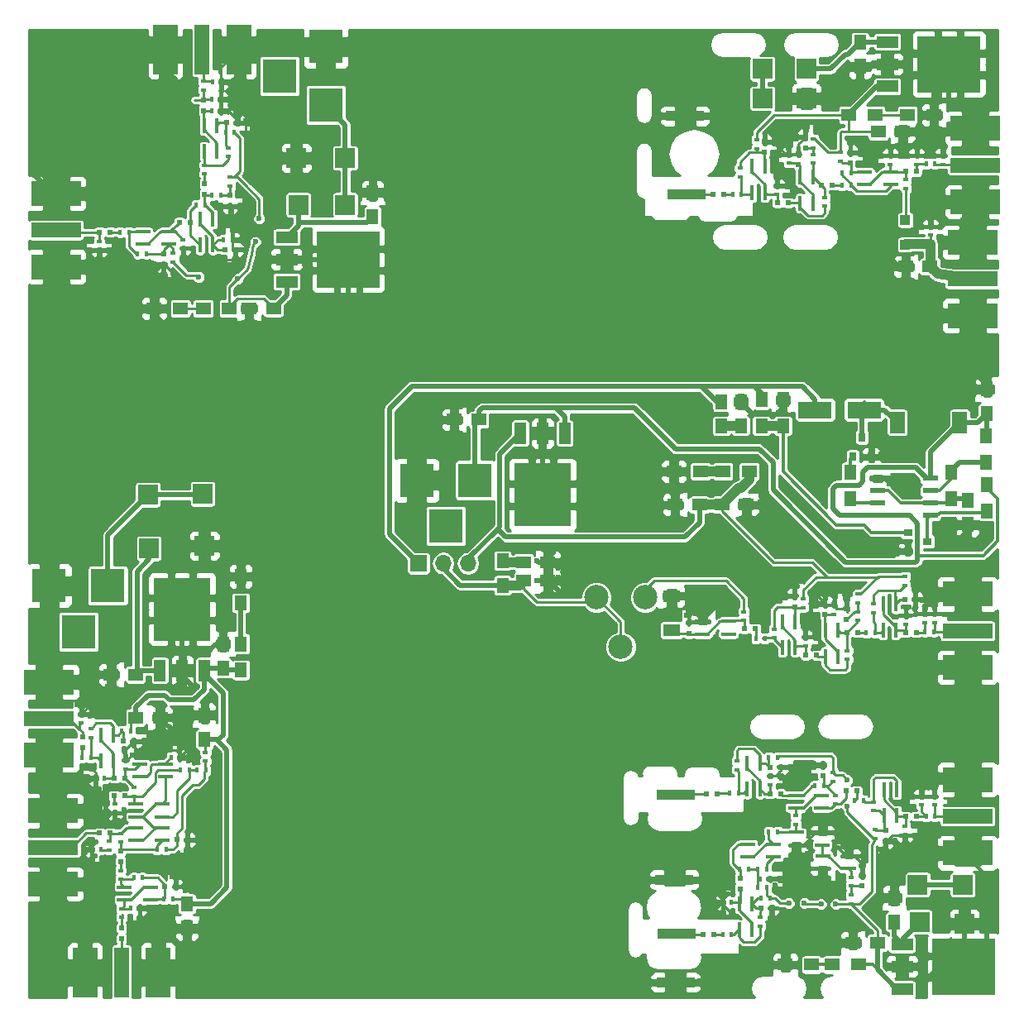
<source format=gbr>
G04 #@! TF.FileFunction,Copper,L1,Top,Signal*
%FSLAX46Y46*%
G04 Gerber Fmt 4.6, Leading zero omitted, Abs format (unit mm)*
G04 Created by KiCad (PCBNEW 4.0.7) date 07/12/20 14:49:22*
%MOMM*%
%LPD*%
G01*
G04 APERTURE LIST*
%ADD10C,0.100000*%
%ADD11R,5.080000X2.500000*%
%ADD12R,5.080000X1.500000*%
%ADD13R,1.500000X0.400000*%
%ADD14R,0.400000X1.500000*%
%ADD15R,1.500000X1.250000*%
%ADD16R,1.500000X1.300000*%
%ADD17R,1.000000X1.000000*%
%ADD18R,4.000000X1.000000*%
%ADD19R,2.000000X2.000000*%
%ADD20R,1.250000X1.500000*%
%ADD21R,3.500000X3.500000*%
%ADD22R,1.200000X2.200000*%
%ADD23R,5.800000X6.400000*%
%ADD24R,2.750000X3.050000*%
%ADD25R,1.300000X1.500000*%
%ADD26R,2.500000X5.080000*%
%ADD27R,1.500000X5.080000*%
%ADD28C,2.500000*%
%ADD29R,1.700000X1.700000*%
%ADD30O,1.700000X1.700000*%
%ADD31R,0.900000X0.800000*%
%ADD32R,0.800000X0.900000*%
%ADD33R,1.550000X0.600000*%
%ADD34R,1.700000X1.300000*%
%ADD35R,1.500000X2.200000*%
%ADD36R,3.500000X1.800000*%
%ADD37R,0.600000X0.500000*%
%ADD38R,0.500000X0.600000*%
%ADD39R,0.400000X0.600000*%
%ADD40R,0.600000X0.400000*%
%ADD41R,2.200000X1.200000*%
%ADD42R,6.400000X5.800000*%
%ADD43R,3.050000X2.750000*%
%ADD44C,0.600000*%
%ADD45C,0.250000*%
%ADD46C,0.500000*%
%ADD47C,0.350000*%
%ADD48C,1.000000*%
G04 APERTURE END LIST*
D10*
D11*
X59500000Y-99250000D03*
X59500000Y-106750000D03*
D12*
X59500000Y-103000000D03*
D13*
X68370000Y-111750000D03*
X68370000Y-113050000D03*
X71030000Y-113050000D03*
X71030000Y-111750000D03*
D14*
X130150000Y-124630000D03*
X131450000Y-124630000D03*
X131450000Y-121970000D03*
X130150000Y-121970000D03*
D13*
X135870000Y-110850000D03*
X135870000Y-112150000D03*
X138530000Y-112150000D03*
X138530000Y-110850000D03*
D15*
X146850000Y-42900000D03*
X144350000Y-42900000D03*
X147170000Y-56730000D03*
X149670000Y-56730000D03*
D16*
X144050000Y-41200000D03*
X141350000Y-41200000D03*
D17*
X147130000Y-54490000D03*
X147130000Y-51990000D03*
D18*
X124700000Y-49300000D03*
D19*
X137000000Y-39500000D03*
X132500000Y-39500000D03*
X132500000Y-36500000D03*
X137000000Y-36500000D03*
D18*
X124600000Y-41300000D03*
D11*
X154275000Y-50100000D03*
X154275000Y-42600000D03*
D12*
X154275000Y-46350000D03*
D16*
X147350000Y-41200000D03*
X150050000Y-41200000D03*
D11*
X154000000Y-61750000D03*
X154000000Y-54250000D03*
D12*
X154000000Y-58000000D03*
D20*
X105900000Y-86850000D03*
X105900000Y-89350000D03*
D15*
X100950000Y-72400000D03*
X103450000Y-72400000D03*
X123550000Y-81100000D03*
X126050000Y-81100000D03*
X130850000Y-81100000D03*
X128350000Y-81100000D03*
D16*
X128450000Y-77700000D03*
X131150000Y-77700000D03*
D21*
X103100000Y-78600000D03*
X97100000Y-78600000D03*
X100100000Y-83300000D03*
D11*
X153500000Y-97750000D03*
X153500000Y-90250000D03*
D12*
X153500000Y-94000000D03*
D16*
X126150000Y-77700000D03*
X123450000Y-77700000D03*
D22*
X112280000Y-73800000D03*
X110000000Y-73800000D03*
X107720000Y-73800000D03*
D23*
X110000000Y-80100000D03*
D24*
X108475000Y-81775000D03*
X111525000Y-78425000D03*
X111525000Y-81775000D03*
X108475000Y-78425000D03*
D15*
X141760000Y-125952000D03*
X144260000Y-125952000D03*
D16*
X139650000Y-128200000D03*
X142350000Y-128200000D03*
D18*
X123700000Y-125000000D03*
X123600000Y-110800000D03*
D19*
X153200000Y-124000000D03*
D18*
X123600000Y-130000000D03*
D19*
X148400000Y-120000000D03*
X153000000Y-120000000D03*
X148600000Y-123800000D03*
D18*
X123500000Y-119500000D03*
D11*
X153500000Y-116750000D03*
X153500000Y-109250000D03*
D12*
X153500000Y-113000000D03*
D16*
X137550000Y-128200000D03*
X134850000Y-128200000D03*
D20*
X77300000Y-95350000D03*
X77300000Y-97850000D03*
D25*
X79100000Y-95350000D03*
X79100000Y-98050000D03*
D11*
X59900000Y-112450000D03*
X59900000Y-119950000D03*
D12*
X59900000Y-116200000D03*
D26*
X63150000Y-129000000D03*
X70650000Y-129000000D03*
D27*
X66900000Y-129000000D03*
D19*
X69600000Y-80100000D03*
X75400000Y-85300000D03*
X75200000Y-80000000D03*
X69700000Y-85600000D03*
D25*
X79100000Y-91150000D03*
X79100000Y-88450000D03*
D20*
X73600000Y-124450000D03*
X73600000Y-121950000D03*
D15*
X70850000Y-102900000D03*
X68350000Y-102900000D03*
D20*
X75400000Y-102650000D03*
X75400000Y-105150000D03*
D11*
X60200000Y-49250000D03*
X60200000Y-56750000D03*
D12*
X60200000Y-53000000D03*
D26*
X78900000Y-34475000D03*
X71400000Y-34475000D03*
D27*
X75150000Y-34475000D03*
D15*
X79950000Y-61000000D03*
X82450000Y-61000000D03*
D16*
X75250000Y-61000000D03*
X77950000Y-61000000D03*
D19*
X89800000Y-45600000D03*
X89800000Y-50400000D03*
X85000000Y-50400000D03*
X84800000Y-45600000D03*
D28*
X118000000Y-95640000D03*
X115500000Y-90600000D03*
X120500000Y-90600000D03*
D20*
X153500000Y-80650000D03*
X153500000Y-83150000D03*
X155500000Y-71750000D03*
X155500000Y-69250000D03*
D29*
X97300000Y-87100000D03*
D30*
X99840000Y-87100000D03*
X102380000Y-87100000D03*
D31*
X147400000Y-83950000D03*
X147400000Y-85850000D03*
X149400000Y-84900000D03*
D32*
X141750000Y-76200000D03*
X143650000Y-76200000D03*
X142700000Y-74200000D03*
D25*
X155500000Y-79050000D03*
X155500000Y-81750000D03*
X155400000Y-76750000D03*
X155400000Y-74050000D03*
X151800000Y-77750000D03*
X151800000Y-80450000D03*
X141500000Y-80450000D03*
X141500000Y-77750000D03*
X132400000Y-70350000D03*
X132400000Y-73050000D03*
X134600000Y-73050000D03*
X134600000Y-70350000D03*
D33*
X144300000Y-78395000D03*
X144300000Y-79665000D03*
X144300000Y-80935000D03*
X144300000Y-82205000D03*
X149700000Y-82205000D03*
X149700000Y-80935000D03*
X149700000Y-79665000D03*
X149700000Y-78395000D03*
D20*
X128300000Y-70550000D03*
X128300000Y-73050000D03*
X130300000Y-73050000D03*
X130300000Y-70550000D03*
D34*
X123200000Y-93950000D03*
X123200000Y-90450000D03*
D35*
X152700000Y-72700000D03*
X146300000Y-72700000D03*
D36*
X137900000Y-71400000D03*
X142900000Y-71400000D03*
D15*
X110550000Y-87000000D03*
X108050000Y-87000000D03*
X110550000Y-88900000D03*
X108050000Y-88900000D03*
X65850000Y-98500000D03*
X68350000Y-98500000D03*
D22*
X70820000Y-98100000D03*
X73100000Y-98100000D03*
X75380000Y-98100000D03*
D23*
X73100000Y-91800000D03*
D24*
X74625000Y-90125000D03*
X71575000Y-93475000D03*
X71575000Y-90125000D03*
X74625000Y-93475000D03*
D21*
X65500000Y-89400000D03*
X59500000Y-89400000D03*
X62500000Y-94100000D03*
X87800000Y-40200000D03*
X87800000Y-34200000D03*
X83100000Y-37200000D03*
D37*
X128550000Y-49300000D03*
X127450000Y-49300000D03*
D38*
X132700000Y-43950000D03*
X132700000Y-45050000D03*
D37*
X135150000Y-50200000D03*
X134050000Y-50200000D03*
D38*
X136900000Y-44550000D03*
X136900000Y-43450000D03*
D37*
X139650000Y-48400000D03*
X138550000Y-48400000D03*
D38*
X141500000Y-45050000D03*
X141500000Y-46150000D03*
D37*
X148250000Y-47000000D03*
X147150000Y-47000000D03*
X131750000Y-93800000D03*
X130650000Y-93800000D03*
D38*
X135800000Y-90450000D03*
X135800000Y-91550000D03*
D37*
X138050000Y-96500000D03*
X136950000Y-96500000D03*
X142250000Y-94200000D03*
X141150000Y-94200000D03*
D38*
X141100000Y-91750000D03*
X141100000Y-92850000D03*
D37*
X148150000Y-90800000D03*
X147050000Y-90800000D03*
X148250000Y-94200000D03*
X147150000Y-94200000D03*
X127550000Y-125100000D03*
X126450000Y-125100000D03*
X127850000Y-110700000D03*
X126750000Y-110700000D03*
X133450000Y-122400000D03*
X132350000Y-122400000D03*
D38*
X130200000Y-119350000D03*
X130200000Y-120450000D03*
D37*
X134350000Y-108000000D03*
X133250000Y-108000000D03*
X134350000Y-110700000D03*
X133250000Y-110700000D03*
D38*
X142700000Y-120150000D03*
X142700000Y-119050000D03*
D37*
X133250000Y-119400000D03*
X132150000Y-119400000D03*
D38*
X138700000Y-107750000D03*
X138700000Y-108850000D03*
D37*
X142150000Y-110400000D03*
X141050000Y-110400000D03*
D38*
X145100000Y-115550000D03*
X145100000Y-114450000D03*
D37*
X148250000Y-113000000D03*
X147150000Y-113000000D03*
X67250000Y-109100000D03*
X66150000Y-109100000D03*
X65750000Y-114700000D03*
X64650000Y-114700000D03*
X73650000Y-115400000D03*
X72550000Y-115400000D03*
D38*
X62900000Y-105950000D03*
X62900000Y-104850000D03*
D37*
X68150000Y-105300000D03*
X67050000Y-105300000D03*
D38*
X66800000Y-117650000D03*
X66800000Y-116550000D03*
X66900000Y-125550000D03*
X66900000Y-124450000D03*
D37*
X72450000Y-120200000D03*
X71350000Y-120200000D03*
D38*
X138900000Y-91250000D03*
X138900000Y-92350000D03*
D37*
X65750000Y-53200000D03*
X64650000Y-53200000D03*
D38*
X71200000Y-55450000D03*
X71200000Y-56550000D03*
D37*
X73950000Y-52200000D03*
X72850000Y-52200000D03*
D38*
X78000000Y-49450000D03*
X78000000Y-50550000D03*
X75400000Y-48250000D03*
X75400000Y-49350000D03*
D37*
X78750000Y-42000000D03*
X77650000Y-42000000D03*
D38*
X75300000Y-39650000D03*
X75300000Y-40750000D03*
D37*
X67250000Y-110900000D03*
X66150000Y-110900000D03*
D14*
X131450000Y-49130000D03*
X132750000Y-49130000D03*
X132750000Y-46470000D03*
X131450000Y-46470000D03*
X136350000Y-50230000D03*
X137650000Y-50230000D03*
X137650000Y-47570000D03*
X136350000Y-47570000D03*
D13*
X145630000Y-48350000D03*
X145630000Y-47050000D03*
X142970000Y-47050000D03*
X142970000Y-48350000D03*
X126370000Y-93050000D03*
X126370000Y-94350000D03*
X129030000Y-94350000D03*
X129030000Y-93050000D03*
D14*
X134550000Y-95730000D03*
X135850000Y-95730000D03*
X135850000Y-93070000D03*
X134550000Y-93070000D03*
X138950000Y-96630000D03*
X140250000Y-96630000D03*
X140250000Y-93970000D03*
X138950000Y-93970000D03*
X144850000Y-93930000D03*
X146150000Y-93930000D03*
X146150000Y-91270000D03*
X144850000Y-91270000D03*
X130950000Y-110230000D03*
X132250000Y-110230000D03*
X132250000Y-107570000D03*
X130950000Y-107570000D03*
D13*
X138670000Y-117050000D03*
X138670000Y-118350000D03*
X141330000Y-118350000D03*
X141330000Y-117050000D03*
X130970000Y-115850000D03*
X130970000Y-117150000D03*
X133630000Y-117150000D03*
X133630000Y-115850000D03*
X138630000Y-115950000D03*
X138630000Y-114650000D03*
X135970000Y-114650000D03*
X135970000Y-115950000D03*
D14*
X146250000Y-110270000D03*
X144950000Y-110270000D03*
X144950000Y-112930000D03*
X146250000Y-112930000D03*
X64750000Y-107330000D03*
X66050000Y-107330000D03*
X66050000Y-104670000D03*
X64750000Y-104670000D03*
D13*
X68370000Y-114150000D03*
X68370000Y-115450000D03*
X71030000Y-115450000D03*
X71030000Y-114150000D03*
X67170000Y-120250000D03*
X67170000Y-121550000D03*
X69830000Y-121550000D03*
X69830000Y-120250000D03*
X68770000Y-107650000D03*
X68770000Y-108950000D03*
X71430000Y-108950000D03*
X71430000Y-107650000D03*
X69070000Y-53150000D03*
X69070000Y-54450000D03*
X71730000Y-54450000D03*
X71730000Y-53150000D03*
D14*
X74950000Y-54530000D03*
X76250000Y-54530000D03*
X76250000Y-51870000D03*
X74950000Y-51870000D03*
X75350000Y-44930000D03*
X76650000Y-44930000D03*
X76650000Y-42270000D03*
X75350000Y-42270000D03*
D39*
X130350000Y-49300000D03*
X129450000Y-49300000D03*
D40*
X130200000Y-47550000D03*
X130200000Y-46650000D03*
X131900000Y-44650000D03*
X131900000Y-43750000D03*
X134000000Y-49350000D03*
X134000000Y-48450000D03*
X138900000Y-49650000D03*
X138900000Y-50550000D03*
X137700000Y-44550000D03*
X137700000Y-43650000D03*
X137700000Y-45250000D03*
X137700000Y-46150000D03*
X135200000Y-45250000D03*
X135200000Y-46150000D03*
D39*
X141550000Y-48400000D03*
X140650000Y-48400000D03*
X140650000Y-47100000D03*
X141550000Y-47100000D03*
D40*
X140500000Y-45950000D03*
X140500000Y-45050000D03*
X145600000Y-46250000D03*
X145600000Y-45350000D03*
X148300000Y-46250000D03*
X148300000Y-45350000D03*
D39*
X149250000Y-46200000D03*
X150150000Y-46200000D03*
D40*
X151000000Y-46250000D03*
X151000000Y-45350000D03*
X133700000Y-93850000D03*
X133700000Y-94750000D03*
D39*
X132750000Y-94800000D03*
X131850000Y-94800000D03*
D40*
X136700000Y-91650000D03*
X136700000Y-90750000D03*
X136900000Y-95550000D03*
X136900000Y-94650000D03*
X142300000Y-91150000D03*
X142300000Y-90250000D03*
X142300000Y-92050000D03*
X142300000Y-92950000D03*
X139800000Y-91450000D03*
X139800000Y-92350000D03*
X62800000Y-103450000D03*
X62800000Y-102550000D03*
X147100000Y-89350000D03*
X147100000Y-88450000D03*
X147200000Y-93350000D03*
X147200000Y-92450000D03*
X149100000Y-93150000D03*
X149100000Y-92250000D03*
X66200000Y-112650000D03*
X66200000Y-111750000D03*
D39*
X149150000Y-94100000D03*
X150050000Y-94100000D03*
D40*
X150100000Y-93150000D03*
X150100000Y-92250000D03*
D39*
X64250000Y-109100000D03*
X65150000Y-109100000D03*
X73850000Y-108300000D03*
X72950000Y-108300000D03*
D40*
X68200000Y-110950000D03*
X68200000Y-110050000D03*
D39*
X129350000Y-125100000D03*
X128450000Y-125100000D03*
X130050000Y-110600000D03*
X129150000Y-110600000D03*
D40*
X132300000Y-124250000D03*
X132300000Y-123350000D03*
X129900000Y-108250000D03*
X129900000Y-107350000D03*
D39*
X132350000Y-121400000D03*
X133250000Y-121400000D03*
X129350000Y-121800000D03*
X128450000Y-121800000D03*
X134050000Y-107000000D03*
X133150000Y-107000000D03*
D40*
X133300000Y-109750000D03*
X133300000Y-108850000D03*
D39*
X130150000Y-118400000D03*
X131050000Y-118400000D03*
D40*
X141600000Y-121950000D03*
X141600000Y-121050000D03*
X141600000Y-120150000D03*
X141600000Y-119250000D03*
D39*
X132050000Y-120300000D03*
X132950000Y-120300000D03*
X132950000Y-118400000D03*
X132050000Y-118400000D03*
D40*
X140000000Y-111750000D03*
X140000000Y-110850000D03*
X139700000Y-109450000D03*
X139700000Y-108550000D03*
D39*
X137850000Y-109900000D03*
X138750000Y-109900000D03*
X142850000Y-111400000D03*
X141950000Y-111400000D03*
D40*
X143900000Y-111550000D03*
X143900000Y-112450000D03*
X144000000Y-114350000D03*
X144000000Y-115250000D03*
X147100000Y-114050000D03*
X147100000Y-114950000D03*
X148800000Y-111850000D03*
X148800000Y-110950000D03*
D39*
X149250000Y-113000000D03*
X150150000Y-113000000D03*
D40*
X150100000Y-111850000D03*
X150100000Y-110950000D03*
X67300000Y-108150000D03*
X67300000Y-107250000D03*
D39*
X74650000Y-108300000D03*
X75550000Y-108300000D03*
D40*
X63800000Y-104050000D03*
X63800000Y-104950000D03*
X75500000Y-107350000D03*
X75500000Y-106450000D03*
X66800000Y-118550000D03*
X66800000Y-119450000D03*
D39*
X72850000Y-107000000D03*
X71950000Y-107000000D03*
X70550000Y-116400000D03*
X71450000Y-116400000D03*
D40*
X66800000Y-115650000D03*
X66800000Y-114750000D03*
D39*
X66950000Y-104300000D03*
X67850000Y-104300000D03*
D40*
X65600000Y-115550000D03*
X65600000Y-116450000D03*
D39*
X64750000Y-116400000D03*
X63850000Y-116400000D03*
X63750000Y-107000000D03*
X62850000Y-107000000D03*
X69050000Y-119300000D03*
X68150000Y-119300000D03*
X71250000Y-121500000D03*
X72150000Y-121500000D03*
X68750000Y-122400000D03*
X67850000Y-122400000D03*
D40*
X66900000Y-123350000D03*
X66900000Y-122450000D03*
D39*
X66750000Y-53200000D03*
X67650000Y-53200000D03*
D40*
X64600000Y-54150000D03*
X64600000Y-55050000D03*
D39*
X69450000Y-55400000D03*
X68550000Y-55400000D03*
D40*
X72200000Y-55350000D03*
X72200000Y-56250000D03*
X73200000Y-54850000D03*
X73200000Y-53950000D03*
D39*
X75450000Y-50400000D03*
X74550000Y-50400000D03*
D40*
X78000000Y-48450000D03*
X78000000Y-47550000D03*
D39*
X77050000Y-49400000D03*
X76150000Y-49400000D03*
X78250000Y-54000000D03*
X77350000Y-54000000D03*
D40*
X75400000Y-46350000D03*
X75400000Y-47250000D03*
X77800000Y-45450000D03*
X77800000Y-44550000D03*
D39*
X77550000Y-43000000D03*
X78450000Y-43000000D03*
X76150000Y-40800000D03*
X77050000Y-40800000D03*
X76150000Y-39600000D03*
X77050000Y-39600000D03*
D40*
X75300000Y-38650000D03*
X75300000Y-37750000D03*
D39*
X76200000Y-37820000D03*
X77100000Y-37820000D03*
D40*
X147200000Y-48750000D03*
X147200000Y-47850000D03*
X149700000Y-52620000D03*
X149700000Y-53520000D03*
D38*
X136200000Y-45150000D03*
X136200000Y-46250000D03*
D39*
X144050000Y-94200000D03*
X143150000Y-94200000D03*
D40*
X143900000Y-92150000D03*
X143900000Y-91250000D03*
X130600000Y-92950000D03*
X130600000Y-92050000D03*
X141200000Y-96050000D03*
X141200000Y-96950000D03*
D38*
X125000000Y-93150000D03*
X125000000Y-94250000D03*
D39*
X134050000Y-114600000D03*
X133150000Y-114600000D03*
D40*
X135900000Y-112950000D03*
X135900000Y-113850000D03*
D37*
X78550000Y-55000000D03*
X77450000Y-55000000D03*
D16*
X72950000Y-61000000D03*
X70250000Y-61000000D03*
D20*
X92600000Y-49150000D03*
X92600000Y-51650000D03*
D41*
X83800000Y-53720000D03*
X83800000Y-56000000D03*
X83800000Y-58280000D03*
D42*
X90100000Y-56000000D03*
D43*
X91775000Y-57525000D03*
X88425000Y-54475000D03*
X91775000Y-54475000D03*
X88425000Y-57525000D03*
D20*
X146000000Y-121350000D03*
X146000000Y-123850000D03*
D41*
X146800000Y-126120000D03*
X146800000Y-128400000D03*
X146800000Y-130680000D03*
D42*
X153100000Y-128400000D03*
D43*
X154775000Y-129925000D03*
X151425000Y-126875000D03*
X154775000Y-126875000D03*
X151425000Y-129925000D03*
D20*
X142500000Y-36250000D03*
X142500000Y-33750000D03*
D41*
X145300000Y-33720000D03*
X145300000Y-36000000D03*
X145300000Y-38280000D03*
D42*
X151600000Y-36000000D03*
D43*
X153275000Y-37525000D03*
X149925000Y-34475000D03*
X153275000Y-34475000D03*
X149925000Y-37525000D03*
D44*
X134000000Y-46000000D03*
X134000000Y-47500000D03*
X153000000Y-52000000D03*
X155500000Y-52000000D03*
X154500000Y-40000000D03*
X152000000Y-40000000D03*
X111400000Y-76000000D03*
X108600000Y-76000000D03*
X149000000Y-130000000D03*
X148600000Y-128400000D03*
X153200000Y-114800000D03*
X152000000Y-114800000D03*
X150600000Y-115000000D03*
X149200000Y-115000000D03*
X144400000Y-119000000D03*
X144800000Y-121400000D03*
X143400000Y-122800000D03*
X142600000Y-124000000D03*
X66200000Y-97100000D03*
X64000000Y-97000000D03*
X62800000Y-96800000D03*
X61000000Y-96800000D03*
X59200000Y-93400000D03*
X59400000Y-95000000D03*
X59000000Y-96800000D03*
X60200000Y-108800000D03*
X60000000Y-110000000D03*
X61200000Y-128200000D03*
X60800000Y-127000000D03*
X61000000Y-125600000D03*
X61400000Y-124200000D03*
X61800000Y-123000000D03*
X61800000Y-122200000D03*
X73500000Y-126000000D03*
X73600000Y-127400000D03*
X73200000Y-128400000D03*
X72600000Y-129400000D03*
X72000000Y-124000000D03*
X70400000Y-125000000D03*
X71000000Y-124200000D03*
X74000000Y-118000000D03*
X74400000Y-120000000D03*
X73400000Y-120600000D03*
X74800000Y-118800000D03*
X75000000Y-117600000D03*
X75200000Y-116200000D03*
X74000000Y-113000000D03*
X74200000Y-111600000D03*
X75200000Y-110800000D03*
X76000000Y-112000000D03*
X75600000Y-113800000D03*
X75400000Y-115000000D03*
X73900000Y-114400000D03*
X74700000Y-115300000D03*
X73700000Y-116400000D03*
X72900000Y-118900000D03*
X73400000Y-117400000D03*
X77400000Y-52000000D03*
X78800000Y-52600000D03*
X81000000Y-34600000D03*
X81400000Y-33600000D03*
X82800000Y-33600000D03*
X84600000Y-33600000D03*
X92600000Y-47200000D03*
X92000000Y-46000000D03*
X92000000Y-44400000D03*
X91200000Y-36000000D03*
X91400000Y-38800000D03*
X91600000Y-40600000D03*
X92000000Y-42400000D03*
X89800000Y-61000000D03*
X88400000Y-62000000D03*
X86600000Y-62600000D03*
X85200000Y-63000000D03*
X82800000Y-63200000D03*
X80800000Y-63400000D03*
X78400000Y-63400000D03*
X76000000Y-63400000D03*
X73200000Y-63400000D03*
X71200000Y-62600000D03*
X67800000Y-60800000D03*
X66400000Y-60800000D03*
X64800000Y-60600000D03*
X63400000Y-60200000D03*
X62000000Y-59800000D03*
X61000000Y-59000000D03*
X58000000Y-47400000D03*
X59600000Y-47200000D03*
X61800000Y-47200000D03*
X63000000Y-47200000D03*
X64200000Y-47800000D03*
X64600000Y-49000000D03*
X65400000Y-50400000D03*
X67200000Y-50800000D03*
X68800000Y-51200000D03*
X71400000Y-50600000D03*
X72800000Y-49200000D03*
X72800000Y-47600000D03*
X72800000Y-46000000D03*
X72600000Y-44000000D03*
X72400000Y-43000000D03*
X72400000Y-42000000D03*
X72600000Y-39800000D03*
X72400000Y-37600000D03*
X71400000Y-34475000D03*
X85800000Y-57800000D03*
X85800000Y-56800000D03*
X86000000Y-53800000D03*
X85800000Y-55000000D03*
X80200000Y-43400000D03*
X80600000Y-44600000D03*
X80800000Y-46400000D03*
X81600000Y-47800000D03*
X82000000Y-49400000D03*
X82000000Y-51600000D03*
X71400000Y-57600000D03*
X71800000Y-58400000D03*
X72400000Y-59200000D03*
X74400000Y-59400000D03*
X75600000Y-59400000D03*
X77200000Y-59400000D03*
X79000000Y-59200000D03*
X79800000Y-58400000D03*
X80800000Y-57200000D03*
X81200000Y-56200000D03*
X81400000Y-55200000D03*
X81600000Y-54200000D03*
X82000000Y-52800000D03*
X80200000Y-50600000D03*
X79600000Y-50000000D03*
X79200000Y-51000000D03*
X79600000Y-51800000D03*
X76600000Y-56800000D03*
X75400000Y-56800000D03*
X74200000Y-56600000D03*
X78000000Y-37800000D03*
X78000000Y-38800000D03*
X78200000Y-39800000D03*
X78800000Y-40400000D03*
X79000000Y-41200000D03*
X79600000Y-41800000D03*
X70400000Y-57200000D03*
X72200000Y-57400000D03*
X70000000Y-56400000D03*
X73600000Y-106200000D03*
X73800000Y-107300000D03*
X73600000Y-119500000D03*
X72100000Y-119200000D03*
X64200000Y-117100000D03*
X63200000Y-116700000D03*
X63400000Y-115800000D03*
X64300000Y-115600000D03*
X67200000Y-112300000D03*
X65400000Y-113200000D03*
X65300000Y-112100000D03*
X66600000Y-113400000D03*
X63600000Y-109400000D03*
X64600000Y-110200000D03*
X63900000Y-108200000D03*
X68000000Y-106700000D03*
X69500000Y-105300000D03*
X70700000Y-105300000D03*
X71800000Y-105300000D03*
X72900000Y-105500000D03*
X71500000Y-106200000D03*
X70700000Y-106200000D03*
X69600000Y-106300000D03*
X68600000Y-106300000D03*
X63500000Y-101800000D03*
X63700000Y-102800000D03*
X62300000Y-101600000D03*
X65500000Y-99700000D03*
X77400000Y-93900000D03*
X76000000Y-95900000D03*
X72500000Y-99700000D03*
X74100000Y-99600000D03*
X72100000Y-104000000D03*
X70900000Y-101500000D03*
X72400000Y-103000000D03*
X75300000Y-124200000D03*
X137100000Y-116800000D03*
X135900000Y-117700000D03*
X135500000Y-118700000D03*
X135800000Y-119700000D03*
X139800000Y-120300000D03*
X138700000Y-120700000D03*
X137100000Y-120300000D03*
X135900000Y-121100000D03*
X135700000Y-122900000D03*
X135600000Y-123900000D03*
X137200000Y-123800000D03*
X138200000Y-124400000D03*
X124500000Y-115200000D03*
X123000000Y-114900000D03*
X121500000Y-114900000D03*
X121400000Y-116900000D03*
X122500000Y-117300000D03*
X125000000Y-116900000D03*
X126600000Y-115600000D03*
X127900000Y-114500000D03*
X129200000Y-113200000D03*
X130600000Y-113100000D03*
X129700000Y-114200000D03*
X128500000Y-115500000D03*
X128300000Y-116700000D03*
X127500000Y-118400000D03*
X126300000Y-119100000D03*
X127400000Y-127700000D03*
X127700000Y-127700000D03*
X129800000Y-127600000D03*
X131400000Y-128200000D03*
X131300000Y-129500000D03*
X129800000Y-129200000D03*
X128500000Y-129300000D03*
X126800000Y-129500000D03*
X141200000Y-115200000D03*
X142800000Y-116200000D03*
X137300000Y-113400000D03*
X138300000Y-113600000D03*
X139800000Y-113500000D03*
X141000000Y-113700000D03*
X141800000Y-114300000D03*
X142700000Y-115300000D03*
X144600000Y-116400000D03*
X146000000Y-116700000D03*
X147100000Y-116400000D03*
X148000000Y-116300000D03*
X133800000Y-120000000D03*
X134500000Y-120800000D03*
X134500000Y-122700000D03*
X133900000Y-123800000D03*
X133500000Y-123100000D03*
X127400000Y-122800000D03*
X127400000Y-121700000D03*
X128300000Y-123000000D03*
X127900000Y-121000000D03*
X129300000Y-122900000D03*
X129000000Y-121000000D03*
X137600000Y-107500000D03*
X137300000Y-108200000D03*
X137000000Y-109000000D03*
X136100000Y-109900000D03*
X134900000Y-109800000D03*
X134500000Y-109100000D03*
X137300000Y-116100000D03*
X140200000Y-116200000D03*
X137000000Y-92800000D03*
X136700000Y-93500000D03*
X138000000Y-91500000D03*
X137900000Y-92500000D03*
X138000000Y-93400000D03*
X137900000Y-94400000D03*
X134600000Y-90200000D03*
X133000000Y-90500000D03*
X132900000Y-89200000D03*
X134300000Y-88800000D03*
X135700000Y-88700000D03*
X137000000Y-88100000D03*
X136800000Y-88800000D03*
X136100000Y-89500000D03*
X125700000Y-92300000D03*
X124700000Y-92400000D03*
X129100000Y-91300000D03*
X127800000Y-90500000D03*
X126300000Y-90500000D03*
X124900000Y-90600000D03*
X124900000Y-91700000D03*
X123500000Y-91700000D03*
X148900000Y-90900000D03*
X148600000Y-89700000D03*
X149700000Y-90000000D03*
X150100000Y-91100000D03*
X147500000Y-91600000D03*
X141000000Y-90600000D03*
X138200000Y-90500000D03*
X140000000Y-90500000D03*
X139300000Y-90200000D03*
X149800000Y-44100000D03*
X147900000Y-44400000D03*
X146200000Y-44400000D03*
X144900000Y-44400000D03*
X143500000Y-44400000D03*
X142400000Y-44100000D03*
X141300000Y-43700000D03*
X134700000Y-44000000D03*
X136800000Y-42000000D03*
X135700000Y-42100000D03*
X134400000Y-42600000D03*
X139400000Y-43800000D03*
X139600000Y-42600000D03*
X138200000Y-42700000D03*
X137000000Y-42800000D03*
X153000000Y-106500000D03*
X151400000Y-106200000D03*
X149400000Y-106200000D03*
X146800000Y-106125000D03*
X144700000Y-105900000D03*
X142850000Y-105925000D03*
X141200000Y-105800000D03*
X139300000Y-106000000D03*
X131600000Y-105400000D03*
X129400000Y-105400000D03*
X127375000Y-104450000D03*
X135200000Y-106000000D03*
X137600000Y-105900000D03*
X111600000Y-89900000D03*
X111600000Y-87600000D03*
X109400000Y-86800000D03*
X111100000Y-86000000D03*
X111600000Y-88500000D03*
X109400000Y-88900000D03*
X149300000Y-96900000D03*
X147400000Y-97700000D03*
X145900000Y-98900000D03*
X142800000Y-99400000D03*
X138900000Y-99600000D03*
X134900000Y-99500000D03*
X130500000Y-99700000D03*
X126800000Y-99300000D03*
X123300000Y-99700000D03*
X119200000Y-99800000D03*
X115500000Y-99500000D03*
X112000000Y-99500000D03*
X108100000Y-99700000D03*
X104600000Y-99900000D03*
X100500000Y-99900000D03*
X96500000Y-99700000D03*
X94600000Y-97300000D03*
X94500000Y-94100000D03*
X94500000Y-89300000D03*
X94300000Y-86300000D03*
X96200000Y-84000000D03*
X96800000Y-81900000D03*
X153800000Y-67100000D03*
X151500000Y-67100000D03*
X149100000Y-67200000D03*
X145300000Y-67100000D03*
X142500000Y-67000000D03*
X138700000Y-67000000D03*
X134300000Y-67000000D03*
X129700000Y-66800000D03*
X124500000Y-66600000D03*
X120300000Y-66900000D03*
X114600000Y-66900000D03*
X110600000Y-66900000D03*
X106900000Y-66800000D03*
X102800000Y-67000000D03*
X101500000Y-67000000D03*
X95500000Y-67300000D03*
X93800000Y-68700000D03*
X96100000Y-72000000D03*
X96400000Y-74400000D03*
X146500000Y-85700000D03*
X146900000Y-84900000D03*
X144600000Y-75900000D03*
X143800000Y-75300000D03*
X145500000Y-79000000D03*
X146300000Y-78600000D03*
X152700000Y-84500000D03*
X153800000Y-84600000D03*
X132300000Y-80800000D03*
X124800000Y-77800000D03*
X122700000Y-79400000D03*
X134100000Y-71700000D03*
X131300000Y-71700000D03*
X155460000Y-125080000D03*
X155380000Y-122510000D03*
X155420000Y-120750000D03*
X155420000Y-119060000D03*
X145670000Y-55850000D03*
X141200000Y-109300000D03*
X141200000Y-112000000D03*
X140000000Y-122000000D03*
X138500000Y-122000000D03*
X136800000Y-121900000D03*
X135200000Y-121900000D03*
X80600000Y-54200000D03*
X81000000Y-51800000D03*
X74800000Y-57800000D03*
X78800000Y-58000000D03*
D45*
X129450000Y-49300000D02*
X128550000Y-49300000D01*
X127450000Y-49300000D02*
X124700000Y-49300000D01*
X134040223Y-44452782D02*
X134040223Y-42959777D01*
X134040223Y-42959777D02*
X134400000Y-42600000D01*
X134000000Y-48450000D02*
X134000000Y-47500000D01*
X134040223Y-45959777D02*
X134040223Y-44452782D01*
X134040223Y-44452782D02*
X134040223Y-44452783D01*
X134000000Y-46000000D02*
X134040223Y-45959777D01*
D46*
X154275000Y-50100000D02*
X154275000Y-50775000D01*
X154275000Y-50775000D02*
X155500000Y-52000000D01*
X151600000Y-36000000D02*
X151600000Y-39600000D01*
X154275000Y-40225000D02*
X154275000Y-42600000D01*
X154500000Y-40000000D02*
X154275000Y-40225000D01*
X151600000Y-39600000D02*
X152000000Y-40000000D01*
X150050000Y-41200000D02*
X150050000Y-37550000D01*
X150050000Y-37550000D02*
X151600000Y-36000000D01*
X110000000Y-76000000D02*
X111400000Y-76000000D01*
X110000000Y-76000000D02*
X108600000Y-76000000D01*
X110000000Y-73800000D02*
X110000000Y-76000000D01*
X110000000Y-76000000D02*
X110000000Y-80100000D01*
X146800000Y-128400000D02*
X148600000Y-128400000D01*
X149000000Y-130000000D02*
X150600000Y-128400000D01*
X150600000Y-128400000D02*
X153100000Y-128400000D01*
X153200000Y-124000000D02*
X153200000Y-128300000D01*
X153200000Y-128300000D02*
X153100000Y-128400000D01*
X155460000Y-125080000D02*
X155460000Y-126040000D01*
X155460000Y-126040000D02*
X153100000Y-128400000D01*
D47*
X148000000Y-116300000D02*
X148000000Y-116200000D01*
X153500000Y-115100000D02*
X153500000Y-116750000D01*
X153200000Y-114800000D02*
X153500000Y-115100000D01*
X150800000Y-114800000D02*
X152000000Y-114800000D01*
X150600000Y-115000000D02*
X150800000Y-114800000D01*
X148000000Y-116200000D02*
X149200000Y-115000000D01*
X141760000Y-125952000D02*
X141760000Y-124840000D01*
X144600000Y-118800000D02*
X144600000Y-116400000D01*
X144400000Y-119000000D02*
X144600000Y-118800000D01*
X143400000Y-122800000D02*
X144800000Y-121400000D01*
X141760000Y-124840000D02*
X142600000Y-124000000D01*
D45*
X59500000Y-99250000D02*
X59500000Y-98300000D01*
X59500000Y-98300000D02*
X61000000Y-96800000D01*
D46*
X65850000Y-97450000D02*
X66200000Y-97100000D01*
X65850000Y-98500000D02*
X65850000Y-97450000D01*
D45*
X63000000Y-97000000D02*
X64000000Y-97000000D01*
X62800000Y-96800000D02*
X63000000Y-97000000D01*
X59500000Y-99250000D02*
X59500000Y-97300000D01*
X59200000Y-94800000D02*
X59200000Y-93400000D01*
X59400000Y-95000000D02*
X59200000Y-94800000D01*
X59500000Y-97300000D02*
X59000000Y-96800000D01*
X59900000Y-112450000D02*
X59900000Y-110100000D01*
X59500000Y-108100000D02*
X59500000Y-106750000D01*
X60200000Y-108800000D02*
X59500000Y-108100000D01*
X59900000Y-110100000D02*
X60000000Y-110000000D01*
X63150000Y-129000000D02*
X62000000Y-129000000D01*
X62000000Y-129000000D02*
X61200000Y-128200000D01*
X60800000Y-127000000D02*
X61000000Y-126800000D01*
X61000000Y-126800000D02*
X61000000Y-125600000D01*
X61400000Y-124200000D02*
X61800000Y-123800000D01*
X61800000Y-123800000D02*
X61800000Y-123000000D01*
X61800000Y-122200000D02*
X59900000Y-120300000D01*
X59900000Y-120300000D02*
X59900000Y-119950000D01*
X70650000Y-129000000D02*
X72200000Y-129000000D01*
D46*
X73600000Y-125900000D02*
X73500000Y-126000000D01*
X73600000Y-125900000D02*
X73600000Y-124450000D01*
D45*
X73600000Y-128000000D02*
X73600000Y-127400000D01*
X73200000Y-128400000D02*
X73600000Y-128000000D01*
X72200000Y-129000000D02*
X72600000Y-129400000D01*
D46*
X72450000Y-124450000D02*
X72000000Y-124000000D01*
X73600000Y-124450000D02*
X72450000Y-124450000D01*
D45*
X70400000Y-124800000D02*
X70400000Y-125000000D01*
X71000000Y-124200000D02*
X70400000Y-124800000D01*
X73400000Y-117400000D02*
X74000000Y-118000000D01*
X73400000Y-120600000D02*
X73800000Y-120600000D01*
X73800000Y-120600000D02*
X74400000Y-120000000D01*
X72450000Y-120200000D02*
X73000000Y-120200000D01*
X73000000Y-120200000D02*
X73400000Y-120600000D01*
X75400000Y-116000000D02*
X75400000Y-115000000D01*
X74800000Y-118800000D02*
X75000000Y-118600000D01*
X75000000Y-118600000D02*
X75000000Y-117600000D01*
X75200000Y-116200000D02*
X75400000Y-116000000D01*
X73900000Y-114400000D02*
X73900000Y-113100000D01*
X73900000Y-113100000D02*
X74000000Y-113000000D01*
X74200000Y-111600000D02*
X75000000Y-110800000D01*
X75000000Y-110800000D02*
X75200000Y-110800000D01*
X76000000Y-112000000D02*
X75600000Y-112400000D01*
X75600000Y-112400000D02*
X75600000Y-113800000D01*
X73650000Y-115400000D02*
X73650000Y-114650000D01*
X73650000Y-114650000D02*
X73900000Y-114400000D01*
X74600000Y-115400000D02*
X74700000Y-115300000D01*
X75400000Y-115000000D02*
X75100000Y-115300000D01*
X75100000Y-115300000D02*
X74700000Y-115300000D01*
X73650000Y-115400000D02*
X74600000Y-115400000D01*
X73650000Y-116350000D02*
X73700000Y-116400000D01*
X73650000Y-115400000D02*
X73650000Y-116350000D01*
X72450000Y-119350000D02*
X72900000Y-118900000D01*
X72450000Y-119350000D02*
X72450000Y-120200000D01*
X72900000Y-117900000D02*
X72900000Y-118900000D01*
X73400000Y-117400000D02*
X72900000Y-117900000D01*
X78250000Y-52200000D02*
X77600000Y-52200000D01*
X77600000Y-52200000D02*
X77400000Y-52000000D01*
X78250000Y-52200000D02*
X78400000Y-52200000D01*
X78400000Y-52200000D02*
X78800000Y-52600000D01*
D46*
X87800000Y-34200000D02*
X85200000Y-34200000D01*
X80875000Y-34475000D02*
X78900000Y-34475000D01*
X81000000Y-34600000D02*
X80875000Y-34475000D01*
X82800000Y-33600000D02*
X81400000Y-33600000D01*
X85200000Y-34200000D02*
X84600000Y-33600000D01*
X92000000Y-44400000D02*
X92000000Y-42400000D01*
X92000000Y-46000000D02*
X92000000Y-44400000D01*
X92600000Y-49150000D02*
X92600000Y-47200000D01*
X91200000Y-36000000D02*
X89400000Y-34200000D01*
X91400000Y-40400000D02*
X91400000Y-38800000D01*
X91600000Y-40600000D02*
X91400000Y-40400000D01*
X89400000Y-34200000D02*
X87800000Y-34200000D01*
X70250000Y-61000000D02*
X70250000Y-61650000D01*
X70250000Y-61650000D02*
X71200000Y-62600000D01*
X90100000Y-60700000D02*
X90100000Y-56000000D01*
X89800000Y-61000000D02*
X90100000Y-60700000D01*
X87200000Y-62000000D02*
X88400000Y-62000000D01*
X86600000Y-62600000D02*
X87200000Y-62000000D01*
X83000000Y-63000000D02*
X85200000Y-63000000D01*
X82800000Y-63200000D02*
X83000000Y-63000000D01*
X78400000Y-63400000D02*
X80800000Y-63400000D01*
X73200000Y-63400000D02*
X76000000Y-63400000D01*
X60200000Y-56750000D02*
X60200000Y-58200000D01*
X68000000Y-61000000D02*
X70250000Y-61000000D01*
X67800000Y-60800000D02*
X68000000Y-61000000D01*
X65000000Y-60800000D02*
X66400000Y-60800000D01*
X64800000Y-60600000D02*
X65000000Y-60800000D01*
X62400000Y-60200000D02*
X63400000Y-60200000D01*
X62000000Y-59800000D02*
X62400000Y-60200000D01*
X60200000Y-58200000D02*
X61000000Y-59000000D01*
X60200000Y-49250000D02*
X59850000Y-49250000D01*
X59850000Y-49250000D02*
X58000000Y-47400000D01*
X59600000Y-47200000D02*
X61800000Y-47200000D01*
X63000000Y-47200000D02*
X63600000Y-47800000D01*
X63600000Y-47800000D02*
X64200000Y-47800000D01*
X64600000Y-49000000D02*
X65400000Y-49800000D01*
X65400000Y-49800000D02*
X65400000Y-50400000D01*
X67200000Y-50800000D02*
X67600000Y-51200000D01*
X67600000Y-51200000D02*
X68800000Y-51200000D01*
X71400000Y-50600000D02*
X72800000Y-49200000D01*
X72800000Y-47600000D02*
X72800000Y-46000000D01*
X72600000Y-44000000D02*
X72400000Y-43800000D01*
X72400000Y-43800000D02*
X72400000Y-43000000D01*
X72400000Y-42000000D02*
X72600000Y-41800000D01*
X72600000Y-41800000D02*
X72600000Y-39800000D01*
X72400000Y-37600000D02*
X71400000Y-36600000D01*
X71400000Y-36600000D02*
X71400000Y-34475000D01*
D45*
X136200000Y-45150000D02*
X136200000Y-44150000D01*
X136200000Y-44150000D02*
X136900000Y-43450000D01*
D46*
X85600000Y-56000000D02*
X85600000Y-56600000D01*
X85600000Y-56600000D02*
X85800000Y-56800000D01*
X85600000Y-56000000D02*
X85600000Y-55200000D01*
X85600000Y-55200000D02*
X85800000Y-55000000D01*
X83800000Y-56000000D02*
X85600000Y-56000000D01*
X85600000Y-56000000D02*
X90100000Y-56000000D01*
D45*
X82000000Y-52800000D02*
X82200000Y-51800000D01*
X79600000Y-42800000D02*
X79600000Y-41800000D01*
X80200000Y-43400000D02*
X79600000Y-42800000D01*
X80600000Y-46200000D02*
X80600000Y-44600000D01*
X80800000Y-46400000D02*
X80600000Y-46200000D01*
X81600000Y-49000000D02*
X81600000Y-47800000D01*
X82000000Y-49400000D02*
X81600000Y-49000000D01*
X82200000Y-51800000D02*
X82000000Y-51600000D01*
X77200000Y-59400000D02*
X75600000Y-59400000D01*
X71200000Y-57400000D02*
X71400000Y-57600000D01*
X71200000Y-57400000D02*
X71200000Y-56550000D01*
X71400000Y-58000000D02*
X71400000Y-57600000D01*
X71800000Y-58400000D02*
X71400000Y-58000000D01*
X74200000Y-59200000D02*
X72400000Y-59200000D01*
X74400000Y-59400000D02*
X74200000Y-59200000D01*
X79600000Y-52800000D02*
X82200000Y-52800000D01*
X76600000Y-58800000D02*
X76600000Y-56800000D01*
X77200000Y-59400000D02*
X76600000Y-58800000D01*
X79800000Y-58400000D02*
X79000000Y-59200000D01*
X81000000Y-56400000D02*
X80800000Y-57200000D01*
X81800000Y-54400000D02*
X81400000Y-55200000D01*
X82200000Y-52600000D02*
X82000000Y-52800000D01*
X82200000Y-52800000D02*
X82200000Y-52600000D01*
X79200000Y-51000000D02*
X79400000Y-50200000D01*
X79400000Y-50200000D02*
X79600000Y-50000000D01*
X78750000Y-50550000D02*
X78000000Y-50550000D01*
X79200000Y-51000000D02*
X78750000Y-50550000D01*
X79600000Y-52800000D02*
X79600000Y-51800000D01*
X74400000Y-56800000D02*
X75400000Y-56800000D01*
X74200000Y-56600000D02*
X74400000Y-56800000D01*
X78900000Y-34475000D02*
X78900000Y-36900000D01*
X78900000Y-36900000D02*
X78000000Y-37800000D01*
X78000000Y-38800000D02*
X78200000Y-39000000D01*
X78200000Y-39000000D02*
X78200000Y-39800000D01*
X78800000Y-40400000D02*
X79000000Y-40600000D01*
X79000000Y-40600000D02*
X79000000Y-41200000D01*
X79400000Y-42000000D02*
X78750000Y-42000000D01*
X79600000Y-41800000D02*
X79400000Y-42000000D01*
X77100000Y-37820000D02*
X77100000Y-36275000D01*
X77100000Y-36275000D02*
X78900000Y-34475000D01*
X77050000Y-40800000D02*
X77050000Y-37870000D01*
X77050000Y-37870000D02*
X77100000Y-37820000D01*
X78750000Y-42000000D02*
X78750000Y-41750000D01*
X78750000Y-41750000D02*
X77800000Y-40800000D01*
X77800000Y-40800000D02*
X77050000Y-40800000D01*
X71200000Y-56550000D02*
X71050000Y-56550000D01*
X71050000Y-56550000D02*
X70400000Y-57200000D01*
X71200000Y-56550000D02*
X71350000Y-56550000D01*
X71350000Y-56550000D02*
X72200000Y-57400000D01*
X71200000Y-56550000D02*
X70150000Y-56550000D01*
X70150000Y-56550000D02*
X70000000Y-56400000D01*
X71200000Y-56550000D02*
X71200000Y-56600000D01*
X78250000Y-54000000D02*
X78250000Y-52200000D01*
X78250000Y-52200000D02*
X78250000Y-50800000D01*
X78250000Y-50800000D02*
X78000000Y-50550000D01*
X78250000Y-54000000D02*
X78250000Y-54700000D01*
X78250000Y-54700000D02*
X78550000Y-55000000D01*
X73200000Y-54850000D02*
X73200000Y-55400000D01*
X73200000Y-55400000D02*
X73800000Y-56000000D01*
X73800000Y-56000000D02*
X75400000Y-56000000D01*
X75400000Y-56000000D02*
X78800000Y-56000000D01*
X78800000Y-56000000D02*
X78550000Y-55750000D01*
X78550000Y-55750000D02*
X78550000Y-55000000D01*
X72850000Y-107000000D02*
X72850000Y-106950000D01*
X72850000Y-106950000D02*
X73600000Y-106200000D01*
X73800000Y-107300000D02*
X73500000Y-107000000D01*
X73500000Y-107000000D02*
X72850000Y-107000000D01*
X72450000Y-120200000D02*
X72900000Y-120200000D01*
X72900000Y-120200000D02*
X73600000Y-119500000D01*
X72450000Y-120200000D02*
X72450000Y-119550000D01*
X72450000Y-119550000D02*
X72100000Y-119200000D01*
X63850000Y-116400000D02*
X63850000Y-116750000D01*
X63850000Y-116750000D02*
X64200000Y-117100000D01*
X63850000Y-116400000D02*
X63500000Y-116400000D01*
X63500000Y-116400000D02*
X63200000Y-116700000D01*
X63850000Y-116400000D02*
X63850000Y-116250000D01*
X63850000Y-116250000D02*
X63400000Y-115800000D01*
X63850000Y-116400000D02*
X63850000Y-116050000D01*
X63850000Y-116050000D02*
X64300000Y-115600000D01*
X66200000Y-112650000D02*
X66850000Y-112650000D01*
X66850000Y-112650000D02*
X67200000Y-112300000D01*
X66200000Y-112650000D02*
X65950000Y-112650000D01*
X65950000Y-112650000D02*
X65400000Y-113200000D01*
X66200000Y-112650000D02*
X65850000Y-112650000D01*
X65850000Y-112650000D02*
X65300000Y-112100000D01*
X66200000Y-112650000D02*
X66200000Y-113000000D01*
X66200000Y-113000000D02*
X66600000Y-113400000D01*
X64250000Y-109100000D02*
X63900000Y-109100000D01*
X63900000Y-109100000D02*
X63600000Y-109400000D01*
X64250000Y-109100000D02*
X64250000Y-109850000D01*
X64250000Y-109850000D02*
X64600000Y-110200000D01*
X64250000Y-109100000D02*
X64250000Y-108550000D01*
X64250000Y-108550000D02*
X63900000Y-108200000D01*
X67300000Y-107250000D02*
X67450000Y-107250000D01*
X67450000Y-107250000D02*
X68000000Y-106700000D01*
X68150000Y-105300000D02*
X69500000Y-105300000D01*
X70700000Y-105300000D02*
X71800000Y-105300000D01*
X72900000Y-105500000D02*
X72850000Y-105550000D01*
X72850000Y-105550000D02*
X72850000Y-107000000D01*
X68150000Y-105300000D02*
X68150000Y-105850000D01*
X71500000Y-106200000D02*
X72500000Y-106200000D01*
X69700000Y-106200000D02*
X70700000Y-106200000D01*
X69600000Y-106300000D02*
X69700000Y-106200000D01*
X68150000Y-105850000D02*
X68600000Y-106300000D01*
X62800000Y-102550000D02*
X62800000Y-102500000D01*
X62800000Y-102500000D02*
X63500000Y-101800000D01*
X62800000Y-102550000D02*
X63450000Y-102550000D01*
X63450000Y-102550000D02*
X63700000Y-102800000D01*
X62800000Y-102550000D02*
X62800000Y-102100000D01*
X62800000Y-102100000D02*
X62300000Y-101600000D01*
D46*
X65850000Y-98500000D02*
X65850000Y-99350000D01*
X65850000Y-99350000D02*
X65500000Y-99700000D01*
X77300000Y-95350000D02*
X77300000Y-94000000D01*
X77300000Y-94000000D02*
X77400000Y-93900000D01*
X77300000Y-95350000D02*
X76550000Y-95350000D01*
X76550000Y-95350000D02*
X76000000Y-95900000D01*
X73100000Y-98100000D02*
X73100000Y-99100000D01*
X73100000Y-99100000D02*
X72500000Y-99700000D01*
X73100000Y-98100000D02*
X73100000Y-98600000D01*
X73100000Y-98600000D02*
X74100000Y-99600000D01*
X70850000Y-102900000D02*
X70850000Y-103250000D01*
X70850000Y-103250000D02*
X72100000Y-104000000D01*
X70850000Y-102900000D02*
X70850000Y-101550000D01*
X70850000Y-101550000D02*
X70900000Y-101500000D01*
X70850000Y-102900000D02*
X72300000Y-102900000D01*
X72300000Y-102900000D02*
X72400000Y-103000000D01*
X73600000Y-124450000D02*
X75050000Y-124450000D01*
X75050000Y-124450000D02*
X75300000Y-124200000D01*
X73100000Y-98100000D02*
X73100000Y-91800000D01*
X59900000Y-119950000D02*
X59900000Y-120100000D01*
X59900000Y-119950000D02*
X59950000Y-119950000D01*
X59900000Y-112450000D02*
X59875000Y-112450000D01*
X59900000Y-112450000D02*
X59900000Y-112175000D01*
D45*
X72850000Y-106550000D02*
X72850000Y-107000000D01*
X72500000Y-106200000D02*
X72850000Y-106550000D01*
X67300000Y-107250000D02*
X67300000Y-106150000D01*
X67300000Y-106150000D02*
X68150000Y-105300000D01*
X135900000Y-121100000D02*
X135900000Y-119800000D01*
X136600000Y-117300000D02*
X137100000Y-116800000D01*
X136600000Y-117300000D02*
X136500000Y-117300000D01*
X135900000Y-118300000D02*
X135900000Y-117700000D01*
X135500000Y-118700000D02*
X135900000Y-118300000D01*
X135900000Y-119800000D02*
X135800000Y-119700000D01*
X139200000Y-123600000D02*
X138400000Y-124400000D01*
X139200000Y-120900000D02*
X139200000Y-123600000D01*
X139800000Y-120300000D02*
X139200000Y-120900000D01*
X137500000Y-120700000D02*
X138700000Y-120700000D01*
X137100000Y-120300000D02*
X137500000Y-120700000D01*
X135900000Y-122700000D02*
X135900000Y-121100000D01*
X135700000Y-122900000D02*
X135900000Y-122700000D01*
X137100000Y-123900000D02*
X135600000Y-123900000D01*
X137200000Y-123800000D02*
X137100000Y-123900000D01*
X141760000Y-125952000D02*
X141760000Y-125360000D01*
X153500000Y-117900000D02*
X153500000Y-116750000D01*
X123500000Y-119500000D02*
X125900000Y-119500000D01*
X123300000Y-115200000D02*
X124500000Y-115200000D01*
X123000000Y-114900000D02*
X123300000Y-115200000D01*
X121500000Y-116800000D02*
X121500000Y-114900000D01*
X121400000Y-116900000D02*
X121500000Y-116800000D01*
X122700000Y-117100000D02*
X122500000Y-117300000D01*
X124800000Y-117100000D02*
X122700000Y-117100000D01*
X125000000Y-116900000D02*
X124800000Y-117100000D01*
X126800000Y-115600000D02*
X126600000Y-115600000D01*
X127900000Y-114500000D02*
X126800000Y-115600000D01*
X130500000Y-113200000D02*
X129200000Y-113200000D01*
X130600000Y-113100000D02*
X130500000Y-113200000D01*
X129700000Y-114300000D02*
X129700000Y-114200000D01*
X128500000Y-115500000D02*
X129700000Y-114300000D01*
X128300000Y-117600000D02*
X128300000Y-116700000D01*
X127500000Y-118400000D02*
X128300000Y-117600000D01*
X125900000Y-119500000D02*
X126300000Y-119100000D01*
X123600000Y-130000000D02*
X126700000Y-129600000D01*
X129700000Y-127700000D02*
X127700000Y-127700000D01*
X129800000Y-127600000D02*
X129700000Y-127700000D01*
X131400000Y-129400000D02*
X131400000Y-128200000D01*
X131300000Y-129500000D02*
X131400000Y-129400000D01*
X128600000Y-129200000D02*
X129800000Y-129200000D01*
X128500000Y-129300000D02*
X128600000Y-129200000D01*
X126700000Y-129600000D02*
X126800000Y-129500000D01*
X142800000Y-116200000D02*
X142800000Y-115400000D01*
X140950000Y-115450000D02*
X141200000Y-115200000D01*
X140450000Y-115450000D02*
X140950000Y-115450000D01*
X139700000Y-113600000D02*
X138300000Y-113600000D01*
X139800000Y-113500000D02*
X139700000Y-113600000D01*
X141200000Y-113700000D02*
X141000000Y-113700000D01*
X141800000Y-114300000D02*
X141200000Y-113700000D01*
X142800000Y-115400000D02*
X142700000Y-115300000D01*
X145100000Y-115550000D02*
X145100000Y-115900000D01*
X145100000Y-115900000D02*
X144600000Y-116400000D01*
X147100000Y-115400000D02*
X147100000Y-114950000D01*
X146000000Y-116700000D02*
X146300000Y-116400000D01*
X146300000Y-116400000D02*
X147100000Y-116400000D01*
X148000000Y-116300000D02*
X147100000Y-115400000D01*
X133500000Y-122450000D02*
X133500000Y-123100000D01*
X133800000Y-120000000D02*
X134100000Y-120300000D01*
X134100000Y-120300000D02*
X134500000Y-120800000D01*
X134500000Y-122700000D02*
X133900000Y-123300000D01*
X133900000Y-123300000D02*
X133900000Y-123800000D01*
X133500000Y-122450000D02*
X133450000Y-122400000D01*
X128450000Y-121800000D02*
X128400000Y-121800000D01*
X128400000Y-121800000D02*
X127400000Y-122800000D01*
X128450000Y-121800000D02*
X127500000Y-121800000D01*
X127500000Y-121800000D02*
X127400000Y-121700000D01*
X128450000Y-121800000D02*
X128450000Y-122850000D01*
X128450000Y-122850000D02*
X128300000Y-123000000D01*
X128450000Y-121800000D02*
X128450000Y-121550000D01*
X128450000Y-121550000D02*
X127900000Y-121000000D01*
X128450000Y-121800000D02*
X128450000Y-122050000D01*
X128450000Y-122050000D02*
X129300000Y-122900000D01*
X128450000Y-121550000D02*
X129000000Y-121000000D01*
X134250000Y-108450000D02*
X134250000Y-108850000D01*
X137850000Y-107750000D02*
X138700000Y-107750000D01*
X137600000Y-107500000D02*
X137850000Y-107750000D01*
X137300000Y-108700000D02*
X137300000Y-108200000D01*
X137000000Y-109000000D02*
X137300000Y-108700000D01*
X135000000Y-109900000D02*
X136100000Y-109900000D01*
X134900000Y-109800000D02*
X135000000Y-109900000D01*
X134250000Y-108850000D02*
X134500000Y-109100000D01*
X133300000Y-108850000D02*
X133850000Y-108850000D01*
X134350000Y-108350000D02*
X134350000Y-108000000D01*
X133850000Y-108850000D02*
X134250000Y-108450000D01*
X134250000Y-108450000D02*
X134350000Y-108350000D01*
X137250000Y-115350000D02*
X137250000Y-116050000D01*
X137250000Y-116050000D02*
X137300000Y-116100000D01*
X141330000Y-117050000D02*
X141050000Y-117050000D01*
X141050000Y-117050000D02*
X140200000Y-116200000D01*
X136900000Y-94650000D02*
X136900000Y-93700000D01*
X136900000Y-93700000D02*
X136700000Y-93500000D01*
X136900000Y-94650000D02*
X137650000Y-94650000D01*
X138250000Y-91250000D02*
X138000000Y-91500000D01*
X138250000Y-91250000D02*
X138900000Y-91250000D01*
X137900000Y-93300000D02*
X137900000Y-92500000D01*
X138000000Y-93400000D02*
X137900000Y-93300000D01*
X137650000Y-94650000D02*
X137900000Y-94400000D01*
X138670000Y-118350000D02*
X137550000Y-118350000D01*
X137550000Y-118350000D02*
X136500000Y-117300000D01*
X135970000Y-116770000D02*
X135970000Y-115950000D01*
X136500000Y-117300000D02*
X135970000Y-116770000D01*
X141330000Y-117050000D02*
X141950000Y-117050000D01*
X141950000Y-117050000D02*
X142700000Y-117800000D01*
X142700000Y-117800000D02*
X142700000Y-119050000D01*
X145400000Y-115500000D02*
X145400000Y-115400000D01*
X145850000Y-114950000D02*
X147100000Y-114950000D01*
X145400000Y-115400000D02*
X145850000Y-114950000D01*
X138630000Y-114650000D02*
X139650000Y-114650000D01*
X141330000Y-116330000D02*
X141330000Y-117050000D01*
X139650000Y-114650000D02*
X140100000Y-115100000D01*
X140100000Y-115100000D02*
X140450000Y-115450000D01*
X140450000Y-115450000D02*
X141330000Y-116330000D01*
X138630000Y-114650000D02*
X137950000Y-114650000D01*
X137950000Y-114650000D02*
X137250000Y-115350000D01*
X137250000Y-115350000D02*
X136650000Y-115950000D01*
X136650000Y-115950000D02*
X135970000Y-115950000D01*
X135800000Y-90450000D02*
X135800000Y-89800000D01*
X134850000Y-90450000D02*
X134600000Y-90200000D01*
X133000000Y-90500000D02*
X132900000Y-90400000D01*
X132900000Y-90400000D02*
X132900000Y-89200000D01*
X134300000Y-88800000D02*
X134400000Y-88700000D01*
X134400000Y-88700000D02*
X135700000Y-88700000D01*
X135800000Y-90450000D02*
X134850000Y-90450000D01*
X137000000Y-88600000D02*
X137000000Y-88100000D01*
X136800000Y-88800000D02*
X137000000Y-88600000D01*
X135800000Y-89800000D02*
X136100000Y-89500000D01*
X125000000Y-93150000D02*
X125000000Y-92700000D01*
X125700000Y-92300000D02*
X126370000Y-92970000D01*
X125000000Y-92700000D02*
X124700000Y-92400000D01*
X126370000Y-92970000D02*
X126370000Y-93050000D01*
X124900000Y-91700000D02*
X124900000Y-90600000D01*
X128700000Y-91700000D02*
X127600000Y-91700000D01*
X129100000Y-91300000D02*
X128700000Y-91700000D01*
X126300000Y-90500000D02*
X127800000Y-90500000D01*
X123200000Y-90450000D02*
X123200000Y-91400000D01*
X127600000Y-91700000D02*
X126370000Y-92930000D01*
X123200000Y-91400000D02*
X123500000Y-91700000D01*
X126370000Y-92930000D02*
X126370000Y-93050000D01*
X150100000Y-92250000D02*
X150100000Y-91100000D01*
X148800000Y-90800000D02*
X148150000Y-90800000D01*
X148900000Y-90900000D02*
X148800000Y-90800000D01*
X149400000Y-89700000D02*
X148600000Y-89700000D01*
X149700000Y-90000000D02*
X149400000Y-89700000D01*
X147200000Y-92450000D02*
X147200000Y-91900000D01*
X147200000Y-91900000D02*
X147500000Y-91600000D01*
X141100000Y-91750000D02*
X141100000Y-90700000D01*
X141100000Y-90700000D02*
X141000000Y-90600000D01*
X141100000Y-91750000D02*
X140100000Y-91750000D01*
X140100000Y-91750000D02*
X139800000Y-91450000D01*
X138900000Y-91250000D02*
X138900000Y-91200000D01*
X138900000Y-91200000D02*
X138200000Y-90500000D01*
X139800000Y-91450000D02*
X139800000Y-90700000D01*
X139800000Y-90700000D02*
X140000000Y-90500000D01*
X138900000Y-91250000D02*
X138900000Y-90600000D01*
X138900000Y-90600000D02*
X139300000Y-90200000D01*
X139800000Y-91450000D02*
X139100000Y-91450000D01*
X139100000Y-91450000D02*
X138900000Y-91250000D01*
X141500000Y-45050000D02*
X141500000Y-43900000D01*
X148200000Y-44100000D02*
X149800000Y-44100000D01*
X147900000Y-44400000D02*
X148200000Y-44100000D01*
X144900000Y-44400000D02*
X146200000Y-44400000D01*
X142700000Y-44400000D02*
X143500000Y-44400000D01*
X142400000Y-44100000D02*
X142700000Y-44400000D01*
X141500000Y-43900000D02*
X141300000Y-43700000D01*
X135200000Y-45250000D02*
X135000000Y-44700000D01*
X135000000Y-44700000D02*
X134700000Y-44000000D01*
X137000000Y-42800000D02*
X137000000Y-42200000D01*
X137000000Y-42200000D02*
X136800000Y-42000000D01*
X135700000Y-42100000D02*
X135200000Y-42600000D01*
X135200000Y-42600000D02*
X134400000Y-42600000D01*
X136900000Y-43450000D02*
X136900000Y-42900000D01*
X136900000Y-42900000D02*
X137000000Y-42800000D01*
X138300000Y-42600000D02*
X139600000Y-42600000D01*
X138200000Y-42700000D02*
X138300000Y-42600000D01*
X148300000Y-45350000D02*
X151000000Y-45350000D01*
X145600000Y-45350000D02*
X148300000Y-45350000D01*
X141500000Y-45050000D02*
X142250000Y-45050000D01*
X142550000Y-45350000D02*
X145600000Y-45350000D01*
X142250000Y-45050000D02*
X142550000Y-45350000D01*
X135200000Y-45250000D02*
X134800000Y-45100000D01*
X133450000Y-43950000D02*
X132700000Y-43950000D01*
X134800000Y-45100000D02*
X134040223Y-44452783D01*
X134040223Y-44452783D02*
X133450000Y-43950000D01*
X136750000Y-43450000D02*
X136900000Y-43450000D01*
X136000000Y-45350000D02*
X136200000Y-45150000D01*
D47*
X153000000Y-106500000D02*
X153500000Y-107000000D01*
X150450000Y-105500000D02*
X151400000Y-106200000D01*
X149400000Y-106200000D02*
X150450000Y-105500000D01*
X144840000Y-105760000D02*
X146800000Y-106125000D01*
X144700000Y-105900000D02*
X144840000Y-105760000D01*
X141350000Y-105950000D02*
X142850000Y-105925000D01*
X141200000Y-105800000D02*
X141350000Y-105950000D01*
X153500000Y-109250000D02*
X153500000Y-107000000D01*
X139300000Y-106000000D02*
X138400000Y-105845000D01*
X129400000Y-105400000D02*
X131600000Y-105400000D01*
X135425000Y-105900000D02*
X137500000Y-105900000D01*
X135200000Y-106000000D02*
X135425000Y-105900000D01*
X141760000Y-125952000D02*
X141760000Y-125710000D01*
X137500000Y-105900000D02*
X138400000Y-105845000D01*
X137500000Y-105900000D02*
X138400000Y-105900000D01*
X138400000Y-105900000D02*
X137600000Y-105900000D01*
X59775000Y-56025000D02*
X60200000Y-56025000D01*
X59775000Y-56025000D02*
X59775000Y-55925000D01*
X97100000Y-77280000D02*
X97100000Y-78600000D01*
D46*
X110550000Y-88900000D02*
X110600000Y-88900000D01*
X110600000Y-88900000D02*
X111600000Y-89900000D01*
X110550000Y-87000000D02*
X111000000Y-87000000D01*
X111000000Y-87000000D02*
X111600000Y-87600000D01*
X110550000Y-87000000D02*
X109600000Y-87000000D01*
X109600000Y-87000000D02*
X109400000Y-86800000D01*
X110550000Y-87000000D02*
X110550000Y-86550000D01*
X110550000Y-86550000D02*
X111100000Y-86000000D01*
X110550000Y-88900000D02*
X111200000Y-88900000D01*
X111200000Y-88900000D02*
X111600000Y-88500000D01*
X110550000Y-88900000D02*
X109400000Y-88900000D01*
X148200000Y-96900000D02*
X149300000Y-96900000D01*
X147400000Y-97700000D02*
X148200000Y-96900000D01*
X143300000Y-98900000D02*
X145900000Y-98900000D01*
X142800000Y-99400000D02*
X143300000Y-98900000D01*
X135000000Y-99600000D02*
X138900000Y-99600000D01*
X134900000Y-99500000D02*
X135000000Y-99600000D01*
X127200000Y-99700000D02*
X130500000Y-99700000D01*
X126800000Y-99300000D02*
X127200000Y-99700000D01*
X119300000Y-99700000D02*
X123300000Y-99700000D01*
X119200000Y-99800000D02*
X119300000Y-99700000D01*
X112000000Y-99500000D02*
X115500000Y-99500000D01*
X104800000Y-99700000D02*
X108100000Y-99700000D01*
X104600000Y-99900000D02*
X104800000Y-99700000D01*
X96700000Y-99900000D02*
X100500000Y-99900000D01*
X96500000Y-99700000D02*
X96700000Y-99900000D01*
X94600000Y-94200000D02*
X94600000Y-97300000D01*
X94500000Y-94100000D02*
X94600000Y-94200000D01*
X94500000Y-86500000D02*
X94500000Y-89300000D01*
X94300000Y-86300000D02*
X94500000Y-86500000D01*
X96200000Y-82500000D02*
X96200000Y-84000000D01*
X96800000Y-81900000D02*
X96200000Y-82500000D01*
X155500000Y-69250000D02*
X155500000Y-68800000D01*
X155500000Y-68800000D02*
X153800000Y-67100000D01*
X151500000Y-67100000D02*
X151400000Y-67200000D01*
X151400000Y-67200000D02*
X149100000Y-67200000D01*
X145300000Y-67100000D02*
X145200000Y-67000000D01*
X145200000Y-67000000D02*
X142500000Y-67000000D01*
X138700000Y-67000000D02*
X134300000Y-67000000D01*
X129700000Y-66800000D02*
X129500000Y-66600000D01*
X129500000Y-66600000D02*
X124500000Y-66600000D01*
X120300000Y-66900000D02*
X114600000Y-66900000D01*
X110600000Y-66900000D02*
X110500000Y-66800000D01*
X110500000Y-66800000D02*
X106900000Y-66800000D01*
X102800000Y-67000000D02*
X101500000Y-67000000D01*
X95500000Y-67300000D02*
X94100000Y-68700000D01*
X94100000Y-68700000D02*
X93800000Y-68700000D01*
X96100000Y-72000000D02*
X96400000Y-72300000D01*
X96400000Y-72300000D02*
X96400000Y-74400000D01*
D47*
X147400000Y-85850000D02*
X146650000Y-85850000D01*
X146650000Y-85850000D02*
X146500000Y-85700000D01*
X147400000Y-85850000D02*
X147400000Y-85400000D01*
X147400000Y-85400000D02*
X146900000Y-84900000D01*
X143650000Y-76200000D02*
X144300000Y-76200000D01*
X144300000Y-76200000D02*
X144600000Y-75900000D01*
X143650000Y-76200000D02*
X143650000Y-75450000D01*
X143650000Y-75450000D02*
X143800000Y-75300000D01*
X144300000Y-78395000D02*
X144895000Y-78395000D01*
X144895000Y-78395000D02*
X145500000Y-79000000D01*
X144300000Y-78395000D02*
X146095000Y-78395000D01*
X146095000Y-78395000D02*
X146300000Y-78600000D01*
X153500000Y-83150000D02*
X153500000Y-83700000D01*
X153500000Y-83700000D02*
X152700000Y-84500000D01*
X153500000Y-83150000D02*
X153500000Y-84300000D01*
X153500000Y-84300000D02*
X153800000Y-84600000D01*
D46*
X130850000Y-81100000D02*
X132000000Y-81100000D01*
X132000000Y-81100000D02*
X132300000Y-80800000D01*
X123450000Y-77700000D02*
X124700000Y-77700000D01*
X124700000Y-77700000D02*
X124800000Y-77800000D01*
X123550000Y-81100000D02*
X123550000Y-80250000D01*
X123550000Y-80250000D02*
X122700000Y-79400000D01*
X134600000Y-70350000D02*
X134600000Y-71200000D01*
X134600000Y-71200000D02*
X134100000Y-71700000D01*
X130300000Y-70550000D02*
X130300000Y-70700000D01*
X130300000Y-70700000D02*
X131300000Y-71700000D01*
D48*
X78900000Y-34475000D02*
X78900000Y-35700000D01*
X78900000Y-34475000D02*
X78900000Y-36430000D01*
X59775000Y-56025000D02*
X60145000Y-56025000D01*
D47*
X154275000Y-50100000D02*
X152760000Y-50100000D01*
X154275000Y-42600000D02*
X154340000Y-42600000D01*
X153500000Y-116750000D02*
X153500000Y-117140000D01*
X153500000Y-117140000D02*
X155420000Y-119060000D01*
X155460000Y-125080000D02*
X155570000Y-125190000D01*
X155380000Y-120790000D02*
X155380000Y-122510000D01*
X155420000Y-120750000D02*
X155380000Y-120790000D01*
X147170000Y-56730000D02*
X146550000Y-56730000D01*
X146550000Y-56730000D02*
X145670000Y-55850000D01*
D46*
X152795000Y-53045000D02*
X154000000Y-54250000D01*
D45*
X131900000Y-44650000D02*
X131900000Y-45050000D01*
X131900000Y-45050000D02*
X131900000Y-45000000D01*
X131900000Y-45000000D02*
X131900000Y-45050000D01*
X130200000Y-46650000D02*
X130200000Y-46000000D01*
X131150000Y-45050000D02*
X131900000Y-45050000D01*
X131900000Y-45050000D02*
X132700000Y-45050000D01*
X130200000Y-46000000D02*
X131150000Y-45050000D01*
X132700000Y-45050000D02*
X132700000Y-46420000D01*
X132700000Y-46420000D02*
X132750000Y-46470000D01*
D46*
X141350000Y-41200000D02*
X141350000Y-41150000D01*
X141350000Y-41150000D02*
X144220000Y-38280000D01*
X144220000Y-38280000D02*
X145300000Y-38280000D01*
D45*
X131900000Y-43750000D02*
X131900000Y-43000000D01*
X133700000Y-41200000D02*
X141350000Y-41200000D01*
X131900000Y-43000000D02*
X133700000Y-41200000D01*
X141350000Y-41200000D02*
X141350000Y-42900000D01*
X141350000Y-42900000D02*
X141400000Y-42900000D01*
X144050000Y-42600000D02*
X144350000Y-42900000D01*
X140500000Y-45050000D02*
X140500000Y-43000000D01*
X140600000Y-42900000D02*
X141400000Y-42900000D01*
X141400000Y-42900000D02*
X144350000Y-42900000D01*
X140500000Y-43000000D02*
X140600000Y-42900000D01*
X137700000Y-43650000D02*
X137850000Y-43650000D01*
X137850000Y-43650000D02*
X139250000Y-45050000D01*
X139250000Y-45050000D02*
X140500000Y-45050000D01*
X135150000Y-50200000D02*
X136320000Y-50200000D01*
X136320000Y-50200000D02*
X136350000Y-50230000D01*
X136350000Y-50230000D02*
X136350000Y-50650000D01*
X136350000Y-50650000D02*
X137200000Y-51500000D01*
X137200000Y-51500000D02*
X138600000Y-51500000D01*
X138600000Y-51500000D02*
X138900000Y-51200000D01*
X138900000Y-51200000D02*
X138900000Y-50550000D01*
X131450000Y-46470000D02*
X131450000Y-47050000D01*
X131450000Y-47050000D02*
X132750000Y-48350000D01*
X132750000Y-48350000D02*
X132750000Y-49130000D01*
X134000000Y-49350000D02*
X132970000Y-49350000D01*
X132970000Y-49350000D02*
X132750000Y-49130000D01*
X134050000Y-50200000D02*
X134050000Y-49400000D01*
X134050000Y-49400000D02*
X134000000Y-49350000D01*
X137700000Y-44550000D02*
X136900000Y-44550000D01*
X137700000Y-44550000D02*
X137700000Y-45250000D01*
X140650000Y-48400000D02*
X139650000Y-48400000D01*
X138900000Y-49650000D02*
X138900000Y-48750000D01*
X138900000Y-48750000D02*
X138550000Y-48400000D01*
X137700000Y-46150000D02*
X137700000Y-47520000D01*
X137700000Y-47520000D02*
X137650000Y-47570000D01*
X137650000Y-47570000D02*
X137720000Y-47570000D01*
X137720000Y-47570000D02*
X138550000Y-48400000D01*
X142970000Y-47050000D02*
X141600000Y-47050000D01*
X141600000Y-47050000D02*
X141550000Y-47100000D01*
X141500000Y-46150000D02*
X140700000Y-46150000D01*
X140700000Y-46150000D02*
X140500000Y-45950000D01*
X141550000Y-47100000D02*
X141550000Y-46200000D01*
X141550000Y-46200000D02*
X141500000Y-46150000D01*
X148250000Y-47000000D02*
X148250000Y-46300000D01*
X148250000Y-46300000D02*
X148300000Y-46250000D01*
X149250000Y-46200000D02*
X148350000Y-46200000D01*
X148350000Y-46200000D02*
X148300000Y-46250000D01*
X142970000Y-48350000D02*
X143450000Y-48350000D01*
X143450000Y-48350000D02*
X144750000Y-47050000D01*
X144750000Y-47050000D02*
X145630000Y-47050000D01*
X145600000Y-46250000D02*
X145600000Y-47020000D01*
X145600000Y-47020000D02*
X145630000Y-47050000D01*
X145630000Y-47050000D02*
X147100000Y-47050000D01*
X147100000Y-47050000D02*
X147150000Y-47000000D01*
X147150000Y-47000000D02*
X147150000Y-47800000D01*
X147150000Y-47800000D02*
X147200000Y-47850000D01*
X149700000Y-53520000D02*
X149700000Y-54420000D01*
D48*
X154000000Y-58000000D02*
X150440000Y-57500000D01*
X150440000Y-57500000D02*
X149670000Y-56730000D01*
X149700000Y-54420000D02*
X149700000Y-56700000D01*
X149700000Y-56700000D02*
X149670000Y-56730000D01*
X149700000Y-54420000D02*
X147200000Y-54420000D01*
X147200000Y-54420000D02*
X147130000Y-54490000D01*
D45*
X144050000Y-41200000D02*
X147350000Y-41200000D01*
X147200000Y-48750000D02*
X147200000Y-51920000D01*
X147200000Y-51920000D02*
X147130000Y-51990000D01*
X147130000Y-48820000D02*
X147200000Y-48750000D01*
X151000000Y-46250000D02*
X150200000Y-46250000D01*
X150200000Y-46250000D02*
X150150000Y-46200000D01*
X151000000Y-46250000D02*
X154175000Y-46250000D01*
X154175000Y-46250000D02*
X154275000Y-46350000D01*
X130350000Y-49300000D02*
X130350000Y-47700000D01*
X130350000Y-47700000D02*
X130200000Y-47550000D01*
X130350000Y-49300000D02*
X131280000Y-49300000D01*
X131280000Y-49300000D02*
X131450000Y-49130000D01*
X145630000Y-48350000D02*
X145630000Y-48470000D01*
X145630000Y-48470000D02*
X145100000Y-49000000D01*
X145100000Y-49000000D02*
X142150000Y-49000000D01*
X142150000Y-49000000D02*
X141550000Y-48400000D01*
X140650000Y-47100000D02*
X140650000Y-47350000D01*
X140650000Y-47350000D02*
X141550000Y-48250000D01*
X141550000Y-48250000D02*
X141550000Y-48400000D01*
D48*
X108050000Y-87000000D02*
X106050000Y-87000000D01*
X106050000Y-87000000D02*
X105900000Y-86850000D01*
D46*
X145300000Y-33720000D02*
X142530000Y-33720000D01*
X142530000Y-33720000D02*
X142500000Y-33750000D01*
X137000000Y-36500000D02*
X139500000Y-36500000D01*
X141250000Y-35000000D02*
X142500000Y-33750000D01*
X141000000Y-35000000D02*
X141250000Y-35000000D01*
X139500000Y-36500000D02*
X141000000Y-35000000D01*
D45*
X131850000Y-94800000D02*
X131850000Y-93900000D01*
X131850000Y-93900000D02*
X131750000Y-93800000D01*
X125000000Y-94250000D02*
X123500000Y-94250000D01*
X123500000Y-94250000D02*
X123200000Y-93950000D01*
X126370000Y-94350000D02*
X125100000Y-94350000D01*
X125100000Y-94350000D02*
X125000000Y-94250000D01*
X124750000Y-94350000D02*
X124700000Y-94400000D01*
X126370000Y-94350000D02*
X126850000Y-94350000D01*
X126850000Y-94350000D02*
X128150000Y-93050000D01*
X128150000Y-93050000D02*
X129030000Y-93050000D01*
X130600000Y-92950000D02*
X129130000Y-92950000D01*
X129130000Y-92950000D02*
X129030000Y-93050000D01*
X130650000Y-93800000D02*
X130650000Y-93000000D01*
X130650000Y-93000000D02*
X130600000Y-92950000D01*
X133700000Y-93850000D02*
X133700000Y-91900000D01*
X134050000Y-91550000D02*
X135800000Y-91550000D01*
X133700000Y-91900000D02*
X134050000Y-91550000D01*
X136700000Y-91650000D02*
X135900000Y-91650000D01*
X135900000Y-91650000D02*
X135800000Y-91550000D01*
X135800000Y-91550000D02*
X135800000Y-93020000D01*
X135800000Y-93020000D02*
X135850000Y-93070000D01*
X138950000Y-96630000D02*
X138180000Y-96630000D01*
X138180000Y-96630000D02*
X138050000Y-96500000D01*
X138950000Y-96630000D02*
X138950000Y-97550000D01*
X141200000Y-97800000D02*
X141200000Y-96950000D01*
X141000000Y-98000000D02*
X141200000Y-97800000D01*
X139400000Y-98000000D02*
X141000000Y-98000000D01*
X138950000Y-97550000D02*
X139400000Y-98000000D01*
X136900000Y-95550000D02*
X136900000Y-96450000D01*
X136900000Y-96450000D02*
X136950000Y-96500000D01*
X134550000Y-93070000D02*
X134550000Y-93650000D01*
X134550000Y-93650000D02*
X135850000Y-94950000D01*
X135850000Y-94950000D02*
X135850000Y-95730000D01*
X136900000Y-95550000D02*
X136030000Y-95550000D01*
X136030000Y-95550000D02*
X135850000Y-95730000D01*
X143150000Y-94200000D02*
X142250000Y-94200000D01*
X142300000Y-92950000D02*
X142300000Y-93050000D01*
X142300000Y-93050000D02*
X141150000Y-94200000D01*
X141100000Y-94150000D02*
X141150000Y-94200000D01*
X141150000Y-94200000D02*
X140480000Y-94200000D01*
X140480000Y-94200000D02*
X140250000Y-93970000D01*
X141150000Y-94200000D02*
X141150000Y-96000000D01*
X141150000Y-96000000D02*
X141200000Y-96050000D01*
X142300000Y-91150000D02*
X142300000Y-92050000D01*
X142300000Y-92050000D02*
X141900000Y-92050000D01*
X141900000Y-92050000D02*
X141100000Y-92850000D01*
X147050000Y-90800000D02*
X146620000Y-90800000D01*
X146620000Y-90800000D02*
X146150000Y-91270000D01*
X146100000Y-89850000D02*
X146600000Y-89850000D01*
X146600000Y-89850000D02*
X147100000Y-89350000D01*
X146100000Y-89850000D02*
X146100000Y-91220000D01*
X146100000Y-91220000D02*
X146150000Y-91270000D01*
X143900000Y-91250000D02*
X143900000Y-90300000D01*
X144350000Y-89850000D02*
X146100000Y-89850000D01*
X143900000Y-90300000D02*
X144350000Y-89850000D01*
X148250000Y-94200000D02*
X149050000Y-94200000D01*
X149050000Y-94200000D02*
X149150000Y-94100000D01*
X149100000Y-93150000D02*
X149100000Y-94050000D01*
X149100000Y-94050000D02*
X149150000Y-94100000D01*
X144850000Y-91270000D02*
X144850000Y-92350000D01*
X144850000Y-92350000D02*
X146150000Y-93650000D01*
X146150000Y-93650000D02*
X146150000Y-93930000D01*
X146150000Y-93930000D02*
X146880000Y-93930000D01*
X146880000Y-93930000D02*
X147150000Y-94200000D01*
X147200000Y-93350000D02*
X147200000Y-94150000D01*
X147200000Y-94150000D02*
X147150000Y-94200000D01*
D48*
X128450000Y-77700000D02*
X126150000Y-77700000D01*
D45*
X150100000Y-93150000D02*
X150100000Y-94050000D01*
X150100000Y-94050000D02*
X150050000Y-94100000D01*
X150050000Y-94100000D02*
X153400000Y-94100000D01*
X153400000Y-94100000D02*
X153500000Y-94000000D01*
X143900000Y-92150000D02*
X143900000Y-93100000D01*
X144050000Y-93250000D02*
X144050000Y-94200000D01*
X143900000Y-93100000D02*
X144050000Y-93250000D01*
X144050000Y-94200000D02*
X144580000Y-94200000D01*
X144580000Y-94200000D02*
X144850000Y-93930000D01*
X128450000Y-125100000D02*
X127550000Y-125100000D01*
X126450000Y-125100000D02*
X123800000Y-125100000D01*
X123800000Y-125100000D02*
X123700000Y-125000000D01*
X129150000Y-110600000D02*
X127950000Y-110600000D01*
X127950000Y-110600000D02*
X127850000Y-110700000D01*
X126750000Y-110700000D02*
X123700000Y-110700000D01*
X123700000Y-110700000D02*
X123600000Y-110800000D01*
X132300000Y-123350000D02*
X132300000Y-122700000D01*
X132300000Y-122700000D02*
X132350000Y-122650000D01*
X132350000Y-122650000D02*
X132350000Y-122400000D01*
X132350000Y-122400000D02*
X131880000Y-122400000D01*
X131880000Y-122400000D02*
X131450000Y-121970000D01*
X132350000Y-121400000D02*
X132020000Y-121400000D01*
X132020000Y-121400000D02*
X131450000Y-121970000D01*
X130200000Y-119350000D02*
X130200000Y-118450000D01*
X130200000Y-118450000D02*
X130150000Y-118400000D01*
X130150000Y-118400000D02*
X130100000Y-118400000D01*
X130100000Y-118400000D02*
X129500000Y-117800000D01*
X129500000Y-117800000D02*
X129500000Y-116400000D01*
X129500000Y-116400000D02*
X130050000Y-115850000D01*
X130050000Y-115850000D02*
X130970000Y-115850000D01*
X129350000Y-121800000D02*
X129980000Y-121800000D01*
X129980000Y-121800000D02*
X130150000Y-121970000D01*
X130150000Y-121970000D02*
X130150000Y-122650000D01*
X130150000Y-122650000D02*
X131450000Y-123950000D01*
X131450000Y-123950000D02*
X131450000Y-124630000D01*
X130200000Y-120450000D02*
X130200000Y-121920000D01*
X130200000Y-121920000D02*
X130150000Y-121970000D01*
X129900000Y-107350000D02*
X129900000Y-106300000D01*
X132250000Y-106750000D02*
X132250000Y-107570000D01*
X131600000Y-106100000D02*
X132250000Y-106750000D01*
X130100000Y-106100000D02*
X131600000Y-106100000D01*
X129900000Y-106300000D02*
X130100000Y-106100000D01*
X132250000Y-107570000D02*
X132820000Y-107570000D01*
X132820000Y-107570000D02*
X133250000Y-108000000D01*
X133150000Y-107000000D02*
X133150000Y-107900000D01*
X133150000Y-107900000D02*
X133250000Y-108000000D01*
X135870000Y-110850000D02*
X134500000Y-110850000D01*
X134500000Y-110850000D02*
X134350000Y-110700000D01*
X137850000Y-109900000D02*
X137600000Y-109900000D01*
X136650000Y-110850000D02*
X135870000Y-110850000D01*
X137600000Y-109900000D02*
X136650000Y-110850000D01*
X130950000Y-107570000D02*
X130950000Y-108050000D01*
X130950000Y-108050000D02*
X132250000Y-109350000D01*
X132250000Y-109350000D02*
X132250000Y-110230000D01*
X133250000Y-110700000D02*
X132720000Y-110700000D01*
X132720000Y-110700000D02*
X132250000Y-110230000D01*
X133250000Y-110700000D02*
X133250000Y-109800000D01*
X133250000Y-109800000D02*
X133300000Y-109750000D01*
X141600000Y-121050000D02*
X141600000Y-120150000D01*
X142800000Y-120150000D02*
X141600000Y-120150000D01*
X132050000Y-120300000D02*
X132050000Y-119500000D01*
X132050000Y-119500000D02*
X132150000Y-119400000D01*
X132050000Y-118400000D02*
X132050000Y-119300000D01*
X132050000Y-119300000D02*
X132150000Y-119400000D01*
X131050000Y-118400000D02*
X132050000Y-118400000D01*
X138750000Y-109900000D02*
X139250000Y-109900000D01*
X139250000Y-109900000D02*
X139700000Y-109450000D01*
X138750000Y-109900000D02*
X138750000Y-108900000D01*
X138750000Y-108900000D02*
X138700000Y-108850000D01*
X138800000Y-109850000D02*
X138750000Y-109900000D01*
X138750000Y-109900000D02*
X139000000Y-109900000D01*
X139000000Y-109900000D02*
X139050000Y-109900000D01*
X139050000Y-109900000D02*
X140000000Y-110850000D01*
X142150000Y-110400000D02*
X142150000Y-111200000D01*
X142150000Y-111200000D02*
X141950000Y-111400000D01*
X141050000Y-110400000D02*
X141050000Y-111150000D01*
X140450000Y-111750000D02*
X140000000Y-111750000D01*
X141050000Y-111150000D02*
X140450000Y-111750000D01*
X140000000Y-111750000D02*
X139950000Y-111750000D01*
X139950000Y-111750000D02*
X139550000Y-112150000D01*
X139550000Y-112150000D02*
X138530000Y-112150000D01*
X145100000Y-114450000D02*
X144100000Y-114450000D01*
X144100000Y-114450000D02*
X144000000Y-114350000D01*
X144950000Y-112930000D02*
X144950000Y-114300000D01*
X144950000Y-114300000D02*
X145100000Y-114450000D01*
X143900000Y-112450000D02*
X144470000Y-112450000D01*
X144470000Y-112450000D02*
X144950000Y-112930000D01*
X149250000Y-113000000D02*
X148250000Y-113000000D01*
X148800000Y-111850000D02*
X148800000Y-112550000D01*
X148800000Y-112550000D02*
X149250000Y-113000000D01*
X147150000Y-113000000D02*
X146320000Y-113000000D01*
X146320000Y-113000000D02*
X146250000Y-112930000D01*
X144950000Y-110270000D02*
X144950000Y-111350000D01*
X144950000Y-111350000D02*
X146250000Y-112650000D01*
X146250000Y-112650000D02*
X146250000Y-112930000D01*
X147150000Y-113000000D02*
X147150000Y-114000000D01*
X147150000Y-114000000D02*
X147100000Y-114050000D01*
D47*
X139650000Y-128200000D02*
X137550000Y-128200000D01*
D45*
X150150000Y-113000000D02*
X153500000Y-113000000D01*
X150100000Y-111850000D02*
X150100000Y-112950000D01*
X150100000Y-112950000D02*
X150150000Y-113000000D01*
X132300000Y-124250000D02*
X132300000Y-125300000D01*
X130150000Y-125450000D02*
X130150000Y-124630000D01*
X130600000Y-125900000D02*
X130150000Y-125450000D01*
X131700000Y-125900000D02*
X130600000Y-125900000D01*
X132300000Y-125300000D02*
X131700000Y-125900000D01*
X130150000Y-124630000D02*
X130070000Y-124630000D01*
X130070000Y-124630000D02*
X129600000Y-125100000D01*
X129600000Y-125100000D02*
X129350000Y-125100000D01*
X130050000Y-110600000D02*
X130050000Y-108400000D01*
X130050000Y-108400000D02*
X129900000Y-108250000D01*
X130050000Y-110600000D02*
X130580000Y-110600000D01*
X130580000Y-110600000D02*
X130950000Y-110230000D01*
X141600000Y-119250000D02*
X141600000Y-118620000D01*
X141600000Y-118620000D02*
X141330000Y-118350000D01*
X138670000Y-117050000D02*
X139250000Y-117050000D01*
X139250000Y-117050000D02*
X140550000Y-118350000D01*
X140550000Y-118350000D02*
X141330000Y-118350000D01*
X138630000Y-115950000D02*
X138630000Y-117030000D01*
X138630000Y-117030000D02*
X138650000Y-117050000D01*
X138650000Y-117050000D02*
X138670000Y-117050000D01*
X133150000Y-114600000D02*
X133150000Y-115370000D01*
X133150000Y-115370000D02*
X133630000Y-115850000D01*
X130970000Y-117150000D02*
X131550000Y-117150000D01*
X131550000Y-117150000D02*
X132850000Y-115850000D01*
X132850000Y-115850000D02*
X133630000Y-115850000D01*
X132950000Y-118400000D02*
X132950000Y-117830000D01*
X132950000Y-117830000D02*
X133630000Y-117150000D01*
X135900000Y-113850000D02*
X135900000Y-114580000D01*
X135900000Y-114580000D02*
X135970000Y-114650000D01*
X136100000Y-114520000D02*
X135970000Y-114650000D01*
X134050000Y-114600000D02*
X135920000Y-114600000D01*
X135920000Y-114600000D02*
X135970000Y-114650000D01*
X135900000Y-112950000D02*
X135900000Y-112180000D01*
X135900000Y-112180000D02*
X135870000Y-112150000D01*
X138530000Y-110850000D02*
X137950000Y-110850000D01*
X137950000Y-110850000D02*
X136650000Y-112150000D01*
X136650000Y-112150000D02*
X135870000Y-112150000D01*
X143900000Y-111550000D02*
X143000000Y-111550000D01*
X143000000Y-111550000D02*
X142850000Y-111400000D01*
X143900000Y-111550000D02*
X143900000Y-109200000D01*
X146250000Y-109350000D02*
X146250000Y-110270000D01*
X145900000Y-109000000D02*
X146250000Y-109350000D01*
X144100000Y-109000000D02*
X145900000Y-109000000D01*
X143900000Y-109200000D02*
X144100000Y-109000000D01*
D47*
X142350000Y-128200000D02*
X143800000Y-128200000D01*
X143800000Y-128200000D02*
X144260000Y-128660000D01*
D45*
X141600000Y-121950000D02*
X141600000Y-122000000D01*
X141600000Y-122000000D02*
X144260000Y-124660000D01*
X144260000Y-124660000D02*
X144260000Y-125952000D01*
D46*
X146800000Y-130680000D02*
X146280000Y-130680000D01*
X146280000Y-130680000D02*
X144260000Y-128660000D01*
X144260000Y-128660000D02*
X144260000Y-125952000D01*
D45*
X144000000Y-115250000D02*
X143850000Y-115250000D01*
X139950000Y-108800000D02*
X139700000Y-108550000D01*
X140700000Y-108800000D02*
X139950000Y-108800000D01*
X141200000Y-109300000D02*
X140700000Y-108800000D01*
X141200000Y-112600000D02*
X141200000Y-112000000D01*
X143850000Y-115250000D02*
X141200000Y-112600000D01*
X133250000Y-121400000D02*
X133800000Y-121400000D01*
X140050000Y-121950000D02*
X141600000Y-121950000D01*
X140000000Y-122000000D02*
X140050000Y-121950000D01*
X136900000Y-122000000D02*
X138500000Y-122000000D01*
X136800000Y-121900000D02*
X136900000Y-122000000D01*
X134300000Y-121900000D02*
X135200000Y-121900000D01*
X133800000Y-121400000D02*
X134300000Y-121900000D01*
X132950000Y-120300000D02*
X132950000Y-121100000D01*
X132950000Y-121100000D02*
X133250000Y-121400000D01*
X139700000Y-108550000D02*
X139700000Y-107000000D01*
X139700000Y-107000000D02*
X139500000Y-106800000D01*
X139500000Y-106800000D02*
X134250000Y-106800000D01*
X134250000Y-106800000D02*
X134050000Y-107000000D01*
X141600000Y-121950000D02*
X142450000Y-121950000D01*
X142450000Y-121950000D02*
X143700000Y-120700000D01*
X143700000Y-120700000D02*
X143700000Y-115950000D01*
X143700000Y-115950000D02*
X144000000Y-115250000D01*
X67300000Y-108150000D02*
X68270000Y-108150000D01*
X68270000Y-108150000D02*
X68770000Y-107650000D01*
X67250000Y-109100000D02*
X67250000Y-108200000D01*
X67250000Y-108200000D02*
X67300000Y-108150000D01*
X68200000Y-110050000D02*
X67250000Y-109100000D01*
X66050000Y-107330000D02*
X66050000Y-109000000D01*
X66050000Y-109000000D02*
X66150000Y-109100000D01*
X64750000Y-104670000D02*
X64750000Y-105250000D01*
X64750000Y-105250000D02*
X66050000Y-106550000D01*
X66050000Y-106550000D02*
X66050000Y-107330000D01*
X66150000Y-109100000D02*
X65150000Y-109100000D01*
X65750000Y-114700000D02*
X65750000Y-115400000D01*
X65750000Y-115400000D02*
X65600000Y-115550000D01*
X66800000Y-114750000D02*
X65800000Y-114750000D01*
X65800000Y-114750000D02*
X65750000Y-114700000D01*
X68370000Y-114150000D02*
X67400000Y-114150000D01*
X67400000Y-114150000D02*
X66800000Y-114750000D01*
X59900000Y-116200000D02*
X61800000Y-116200000D01*
X61800000Y-116200000D02*
X63300000Y-114700000D01*
X63300000Y-114700000D02*
X64650000Y-114700000D01*
X72550000Y-115400000D02*
X72550000Y-114750000D01*
X75400000Y-109200000D02*
X75400000Y-108450000D01*
X74800000Y-109800000D02*
X75400000Y-109200000D01*
X74200000Y-109800000D02*
X74800000Y-109800000D01*
X73100000Y-110900000D02*
X74200000Y-109800000D01*
X73100000Y-114200000D02*
X73100000Y-110900000D01*
X72550000Y-114750000D02*
X73100000Y-114200000D01*
X75400000Y-108450000D02*
X75550000Y-108300000D01*
X75500000Y-107350000D02*
X75500000Y-108100000D01*
X72600000Y-115400000D02*
X72550000Y-115400000D01*
X72550000Y-115400000D02*
X72550000Y-116050000D01*
X72200000Y-116400000D02*
X71450000Y-116400000D01*
X72550000Y-116050000D02*
X72200000Y-116400000D01*
X62850000Y-107000000D02*
X62850000Y-106000000D01*
X62850000Y-106000000D02*
X62900000Y-105950000D01*
X62600000Y-104100000D02*
X62600000Y-103650000D01*
X62600000Y-103650000D02*
X62800000Y-103450000D01*
X59500000Y-103000000D02*
X61500000Y-103000000D01*
X61500000Y-103000000D02*
X62600000Y-104100000D01*
X62600000Y-104100000D02*
X62900000Y-104400000D01*
X62900000Y-104400000D02*
X62900000Y-104850000D01*
X66050000Y-104670000D02*
X66580000Y-104670000D01*
X66580000Y-104670000D02*
X66950000Y-104300000D01*
X67050000Y-105300000D02*
X67050000Y-104400000D01*
X67050000Y-104400000D02*
X66950000Y-104300000D01*
X63800000Y-104050000D02*
X63850000Y-104050000D01*
X63850000Y-104050000D02*
X64300000Y-103400000D01*
X64300000Y-103400000D02*
X65700000Y-103400000D01*
X65700000Y-103400000D02*
X66050000Y-103750000D01*
X66050000Y-103750000D02*
X66050000Y-104670000D01*
X66800000Y-116550000D02*
X66800000Y-115650000D01*
X70550000Y-116400000D02*
X70550000Y-115930000D01*
X70550000Y-115930000D02*
X71030000Y-115450000D01*
X68600000Y-116400000D02*
X66950000Y-116400000D01*
X66950000Y-116400000D02*
X66800000Y-116550000D01*
X70550000Y-116400000D02*
X68600000Y-116400000D01*
X66950000Y-115650000D02*
X66800000Y-115650000D01*
X71030000Y-115450000D02*
X70350000Y-115450000D01*
X66900000Y-125550000D02*
X66900000Y-129000000D01*
D48*
X66775000Y-128875000D02*
X66900000Y-129000000D01*
D45*
X66900000Y-124450000D02*
X66900000Y-123200000D01*
X66900000Y-123200000D02*
X67000000Y-123100000D01*
X71350000Y-120200000D02*
X71350000Y-120050000D01*
X71350000Y-120050000D02*
X70600000Y-119300000D01*
X70600000Y-119300000D02*
X69050000Y-119300000D01*
X71350000Y-120200000D02*
X71350000Y-121400000D01*
X71350000Y-121400000D02*
X71250000Y-121500000D01*
X71250000Y-121500000D02*
X69880000Y-121500000D01*
X69880000Y-121500000D02*
X69830000Y-121550000D01*
X71300000Y-120150000D02*
X71350000Y-120200000D01*
D46*
X75380000Y-98100000D02*
X75380000Y-100020000D01*
X75380000Y-100020000D02*
X74300000Y-101100000D01*
X74300000Y-101100000D02*
X71800000Y-101100000D01*
X71800000Y-101100000D02*
X71300000Y-100600000D01*
X71300000Y-100600000D02*
X69600000Y-100600000D01*
X69600000Y-100600000D02*
X68350000Y-101850000D01*
X68350000Y-101850000D02*
X68350000Y-102900000D01*
X79100000Y-98050000D02*
X77500000Y-98050000D01*
X77500000Y-98050000D02*
X77300000Y-97850000D01*
X77300000Y-97850000D02*
X75630000Y-97850000D01*
X75630000Y-97850000D02*
X75380000Y-98100000D01*
X75400000Y-105150000D02*
X76650000Y-105150000D01*
X76050000Y-121950000D02*
X73600000Y-121950000D01*
X77700000Y-120300000D02*
X76050000Y-121950000D01*
X77700000Y-106200000D02*
X77700000Y-120300000D01*
X76650000Y-105150000D02*
X77700000Y-106200000D01*
X75380000Y-98100000D02*
X75380000Y-98480000D01*
X75380000Y-98480000D02*
X77300000Y-100400000D01*
X77300000Y-100400000D02*
X77300000Y-104700000D01*
X77300000Y-104700000D02*
X76850000Y-105150000D01*
X76850000Y-105150000D02*
X75400000Y-105150000D01*
D45*
X67850000Y-104300000D02*
X67850000Y-103400000D01*
X67850000Y-103400000D02*
X68350000Y-102900000D01*
X75500000Y-106450000D02*
X75500000Y-105250000D01*
X75500000Y-105250000D02*
X75400000Y-105150000D01*
X72150000Y-121500000D02*
X73150000Y-121500000D01*
X73150000Y-121500000D02*
X73600000Y-121950000D01*
D46*
X79100000Y-91150000D02*
X79100000Y-95350000D01*
X69600000Y-80100000D02*
X75100000Y-80100000D01*
X75100000Y-80100000D02*
X75200000Y-80000000D01*
X65500000Y-89400000D02*
X65500000Y-84200000D01*
X65500000Y-84200000D02*
X69600000Y-80100000D01*
D45*
X71430000Y-108950000D02*
X71430000Y-111350000D01*
X71430000Y-111350000D02*
X71030000Y-111750000D01*
X70350000Y-111750000D02*
X69050000Y-113050000D01*
X71030000Y-111750000D02*
X70350000Y-111750000D01*
X69050000Y-113050000D02*
X68370000Y-113050000D01*
X70250000Y-114150000D02*
X69150000Y-113050000D01*
X69150000Y-113050000D02*
X68370000Y-113050000D01*
X71030000Y-114150000D02*
X70250000Y-114150000D01*
X68370000Y-115450000D02*
X69050000Y-115450000D01*
X69050000Y-115450000D02*
X70350000Y-114150000D01*
X70350000Y-114150000D02*
X71030000Y-114150000D01*
X73850000Y-108300000D02*
X73850000Y-109150000D01*
X72150000Y-113050000D02*
X71030000Y-113050000D01*
X72600000Y-112600000D02*
X72150000Y-113050000D01*
X72600000Y-110400000D02*
X72600000Y-112600000D01*
X73850000Y-109150000D02*
X72600000Y-110400000D01*
X74650000Y-108300000D02*
X73850000Y-108300000D01*
X71030000Y-113050000D02*
X71350000Y-113050000D01*
X71030000Y-113050000D02*
X71550000Y-113050000D01*
X71030000Y-113050000D02*
X71450000Y-113050000D01*
X63750000Y-107000000D02*
X63750000Y-105000000D01*
X63750000Y-105000000D02*
X63800000Y-104950000D01*
X63750000Y-107000000D02*
X64420000Y-107000000D01*
X64420000Y-107000000D02*
X64750000Y-107330000D01*
X67170000Y-121550000D02*
X67850000Y-121550000D01*
X67850000Y-121550000D02*
X69150000Y-120250000D01*
X69150000Y-120250000D02*
X69830000Y-120250000D01*
X67170000Y-121550000D02*
X67170000Y-122180000D01*
X67170000Y-122180000D02*
X66900000Y-122450000D01*
X66900000Y-122450000D02*
X67800000Y-122450000D01*
X67800000Y-122450000D02*
X67850000Y-122400000D01*
X66750000Y-53200000D02*
X65750000Y-53200000D01*
X64600000Y-54150000D02*
X64600000Y-53250000D01*
X64600000Y-53250000D02*
X64650000Y-53200000D01*
X64650000Y-53200000D02*
X60400000Y-53200000D01*
X60400000Y-53200000D02*
X60200000Y-53000000D01*
X71200000Y-55450000D02*
X69500000Y-55450000D01*
X69500000Y-55450000D02*
X69450000Y-55400000D01*
X72200000Y-55350000D02*
X72200000Y-54920000D01*
X72200000Y-54920000D02*
X71730000Y-54450000D01*
X71200000Y-55450000D02*
X71200000Y-55000000D01*
X71200000Y-55000000D02*
X71730000Y-54470000D01*
X71730000Y-54470000D02*
X71730000Y-54450000D01*
X71300000Y-55350000D02*
X71200000Y-55450000D01*
X71330000Y-55320000D02*
X71200000Y-55450000D01*
X73950000Y-52200000D02*
X73950000Y-53530000D01*
X73950000Y-53530000D02*
X74950000Y-54530000D01*
X73950000Y-52200000D02*
X73950000Y-51000000D01*
X73950000Y-51000000D02*
X74550000Y-50400000D01*
X69070000Y-54450000D02*
X69550000Y-54450000D01*
X69550000Y-54450000D02*
X70850000Y-53150000D01*
X70850000Y-53150000D02*
X71730000Y-53150000D01*
X71730000Y-53150000D02*
X72400000Y-53150000D01*
X72400000Y-53150000D02*
X73200000Y-53950000D01*
X71730000Y-53150000D02*
X72530000Y-52520000D01*
X72530000Y-52520000D02*
X72850000Y-52200000D01*
X69070000Y-54450000D02*
X69550000Y-54450000D01*
X78000000Y-48450000D02*
X78000000Y-49450000D01*
X78000000Y-49450000D02*
X77100000Y-49450000D01*
X77100000Y-49450000D02*
X77050000Y-49400000D01*
X75400000Y-47250000D02*
X75400000Y-48250000D01*
X76250000Y-51870000D02*
X76250000Y-51200000D01*
X76250000Y-51200000D02*
X75450000Y-50400000D01*
X75400000Y-49350000D02*
X75400000Y-50350000D01*
X75400000Y-50350000D02*
X75450000Y-50400000D01*
X76150000Y-49400000D02*
X75450000Y-49400000D01*
X75450000Y-49400000D02*
X75400000Y-49350000D01*
X77550000Y-43000000D02*
X77550000Y-44300000D01*
X77550000Y-44300000D02*
X77800000Y-44550000D01*
X77550000Y-43000000D02*
X77550000Y-42100000D01*
X77550000Y-42100000D02*
X77650000Y-42000000D01*
X77650000Y-42000000D02*
X76920000Y-42000000D01*
X76920000Y-42000000D02*
X76650000Y-42270000D01*
X76150000Y-39600000D02*
X75350000Y-39600000D01*
X75350000Y-39600000D02*
X75300000Y-39650000D01*
X75300000Y-39650000D02*
X74400000Y-39650000D01*
X74400000Y-39650000D02*
X74350000Y-39700000D01*
X75300000Y-38650000D02*
X75300000Y-39650000D01*
X75350000Y-42270000D02*
X75350000Y-42750000D01*
X75350000Y-42750000D02*
X76650000Y-44050000D01*
X76650000Y-44050000D02*
X76650000Y-44930000D01*
X75300000Y-40750000D02*
X75300000Y-42220000D01*
X75300000Y-42220000D02*
X75350000Y-42270000D01*
X76150000Y-40800000D02*
X75350000Y-40800000D01*
X75350000Y-40800000D02*
X75300000Y-40750000D01*
X75350000Y-42270000D02*
X75350000Y-42850000D01*
X75250000Y-40700000D02*
X75300000Y-40750000D01*
X75300000Y-37750000D02*
X76130000Y-37750000D01*
X76130000Y-37750000D02*
X76200000Y-37820000D01*
X75300000Y-37750000D02*
X75300000Y-34625000D01*
X75300000Y-34625000D02*
X75150000Y-34475000D01*
X77800000Y-45450000D02*
X77800000Y-45800000D01*
X77800000Y-45800000D02*
X77250000Y-46350000D01*
X77250000Y-46350000D02*
X75400000Y-46350000D01*
X75350000Y-44930000D02*
X75350000Y-46300000D01*
X75350000Y-46300000D02*
X75400000Y-46350000D01*
X77950000Y-61000000D02*
X77950000Y-58850000D01*
X77950000Y-58850000D02*
X78800000Y-58000000D01*
X77950000Y-61000000D02*
X77950000Y-60850000D01*
X77950000Y-60850000D02*
X78800000Y-60000000D01*
X78800000Y-60000000D02*
X81450000Y-60000000D01*
X81450000Y-60000000D02*
X82450000Y-61000000D01*
D46*
X83800000Y-58280000D02*
X83800000Y-59650000D01*
X83800000Y-59650000D02*
X82450000Y-61000000D01*
D45*
X78000000Y-47550000D02*
X78750000Y-47550000D01*
X79800000Y-57000000D02*
X78800000Y-58000000D01*
X80200000Y-55400000D02*
X79800000Y-57000000D01*
X80400000Y-54400000D02*
X80200000Y-55400000D01*
X80600000Y-54200000D02*
X80400000Y-54400000D01*
X81000000Y-49800000D02*
X81000000Y-51800000D01*
X78750000Y-47550000D02*
X79600000Y-48400000D01*
X79600000Y-48400000D02*
X81000000Y-49800000D01*
X73550000Y-57600000D02*
X72200000Y-56250000D01*
X74600000Y-57600000D02*
X73550000Y-57600000D01*
X74800000Y-57800000D02*
X74600000Y-57600000D01*
X78000000Y-47550000D02*
X78450000Y-47550000D01*
X78450000Y-47550000D02*
X79000000Y-47000000D01*
X79000000Y-47000000D02*
X79000000Y-43550000D01*
X79000000Y-43550000D02*
X78450000Y-43000000D01*
X68550000Y-55400000D02*
X68400000Y-55400000D01*
X68400000Y-55400000D02*
X67650000Y-54650000D01*
X67650000Y-54650000D02*
X67650000Y-53200000D01*
X69070000Y-53150000D02*
X67700000Y-53150000D01*
X67700000Y-53150000D02*
X67650000Y-53200000D01*
X75250000Y-61000000D02*
X72950000Y-61000000D01*
X138900000Y-92350000D02*
X139800000Y-92350000D01*
X138900000Y-92350000D02*
X138900000Y-93920000D01*
X138900000Y-93920000D02*
X138950000Y-93970000D01*
X138950000Y-93970000D02*
X138950000Y-94850000D01*
X138950000Y-94850000D02*
X140250000Y-96150000D01*
X140250000Y-96150000D02*
X140250000Y-96630000D01*
X77450000Y-55000000D02*
X76720000Y-55000000D01*
X76720000Y-55000000D02*
X76250000Y-54530000D01*
X77350000Y-54000000D02*
X76780000Y-54000000D01*
X76780000Y-54000000D02*
X76250000Y-54530000D01*
X74950000Y-51870000D02*
X74950000Y-52350000D01*
X74950000Y-52350000D02*
X76250000Y-53650000D01*
X76250000Y-53650000D02*
X76250000Y-54530000D01*
X133700000Y-94750000D02*
X133700000Y-94880000D01*
X133700000Y-94880000D02*
X134550000Y-95730000D01*
X133700000Y-94750000D02*
X132550000Y-94750000D01*
X132550000Y-94750000D02*
X132500000Y-94800000D01*
X135200000Y-46150000D02*
X136100000Y-46150000D01*
X136100000Y-46150000D02*
X136200000Y-46250000D01*
X136350000Y-47570000D02*
X136350000Y-46400000D01*
X136350000Y-46400000D02*
X136200000Y-46250000D01*
X135300000Y-46050000D02*
X135200000Y-46150000D01*
X136300000Y-47520000D02*
X136350000Y-47570000D01*
X136350000Y-47570000D02*
X136350000Y-48050000D01*
X136350000Y-48050000D02*
X137650000Y-49350000D01*
X137650000Y-49350000D02*
X137650000Y-50230000D01*
D46*
X148400000Y-86300000D02*
X148400000Y-86800000D01*
X119400000Y-71200000D02*
X111400000Y-71200000D01*
X123600000Y-75400000D02*
X119400000Y-71200000D01*
X132200000Y-75400000D02*
X123600000Y-75400000D01*
X133600000Y-76800000D02*
X132200000Y-75400000D01*
X133600000Y-79600000D02*
X133600000Y-76800000D01*
X141000000Y-87000000D02*
X133600000Y-79600000D01*
X148200000Y-87000000D02*
X141000000Y-87000000D01*
X148400000Y-86800000D02*
X148200000Y-87000000D01*
X103450000Y-72400000D02*
X103450000Y-71550000D01*
X103450000Y-71550000D02*
X103800000Y-71200000D01*
X103800000Y-71200000D02*
X111400000Y-71200000D01*
X112280000Y-72080000D02*
X112280000Y-73800000D01*
X111400000Y-71200000D02*
X112280000Y-72080000D01*
X103100000Y-78600000D02*
X103100000Y-72750000D01*
X103100000Y-72750000D02*
X103450000Y-72400000D01*
D48*
X103950000Y-77750000D02*
X103100000Y-78600000D01*
X103100000Y-78600000D02*
X102820000Y-78500000D01*
D47*
X155500000Y-79050000D02*
X155500000Y-79400000D01*
X155500000Y-79400000D02*
X156600000Y-80500000D01*
X156600000Y-80500000D02*
X156600000Y-84800000D01*
X156600000Y-84800000D02*
X155100000Y-86300000D01*
X155100000Y-86300000D02*
X148400000Y-86300000D01*
D46*
X144300000Y-82205000D02*
X147605000Y-82205000D01*
X148400000Y-83000000D02*
X148400000Y-86300000D01*
X147605000Y-82205000D02*
X148400000Y-83000000D01*
X149700000Y-78395000D02*
X149700000Y-75700000D01*
X149700000Y-75700000D02*
X152700000Y-72700000D01*
X144300000Y-82205000D02*
X140405000Y-82205000D01*
X148200000Y-77300000D02*
X149295000Y-78395000D01*
X143300000Y-77300000D02*
X148200000Y-77300000D01*
X142800000Y-77800000D02*
X143300000Y-77300000D01*
X142800000Y-78700000D02*
X142800000Y-77800000D01*
X142400000Y-79100000D02*
X142800000Y-78700000D01*
X140100000Y-79100000D02*
X142400000Y-79100000D01*
X139700000Y-79500000D02*
X140100000Y-79100000D01*
X139700000Y-81500000D02*
X139700000Y-79500000D01*
X140405000Y-82205000D02*
X139700000Y-81500000D01*
X149295000Y-78395000D02*
X149700000Y-78395000D01*
X155500000Y-71750000D02*
X155500000Y-73950000D01*
X155500000Y-73950000D02*
X155400000Y-74050000D01*
X152700000Y-72700000D02*
X154550000Y-72700000D01*
X154550000Y-72700000D02*
X155500000Y-71750000D01*
D47*
X149700000Y-80935000D02*
X151315000Y-80935000D01*
X151315000Y-80935000D02*
X151800000Y-80450000D01*
X144300000Y-79665000D02*
X145365000Y-79665000D01*
X146635000Y-80935000D02*
X149700000Y-80935000D01*
X145365000Y-79665000D02*
X146635000Y-80935000D01*
D46*
X151800000Y-80450000D02*
X153300000Y-80450000D01*
X153300000Y-80450000D02*
X153500000Y-80650000D01*
X151685000Y-80335000D02*
X151800000Y-80450000D01*
X131500000Y-69000000D02*
X136600000Y-69000000D01*
X137900000Y-70300000D02*
X137900000Y-71400000D01*
X136600000Y-69000000D02*
X137900000Y-70300000D01*
X126000000Y-69000000D02*
X131500000Y-69000000D01*
X131500000Y-69000000D02*
X131700000Y-69000000D01*
X131700000Y-69000000D02*
X132400000Y-69700000D01*
X132400000Y-69700000D02*
X132400000Y-70350000D01*
X128300000Y-70550000D02*
X127850000Y-70550000D01*
X127850000Y-70550000D02*
X126300000Y-69000000D01*
X126300000Y-69000000D02*
X126000000Y-69000000D01*
X126000000Y-69000000D02*
X96600000Y-69000000D01*
X96600000Y-69000000D02*
X94300000Y-71300000D01*
X94300000Y-71300000D02*
X94300000Y-84100000D01*
X94300000Y-84100000D02*
X97300000Y-87100000D01*
D48*
X130300000Y-73050000D02*
X128300000Y-73050000D01*
D46*
X142900000Y-71400000D02*
X145000000Y-71400000D01*
X145000000Y-71400000D02*
X146300000Y-72700000D01*
X142700000Y-74200000D02*
X142700000Y-71600000D01*
X142700000Y-71600000D02*
X142900000Y-71400000D01*
X142900000Y-71400000D02*
X142900000Y-70700000D01*
D47*
X134600000Y-73050000D02*
X134600000Y-77700000D01*
X143650000Y-83950000D02*
X147400000Y-83950000D01*
X142900000Y-83200000D02*
X143650000Y-83950000D01*
X140100000Y-83200000D02*
X142900000Y-83200000D01*
X134600000Y-77700000D02*
X140100000Y-83200000D01*
D48*
X134600000Y-73050000D02*
X132400000Y-73050000D01*
D47*
X149400000Y-84900000D02*
X149400000Y-82505000D01*
X149400000Y-82505000D02*
X149700000Y-82205000D01*
X149700000Y-82205000D02*
X150405000Y-82205000D01*
X150405000Y-82205000D02*
X150700000Y-81900000D01*
X150700000Y-81900000D02*
X155350000Y-81900000D01*
X155350000Y-81900000D02*
X155500000Y-81750000D01*
X141500000Y-77750000D02*
X141500000Y-76450000D01*
X141500000Y-76450000D02*
X141750000Y-76200000D01*
X149700000Y-79665000D02*
X150635000Y-79665000D01*
X150635000Y-79665000D02*
X151800000Y-78500000D01*
X151800000Y-78500000D02*
X151800000Y-77750000D01*
D46*
X151800000Y-77750000D02*
X151800000Y-77600000D01*
X151800000Y-77600000D02*
X152650000Y-76750000D01*
X152650000Y-76750000D02*
X155400000Y-76750000D01*
D47*
X144300000Y-80935000D02*
X141985000Y-80935000D01*
X141985000Y-80935000D02*
X141500000Y-80450000D01*
D45*
X120500000Y-90600000D02*
X120500000Y-89800000D01*
X120500000Y-89800000D02*
X121400000Y-88900000D01*
X121400000Y-88900000D02*
X128800000Y-88900000D01*
X128800000Y-88900000D02*
X130600000Y-90700000D01*
X130600000Y-90700000D02*
X130600000Y-92050000D01*
X108050000Y-88900000D02*
X108050000Y-89750000D01*
X109400000Y-91100000D02*
X115000000Y-91100000D01*
X108050000Y-89750000D02*
X109400000Y-91100000D01*
X115000000Y-91100000D02*
X115500000Y-90600000D01*
X118000000Y-95640000D02*
X118000000Y-93100000D01*
X118000000Y-93100000D02*
X115500000Y-90600000D01*
D46*
X99840000Y-87100000D02*
X99840000Y-87640000D01*
X99840000Y-87640000D02*
X101550000Y-89350000D01*
X101550000Y-89350000D02*
X105900000Y-89350000D01*
D48*
X105900000Y-89350000D02*
X107600000Y-89350000D01*
X107600000Y-89350000D02*
X108050000Y-88900000D01*
D45*
X66800000Y-118550000D02*
X66800000Y-117650000D01*
D46*
X69700000Y-85600000D02*
X69700000Y-86700000D01*
X68500000Y-87900000D02*
X68500000Y-98350000D01*
X69700000Y-86700000D02*
X68500000Y-87900000D01*
X68500000Y-98350000D02*
X68350000Y-98500000D01*
X70820000Y-98100000D02*
X68750000Y-98100000D01*
X68750000Y-98100000D02*
X68350000Y-98500000D01*
D45*
X66800000Y-119450000D02*
X68000000Y-119450000D01*
X68000000Y-119450000D02*
X68150000Y-119300000D01*
X66800000Y-119450000D02*
X66800000Y-119880000D01*
X66800000Y-119880000D02*
X67170000Y-120250000D01*
X68770000Y-108950000D02*
X69450000Y-108950000D01*
X69450000Y-108950000D02*
X69900000Y-108500000D01*
X70050000Y-107650000D02*
X71430000Y-107650000D01*
X69900000Y-107800000D02*
X70050000Y-107650000D01*
X69900000Y-108500000D02*
X69900000Y-107800000D01*
X68770000Y-108950000D02*
X69350000Y-108950000D01*
X71430000Y-107650000D02*
X71430000Y-107520000D01*
X71430000Y-107520000D02*
X71950000Y-107000000D01*
X71430000Y-107650000D02*
X70850000Y-107650000D01*
X65600000Y-116450000D02*
X64800000Y-116450000D01*
X64800000Y-116450000D02*
X64750000Y-116400000D01*
X72950000Y-108300000D02*
X72200000Y-108300000D01*
X69450000Y-110550000D02*
X69450000Y-110450000D01*
X70600000Y-108300000D02*
X72200000Y-108300000D01*
X72200000Y-108300000D02*
X72400000Y-108300000D01*
X70350002Y-108549998D02*
X70600000Y-108300000D01*
X70350002Y-109549998D02*
X70350002Y-108549998D01*
X69450000Y-110450000D02*
X70350002Y-109549998D01*
X68200000Y-110950000D02*
X67300000Y-110950000D01*
X67300000Y-110950000D02*
X67250000Y-110900000D01*
X68200000Y-110950000D02*
X69050000Y-110950000D01*
X69050000Y-110950000D02*
X69450000Y-110550000D01*
X68200000Y-110950000D02*
X68200000Y-111580000D01*
X68370000Y-111750000D02*
X68850000Y-111750000D01*
X68200000Y-111580000D02*
X68370000Y-111750000D01*
X66150000Y-110900000D02*
X66150000Y-111700000D01*
X66150000Y-111700000D02*
X66200000Y-111750000D01*
D46*
X85000000Y-52200000D02*
X92050000Y-52200000D01*
X92050000Y-52200000D02*
X92600000Y-51650000D01*
X85000000Y-50400000D02*
X85000000Y-52200000D01*
X85000000Y-52200000D02*
X85000000Y-52520000D01*
X85000000Y-52520000D02*
X83800000Y-53720000D01*
X92250000Y-52000000D02*
X92600000Y-51650000D01*
X84000000Y-53520000D02*
X83800000Y-53720000D01*
X89800000Y-45600000D02*
X89800000Y-42200000D01*
X89800000Y-42200000D02*
X87800000Y-40200000D01*
X89800000Y-45600000D02*
X89800000Y-50400000D01*
X146000000Y-123850000D02*
X146000000Y-125320000D01*
X146000000Y-125320000D02*
X146800000Y-126120000D01*
X146800000Y-126120000D02*
X146800000Y-125600000D01*
X146800000Y-125600000D02*
X148600000Y-123800000D01*
X153000000Y-120000000D02*
X148400000Y-120000000D01*
D45*
X128350000Y-81100000D02*
X128350000Y-81750000D01*
X137600000Y-87000000D02*
X139100000Y-88500000D01*
X133600000Y-87000000D02*
X137600000Y-87000000D01*
X128350000Y-81750000D02*
X133600000Y-87000000D01*
D46*
X126050000Y-81100000D02*
X126050000Y-82950000D01*
X106200000Y-84400000D02*
X105400000Y-83600000D01*
X124600000Y-84400000D02*
X106200000Y-84400000D01*
X126050000Y-82950000D02*
X124600000Y-84400000D01*
X102380000Y-87100000D02*
X102380000Y-86620000D01*
X102380000Y-86620000D02*
X105400000Y-83600000D01*
X105400000Y-83600000D02*
X105600000Y-83400000D01*
X105600000Y-83400000D02*
X105600000Y-75920000D01*
X105600000Y-75920000D02*
X107720000Y-73800000D01*
D45*
X136700000Y-90750000D02*
X136700000Y-89800000D01*
X136700000Y-89800000D02*
X138000000Y-88500000D01*
X138000000Y-88500000D02*
X139100000Y-88500000D01*
X144500000Y-88500000D02*
X144500000Y-88450000D01*
X139100000Y-88500000D02*
X144500000Y-88500000D01*
X142300000Y-90250000D02*
X142550000Y-90250000D01*
X142550000Y-90250000D02*
X144350000Y-88450000D01*
X144350000Y-88450000D02*
X144500000Y-88450000D01*
X144500000Y-88450000D02*
X147100000Y-88450000D01*
D48*
X128350000Y-81100000D02*
X126050000Y-81100000D01*
X131150000Y-77700000D02*
X131150000Y-78550000D01*
X131150000Y-78550000D02*
X130300000Y-79400000D01*
X130300000Y-79400000D02*
X130050000Y-79400000D01*
X130050000Y-79400000D02*
X128350000Y-81100000D01*
D46*
X132500000Y-36500000D02*
X132500000Y-40000000D01*
X132500000Y-40000000D02*
X132500000Y-39500000D01*
D45*
G36*
X149267000Y-125374088D02*
X149267000Y-126866750D01*
X149425250Y-127025000D01*
X151725000Y-127025000D01*
X151725000Y-125420197D01*
X151824998Y-125520195D01*
X151824998Y-125633000D01*
X152187500Y-125633000D01*
X152187500Y-126187500D01*
X154012500Y-126187500D01*
X154012500Y-125633000D01*
X154475000Y-125633000D01*
X154475000Y-127025000D01*
X154495000Y-127025000D01*
X154495000Y-129775000D01*
X154475000Y-129775000D01*
X154475000Y-129795000D01*
X151725000Y-129795000D01*
X151725000Y-129775000D01*
X149425250Y-129775000D01*
X149267000Y-129933250D01*
X149267000Y-131425912D01*
X149318399Y-131550000D01*
X148169379Y-131550000D01*
X148252223Y-131428754D01*
X148282346Y-131280000D01*
X148282346Y-130080000D01*
X148256198Y-129941034D01*
X148174069Y-129813401D01*
X148048754Y-129727777D01*
X147900000Y-129697654D01*
X146181537Y-129697654D01*
X146104317Y-129620433D01*
X146250000Y-129474750D01*
X146250000Y-128700000D01*
X147350000Y-128700000D01*
X147350000Y-129474750D01*
X147508250Y-129633000D01*
X148025911Y-129633000D01*
X148258565Y-129536632D01*
X148436631Y-129358566D01*
X148533000Y-129125912D01*
X148533000Y-128858250D01*
X148374750Y-128700000D01*
X147350000Y-128700000D01*
X146250000Y-128700000D01*
X145225250Y-128700000D01*
X145204567Y-128720683D01*
X144885000Y-128401116D01*
X144885000Y-127674088D01*
X145067000Y-127674088D01*
X145067000Y-127941750D01*
X145225250Y-128100000D01*
X146250000Y-128100000D01*
X146250000Y-127325250D01*
X147350000Y-127325250D01*
X147350000Y-128100000D01*
X148374750Y-128100000D01*
X148533000Y-127941750D01*
X148533000Y-127720750D01*
X149267000Y-127720750D01*
X149267000Y-128375912D01*
X149276978Y-128400000D01*
X149267000Y-128424088D01*
X149267000Y-129079250D01*
X149425250Y-129237500D01*
X150662500Y-129237500D01*
X150662500Y-127562500D01*
X152187500Y-127562500D01*
X152187500Y-129237500D01*
X154012500Y-129237500D01*
X154012500Y-127562500D01*
X152187500Y-127562500D01*
X150662500Y-127562500D01*
X149425250Y-127562500D01*
X149267000Y-127720750D01*
X148533000Y-127720750D01*
X148533000Y-127674088D01*
X148436631Y-127441434D01*
X148258565Y-127263368D01*
X148025911Y-127167000D01*
X147508250Y-127167000D01*
X147350000Y-127325250D01*
X146250000Y-127325250D01*
X146091750Y-127167000D01*
X145574089Y-127167000D01*
X145341435Y-127263368D01*
X145163369Y-127441434D01*
X145067000Y-127674088D01*
X144885000Y-127674088D01*
X144885000Y-126959346D01*
X145010000Y-126959346D01*
X145148966Y-126933198D01*
X145276599Y-126851069D01*
X145328126Y-126775656D01*
X145343802Y-126858966D01*
X145425931Y-126986599D01*
X145551246Y-127072223D01*
X145700000Y-127102346D01*
X147900000Y-127102346D01*
X148038966Y-127076198D01*
X148166599Y-126994069D01*
X148252223Y-126868754D01*
X148282346Y-126720000D01*
X148282346Y-125520000D01*
X148256198Y-125381034D01*
X148174069Y-125253401D01*
X148088767Y-125195117D01*
X148101538Y-125182346D01*
X149346423Y-125182346D01*
X149267000Y-125374088D01*
X149267000Y-125374088D01*
G37*
X149267000Y-125374088D02*
X149267000Y-126866750D01*
X149425250Y-127025000D01*
X151725000Y-127025000D01*
X151725000Y-125420197D01*
X151824998Y-125520195D01*
X151824998Y-125633000D01*
X152187500Y-125633000D01*
X152187500Y-126187500D01*
X154012500Y-126187500D01*
X154012500Y-125633000D01*
X154475000Y-125633000D01*
X154475000Y-127025000D01*
X154495000Y-127025000D01*
X154495000Y-129775000D01*
X154475000Y-129775000D01*
X154475000Y-129795000D01*
X151725000Y-129795000D01*
X151725000Y-129775000D01*
X149425250Y-129775000D01*
X149267000Y-129933250D01*
X149267000Y-131425912D01*
X149318399Y-131550000D01*
X148169379Y-131550000D01*
X148252223Y-131428754D01*
X148282346Y-131280000D01*
X148282346Y-130080000D01*
X148256198Y-129941034D01*
X148174069Y-129813401D01*
X148048754Y-129727777D01*
X147900000Y-129697654D01*
X146181537Y-129697654D01*
X146104317Y-129620433D01*
X146250000Y-129474750D01*
X146250000Y-128700000D01*
X147350000Y-128700000D01*
X147350000Y-129474750D01*
X147508250Y-129633000D01*
X148025911Y-129633000D01*
X148258565Y-129536632D01*
X148436631Y-129358566D01*
X148533000Y-129125912D01*
X148533000Y-128858250D01*
X148374750Y-128700000D01*
X147350000Y-128700000D01*
X146250000Y-128700000D01*
X145225250Y-128700000D01*
X145204567Y-128720683D01*
X144885000Y-128401116D01*
X144885000Y-127674088D01*
X145067000Y-127674088D01*
X145067000Y-127941750D01*
X145225250Y-128100000D01*
X146250000Y-128100000D01*
X146250000Y-127325250D01*
X147350000Y-127325250D01*
X147350000Y-128100000D01*
X148374750Y-128100000D01*
X148533000Y-127941750D01*
X148533000Y-127720750D01*
X149267000Y-127720750D01*
X149267000Y-128375912D01*
X149276978Y-128400000D01*
X149267000Y-128424088D01*
X149267000Y-129079250D01*
X149425250Y-129237500D01*
X150662500Y-129237500D01*
X150662500Y-127562500D01*
X152187500Y-127562500D01*
X152187500Y-129237500D01*
X154012500Y-129237500D01*
X154012500Y-127562500D01*
X152187500Y-127562500D01*
X150662500Y-127562500D01*
X149425250Y-127562500D01*
X149267000Y-127720750D01*
X148533000Y-127720750D01*
X148533000Y-127674088D01*
X148436631Y-127441434D01*
X148258565Y-127263368D01*
X148025911Y-127167000D01*
X147508250Y-127167000D01*
X147350000Y-127325250D01*
X146250000Y-127325250D01*
X146091750Y-127167000D01*
X145574089Y-127167000D01*
X145341435Y-127263368D01*
X145163369Y-127441434D01*
X145067000Y-127674088D01*
X144885000Y-127674088D01*
X144885000Y-126959346D01*
X145010000Y-126959346D01*
X145148966Y-126933198D01*
X145276599Y-126851069D01*
X145328126Y-126775656D01*
X145343802Y-126858966D01*
X145425931Y-126986599D01*
X145551246Y-127072223D01*
X145700000Y-127102346D01*
X147900000Y-127102346D01*
X148038966Y-127076198D01*
X148166599Y-126994069D01*
X148252223Y-126868754D01*
X148282346Y-126720000D01*
X148282346Y-125520000D01*
X148256198Y-125381034D01*
X148174069Y-125253401D01*
X148088767Y-125195117D01*
X148101538Y-125182346D01*
X149346423Y-125182346D01*
X149267000Y-125374088D01*
G36*
X77017000Y-33046750D02*
X77175250Y-33205000D01*
X78275000Y-33205000D01*
X78275000Y-33080000D01*
X79525000Y-33080000D01*
X79525000Y-33205000D01*
X80624750Y-33205000D01*
X80783000Y-33046750D01*
X80783000Y-32450000D01*
X85417000Y-32450000D01*
X85417000Y-33166750D01*
X85575250Y-33325000D01*
X86925000Y-33325000D01*
X86925000Y-32805000D01*
X88675000Y-32805000D01*
X88675000Y-33325000D01*
X90024750Y-33325000D01*
X90183000Y-33166750D01*
X90183000Y-32450000D01*
X156550000Y-32450000D01*
X156550000Y-40717000D01*
X155703250Y-40717000D01*
X155545000Y-40875250D01*
X155545000Y-41975000D01*
X155670000Y-41975000D01*
X155670000Y-43225000D01*
X155545000Y-43225000D01*
X155545000Y-44324750D01*
X155703250Y-44483000D01*
X156550000Y-44483000D01*
X156550000Y-45217654D01*
X151933000Y-45217654D01*
X151933000Y-44483000D01*
X152846750Y-44483000D01*
X153005000Y-44324750D01*
X153005000Y-43225000D01*
X151260250Y-43225000D01*
X151102000Y-43383250D01*
X151102000Y-43975911D01*
X151198368Y-44208565D01*
X151300000Y-44310197D01*
X151300000Y-44525250D01*
X151150000Y-44675250D01*
X151150000Y-45250000D01*
X151300000Y-45250000D01*
X151300000Y-45450000D01*
X151150000Y-45450000D01*
X151150000Y-45550000D01*
X150850000Y-45550000D01*
X150850000Y-45450000D01*
X150225250Y-45450000D01*
X150157596Y-45517654D01*
X149950000Y-45517654D01*
X149811034Y-45543802D01*
X149801402Y-45550000D01*
X149602007Y-45550000D01*
X149598754Y-45547777D01*
X149450000Y-45517654D01*
X149142404Y-45517654D01*
X149074750Y-45450000D01*
X148450000Y-45450000D01*
X148450000Y-45550000D01*
X148150000Y-45550000D01*
X148150000Y-45450000D01*
X147525250Y-45450000D01*
X147425250Y-45550000D01*
X146474750Y-45550000D01*
X146374750Y-45450000D01*
X145750000Y-45450000D01*
X145750000Y-45550000D01*
X145450000Y-45550000D01*
X145450000Y-45450000D01*
X144825250Y-45450000D01*
X144725250Y-45550000D01*
X144224998Y-45550000D01*
X144224998Y-46183000D01*
X144917654Y-46183000D01*
X144917654Y-46450000D01*
X144920976Y-46467654D01*
X144880000Y-46467654D01*
X144741034Y-46493802D01*
X144613401Y-46575931D01*
X144612420Y-46577366D01*
X144558658Y-46588060D01*
X144515947Y-46616599D01*
X144396447Y-46696446D01*
X144102346Y-46990547D01*
X144102346Y-46850000D01*
X144076198Y-46711034D01*
X143994069Y-46583401D01*
X143868754Y-46497777D01*
X143720000Y-46467654D01*
X142220000Y-46467654D01*
X142125157Y-46485500D01*
X142132346Y-46450000D01*
X142132346Y-45983000D01*
X142875002Y-45983000D01*
X142875002Y-45350000D01*
X142374750Y-45350000D01*
X142224750Y-45200000D01*
X141625000Y-45200000D01*
X141625000Y-45350000D01*
X141375000Y-45350000D01*
X141375000Y-45200000D01*
X141250000Y-45200000D01*
X141250000Y-45024089D01*
X144667000Y-45024089D01*
X144667000Y-45091750D01*
X144825250Y-45250000D01*
X145450000Y-45250000D01*
X145450000Y-44675250D01*
X145750000Y-44675250D01*
X145750000Y-45250000D01*
X146374750Y-45250000D01*
X146533000Y-45091750D01*
X146533000Y-45024089D01*
X147367000Y-45024089D01*
X147367000Y-45091750D01*
X147525250Y-45250000D01*
X148150000Y-45250000D01*
X148150000Y-44675250D01*
X148450000Y-44675250D01*
X148450000Y-45250000D01*
X149074750Y-45250000D01*
X149233000Y-45091750D01*
X149233000Y-45024089D01*
X150067000Y-45024089D01*
X150067000Y-45091750D01*
X150225250Y-45250000D01*
X150850000Y-45250000D01*
X150850000Y-44675250D01*
X150691750Y-44517000D01*
X150574088Y-44517000D01*
X150341434Y-44613369D01*
X150163368Y-44791435D01*
X150067000Y-45024089D01*
X149233000Y-45024089D01*
X149136632Y-44791435D01*
X148958566Y-44613369D01*
X148725912Y-44517000D01*
X148608250Y-44517000D01*
X148450000Y-44675250D01*
X148150000Y-44675250D01*
X147991750Y-44517000D01*
X147874088Y-44517000D01*
X147641434Y-44613369D01*
X147463368Y-44791435D01*
X147367000Y-45024089D01*
X146533000Y-45024089D01*
X146436632Y-44791435D01*
X146258566Y-44613369D01*
X146025912Y-44517000D01*
X145908250Y-44517000D01*
X145750000Y-44675250D01*
X145450000Y-44675250D01*
X145291750Y-44517000D01*
X145174088Y-44517000D01*
X144941434Y-44613369D01*
X144763368Y-44791435D01*
X144667000Y-45024089D01*
X141250000Y-45024089D01*
X141250000Y-44900000D01*
X141375000Y-44900000D01*
X141375000Y-44275250D01*
X141625000Y-44275250D01*
X141625000Y-44900000D01*
X142224750Y-44900000D01*
X142383000Y-44741750D01*
X142383000Y-44624089D01*
X142286632Y-44391435D01*
X142108566Y-44213369D01*
X141875912Y-44117000D01*
X141783250Y-44117000D01*
X141625000Y-44275250D01*
X141375000Y-44275250D01*
X141250000Y-44150250D01*
X141250000Y-43674998D01*
X141000000Y-43674998D01*
X141000000Y-43400000D01*
X143217654Y-43400000D01*
X143217654Y-43525000D01*
X143243802Y-43663966D01*
X143325931Y-43791599D01*
X143451246Y-43877223D01*
X143600000Y-43907346D01*
X145100000Y-43907346D01*
X145238966Y-43881198D01*
X145366599Y-43799069D01*
X145452223Y-43673754D01*
X145467000Y-43600782D01*
X145467000Y-44275002D01*
X146100000Y-44275002D01*
X146100000Y-44158000D01*
X146316750Y-44158000D01*
X146475000Y-43999750D01*
X146475000Y-43212500D01*
X147225000Y-43212500D01*
X147225000Y-43999750D01*
X147383250Y-44158000D01*
X147725911Y-44158000D01*
X147958565Y-44061632D01*
X148136631Y-43883566D01*
X148233000Y-43650912D01*
X148233000Y-43370750D01*
X148074750Y-43212500D01*
X147225000Y-43212500D01*
X146475000Y-43212500D01*
X146100000Y-43212500D01*
X146100000Y-42587500D01*
X146475000Y-42587500D01*
X146475000Y-42275000D01*
X147225000Y-42275000D01*
X147225000Y-42587500D01*
X148074750Y-42587500D01*
X148233000Y-42429250D01*
X148233000Y-42207321D01*
X148238966Y-42206198D01*
X148366599Y-42124069D01*
X148452223Y-41998754D01*
X148482346Y-41850000D01*
X148482346Y-41683250D01*
X148667000Y-41683250D01*
X148667000Y-41975912D01*
X148763369Y-42208566D01*
X148941435Y-42386632D01*
X149174089Y-42483000D01*
X149516750Y-42483000D01*
X149675000Y-42324750D01*
X149675000Y-41525000D01*
X148825250Y-41525000D01*
X148667000Y-41683250D01*
X148482346Y-41683250D01*
X148482346Y-40550000D01*
X148458655Y-40424088D01*
X148667000Y-40424088D01*
X148667000Y-40716750D01*
X148825250Y-40875000D01*
X149675000Y-40875000D01*
X149675000Y-40075250D01*
X150425000Y-40075250D01*
X150425000Y-40875000D01*
X150800000Y-40875000D01*
X150800000Y-41525000D01*
X150425000Y-41525000D01*
X150425000Y-42324750D01*
X150583250Y-42483000D01*
X150800000Y-42483000D01*
X150800000Y-42575002D01*
X151433000Y-42575002D01*
X151433000Y-41975000D01*
X153005000Y-41975000D01*
X153005000Y-40875250D01*
X152846750Y-40717000D01*
X151609088Y-40717000D01*
X151433000Y-40789938D01*
X151433000Y-39824998D01*
X150800000Y-39824998D01*
X150800000Y-39917000D01*
X150583250Y-39917000D01*
X150425000Y-40075250D01*
X149675000Y-40075250D01*
X149516750Y-39917000D01*
X149174089Y-39917000D01*
X148941435Y-40013368D01*
X148763369Y-40191434D01*
X148667000Y-40424088D01*
X148458655Y-40424088D01*
X148456198Y-40411034D01*
X148374069Y-40283401D01*
X148248754Y-40197777D01*
X148100000Y-40167654D01*
X146600000Y-40167654D01*
X146461034Y-40193802D01*
X146333401Y-40275931D01*
X146247777Y-40401246D01*
X146217654Y-40550000D01*
X146217654Y-40700000D01*
X145182346Y-40700000D01*
X145182346Y-40550000D01*
X145156198Y-40411034D01*
X145074069Y-40283401D01*
X144948754Y-40197777D01*
X144800000Y-40167654D01*
X143300000Y-40167654D01*
X143196814Y-40187070D01*
X144134751Y-39249133D01*
X144200000Y-39262346D01*
X146400000Y-39262346D01*
X146538966Y-39236198D01*
X146666599Y-39154069D01*
X146752223Y-39028754D01*
X146782346Y-38880000D01*
X146782346Y-37680000D01*
X146756198Y-37541034D01*
X146751190Y-37533250D01*
X147767000Y-37533250D01*
X147767000Y-39025912D01*
X147863369Y-39258566D01*
X148041435Y-39436632D01*
X148274089Y-39533000D01*
X150066750Y-39533000D01*
X150225000Y-39374750D01*
X150225000Y-38212500D01*
X150687500Y-38212500D01*
X150687500Y-39374750D01*
X150845750Y-39533000D01*
X151575911Y-39533000D01*
X151600000Y-39523022D01*
X151624089Y-39533000D01*
X152354250Y-39533000D01*
X152512500Y-39374750D01*
X152512500Y-38212500D01*
X150687500Y-38212500D01*
X150225000Y-38212500D01*
X150225000Y-37375000D01*
X152975000Y-37375000D01*
X152975000Y-39374750D01*
X153133250Y-39533000D01*
X154925911Y-39533000D01*
X155158565Y-39436632D01*
X155336631Y-39258566D01*
X155433000Y-39025912D01*
X155433000Y-37533250D01*
X155274750Y-37375000D01*
X152975000Y-37375000D01*
X150225000Y-37375000D01*
X147925250Y-37375000D01*
X147767000Y-37533250D01*
X146751190Y-37533250D01*
X146674069Y-37413401D01*
X146548754Y-37327777D01*
X146400000Y-37297654D01*
X144200000Y-37297654D01*
X144061034Y-37323802D01*
X143933401Y-37405931D01*
X143847777Y-37531246D01*
X143817654Y-37680000D01*
X143817654Y-37811601D01*
X143778058Y-37838058D01*
X141448462Y-40167654D01*
X140600000Y-40167654D01*
X140461034Y-40193802D01*
X140333401Y-40275931D01*
X140247777Y-40401246D01*
X140217654Y-40550000D01*
X140217654Y-40700000D01*
X138602312Y-40700000D01*
X138633000Y-40625912D01*
X138633000Y-40158250D01*
X138474750Y-40000000D01*
X137500000Y-40000000D01*
X137500000Y-40500000D01*
X136500000Y-40500000D01*
X136500000Y-40000000D01*
X135525250Y-40000000D01*
X135367000Y-40158250D01*
X135367000Y-40625912D01*
X135397688Y-40700000D01*
X133817208Y-40700000D01*
X133852223Y-40648754D01*
X133882346Y-40500000D01*
X133882346Y-38500000D01*
X133856198Y-38361034D01*
X133774069Y-38233401D01*
X133648754Y-38147777D01*
X133500000Y-38117654D01*
X133125000Y-38117654D01*
X133125000Y-37882346D01*
X133500000Y-37882346D01*
X133638966Y-37856198D01*
X133766599Y-37774069D01*
X133852223Y-37648754D01*
X133882346Y-37500000D01*
X133882346Y-35500000D01*
X133856198Y-35361034D01*
X133774069Y-35233401D01*
X133648754Y-35147777D01*
X133500000Y-35117654D01*
X132311017Y-35117654D01*
X132528597Y-34972272D01*
X132826659Y-34526190D01*
X132931325Y-34000000D01*
X134568675Y-34000000D01*
X134673341Y-34526190D01*
X134971403Y-34972272D01*
X135417485Y-35270334D01*
X135668893Y-35320342D01*
X135647777Y-35351246D01*
X135617654Y-35500000D01*
X135617654Y-37500000D01*
X135643802Y-37638966D01*
X135725931Y-37766599D01*
X135851246Y-37852223D01*
X135924218Y-37867000D01*
X135624998Y-37867000D01*
X135624998Y-37979805D01*
X135463369Y-38141434D01*
X135367000Y-38374088D01*
X135367000Y-38841750D01*
X135525250Y-39000000D01*
X136500000Y-39000000D01*
X136500000Y-38500000D01*
X137500000Y-38500000D01*
X137500000Y-39000000D01*
X138474750Y-39000000D01*
X138633000Y-38841750D01*
X138633000Y-38374088D01*
X138536631Y-38141434D01*
X138375002Y-37979805D01*
X138375002Y-37867000D01*
X138081558Y-37867000D01*
X138138966Y-37856198D01*
X138266599Y-37774069D01*
X138352223Y-37648754D01*
X138382346Y-37500000D01*
X138382346Y-37125000D01*
X139500000Y-37125000D01*
X139739177Y-37077425D01*
X139941942Y-36941942D01*
X140100633Y-36783250D01*
X141242000Y-36783250D01*
X141242000Y-37125911D01*
X141338368Y-37358565D01*
X141516434Y-37536631D01*
X141749088Y-37633000D01*
X142029250Y-37633000D01*
X142187500Y-37474750D01*
X142187500Y-36625000D01*
X142812500Y-36625000D01*
X142812500Y-37474750D01*
X142970750Y-37633000D01*
X143250912Y-37633000D01*
X143483566Y-37536631D01*
X143661632Y-37358565D01*
X143758000Y-37125911D01*
X143758000Y-37053197D01*
X143841435Y-37136632D01*
X144074089Y-37233000D01*
X144591750Y-37233000D01*
X144750000Y-37074750D01*
X144750000Y-36300000D01*
X145850000Y-36300000D01*
X145850000Y-37074750D01*
X146008250Y-37233000D01*
X146525911Y-37233000D01*
X146758565Y-37136632D01*
X146936631Y-36958566D01*
X147033000Y-36725912D01*
X147033000Y-36458250D01*
X146874750Y-36300000D01*
X145850000Y-36300000D01*
X144750000Y-36300000D01*
X143725250Y-36300000D01*
X143567000Y-36458250D01*
X143567000Y-36625000D01*
X142812500Y-36625000D01*
X142187500Y-36625000D01*
X141400250Y-36625000D01*
X141242000Y-36783250D01*
X140100633Y-36783250D01*
X141242000Y-35641883D01*
X141242000Y-35716750D01*
X141400250Y-35875000D01*
X142187500Y-35875000D01*
X142187500Y-35500000D01*
X142812500Y-35500000D01*
X142812500Y-35875000D01*
X143599750Y-35875000D01*
X143758000Y-35716750D01*
X143758000Y-35700000D01*
X144750000Y-35700000D01*
X144750000Y-34925250D01*
X145850000Y-34925250D01*
X145850000Y-35700000D01*
X146874750Y-35700000D01*
X147033000Y-35541750D01*
X147033000Y-35320750D01*
X147767000Y-35320750D01*
X147767000Y-35975912D01*
X147776978Y-36000000D01*
X147767000Y-36024088D01*
X147767000Y-36679250D01*
X147925250Y-36837500D01*
X149162500Y-36837500D01*
X149162500Y-35162500D01*
X150687500Y-35162500D01*
X150687500Y-36837500D01*
X152512500Y-36837500D01*
X152512500Y-35162500D01*
X154037500Y-35162500D01*
X154037500Y-36837500D01*
X155274750Y-36837500D01*
X155433000Y-36679250D01*
X155433000Y-36024088D01*
X155423022Y-36000000D01*
X155433000Y-35975912D01*
X155433000Y-35320750D01*
X155274750Y-35162500D01*
X154037500Y-35162500D01*
X152512500Y-35162500D01*
X150687500Y-35162500D01*
X149162500Y-35162500D01*
X147925250Y-35162500D01*
X147767000Y-35320750D01*
X147033000Y-35320750D01*
X147033000Y-35274088D01*
X146936631Y-35041434D01*
X146758565Y-34863368D01*
X146525911Y-34767000D01*
X146008250Y-34767000D01*
X145850000Y-34925250D01*
X144750000Y-34925250D01*
X144591750Y-34767000D01*
X144074089Y-34767000D01*
X143841435Y-34863368D01*
X143837803Y-34867000D01*
X143206558Y-34867000D01*
X143263966Y-34856198D01*
X143391599Y-34774069D01*
X143477223Y-34648754D01*
X143507346Y-34500000D01*
X143507346Y-34345000D01*
X143822358Y-34345000D01*
X143843802Y-34458966D01*
X143925931Y-34586599D01*
X144051246Y-34672223D01*
X144200000Y-34702346D01*
X146400000Y-34702346D01*
X146538966Y-34676198D01*
X146666599Y-34594069D01*
X146752223Y-34468754D01*
X146782346Y-34320000D01*
X146782346Y-33120000D01*
X146756198Y-32981034D01*
X146751729Y-32974088D01*
X147767000Y-32974088D01*
X147767000Y-34466750D01*
X147925250Y-34625000D01*
X150225000Y-34625000D01*
X150225000Y-32625250D01*
X150687500Y-32625250D01*
X150687500Y-33787500D01*
X152512500Y-33787500D01*
X152512500Y-32625250D01*
X152975000Y-32625250D01*
X152975000Y-34625000D01*
X155274750Y-34625000D01*
X155433000Y-34466750D01*
X155433000Y-32974088D01*
X155336631Y-32741434D01*
X155158565Y-32563368D01*
X154925911Y-32467000D01*
X153133250Y-32467000D01*
X152975000Y-32625250D01*
X152512500Y-32625250D01*
X152354250Y-32467000D01*
X151624089Y-32467000D01*
X151600000Y-32476978D01*
X151575911Y-32467000D01*
X150845750Y-32467000D01*
X150687500Y-32625250D01*
X150225000Y-32625250D01*
X150066750Y-32467000D01*
X148274089Y-32467000D01*
X148041435Y-32563368D01*
X147863369Y-32741434D01*
X147767000Y-32974088D01*
X146751729Y-32974088D01*
X146674069Y-32853401D01*
X146548754Y-32767777D01*
X146400000Y-32737654D01*
X144200000Y-32737654D01*
X144061034Y-32763802D01*
X143933401Y-32845931D01*
X143847777Y-32971246D01*
X143822717Y-33095000D01*
X143507346Y-33095000D01*
X143507346Y-33000000D01*
X143481198Y-32861034D01*
X143399069Y-32733401D01*
X143273754Y-32647777D01*
X143125000Y-32617654D01*
X141875000Y-32617654D01*
X141736034Y-32643802D01*
X141608401Y-32725931D01*
X141522777Y-32851246D01*
X141492654Y-33000000D01*
X141492654Y-33873462D01*
X140988910Y-34377206D01*
X140760822Y-34422575D01*
X140706360Y-34458966D01*
X140558058Y-34558058D01*
X140558056Y-34558061D01*
X139241116Y-35875000D01*
X138382346Y-35875000D01*
X138382346Y-35500000D01*
X138358826Y-35375000D01*
X139056325Y-35375000D01*
X139582515Y-35270334D01*
X140028597Y-34972272D01*
X140326659Y-34526190D01*
X140431325Y-34000000D01*
X140326659Y-33473810D01*
X140028597Y-33027728D01*
X139582515Y-32729666D01*
X139056325Y-32625000D01*
X135943675Y-32625000D01*
X135417485Y-32729666D01*
X134971403Y-33027728D01*
X134673341Y-33473810D01*
X134568675Y-34000000D01*
X132931325Y-34000000D01*
X132826659Y-33473810D01*
X132528597Y-33027728D01*
X132082515Y-32729666D01*
X131556325Y-32625000D01*
X128443675Y-32625000D01*
X127917485Y-32729666D01*
X127471403Y-33027728D01*
X127173341Y-33473810D01*
X127068675Y-34000000D01*
X127173341Y-34526190D01*
X127471403Y-34972272D01*
X127917485Y-35270334D01*
X128443675Y-35375000D01*
X131142967Y-35375000D01*
X131117654Y-35500000D01*
X131117654Y-37500000D01*
X131143802Y-37638966D01*
X131225931Y-37766599D01*
X131351246Y-37852223D01*
X131500000Y-37882346D01*
X131875000Y-37882346D01*
X131875000Y-38117654D01*
X131500000Y-38117654D01*
X131361034Y-38143802D01*
X131233401Y-38225931D01*
X131147777Y-38351246D01*
X131117654Y-38500000D01*
X131117654Y-40500000D01*
X131143802Y-40638966D01*
X131225931Y-40766599D01*
X131351246Y-40852223D01*
X131500000Y-40882346D01*
X133310547Y-40882346D01*
X131546447Y-42646447D01*
X131438060Y-42808658D01*
X131400000Y-43000000D01*
X131400000Y-43233076D01*
X131333401Y-43275931D01*
X131247777Y-43401246D01*
X131217654Y-43550000D01*
X131217654Y-43950000D01*
X131243802Y-44088966D01*
X131316077Y-44201285D01*
X131247777Y-44301246D01*
X131217654Y-44450000D01*
X131217654Y-44550000D01*
X131150000Y-44550000D01*
X130958658Y-44588060D01*
X130796447Y-44696447D01*
X129846447Y-45646447D01*
X129738060Y-45808658D01*
X129700000Y-46000000D01*
X129700000Y-46133076D01*
X129633401Y-46175931D01*
X129547777Y-46301246D01*
X129517654Y-46450000D01*
X129517654Y-46850000D01*
X129543802Y-46988966D01*
X129616077Y-47101285D01*
X129547777Y-47201246D01*
X129517654Y-47350000D01*
X129517654Y-47375000D01*
X126930397Y-47375000D01*
X127407582Y-47056155D01*
X127976611Y-46204544D01*
X128176427Y-45200000D01*
X127976611Y-44195456D01*
X127407582Y-43343845D01*
X126555971Y-42774816D01*
X125551427Y-42575000D01*
X125448573Y-42575000D01*
X124444029Y-42774816D01*
X123592418Y-43343845D01*
X123023389Y-44195456D01*
X122823573Y-45200000D01*
X123023389Y-46204544D01*
X123592418Y-47056155D01*
X124069603Y-47375000D01*
X121275000Y-47375000D01*
X121275000Y-44843675D01*
X121208395Y-44508827D01*
X121018718Y-44224957D01*
X120734848Y-44035280D01*
X120400000Y-43968675D01*
X120065152Y-44035280D01*
X119781282Y-44224957D01*
X119591605Y-44508827D01*
X119525000Y-44843675D01*
X119525000Y-48956325D01*
X119591605Y-49291173D01*
X119781282Y-49575043D01*
X120065152Y-49764720D01*
X120375000Y-49826352D01*
X120375000Y-51500000D01*
X120384848Y-51548632D01*
X120412841Y-51589601D01*
X120454568Y-51616451D01*
X120500000Y-51625000D01*
X121060212Y-51625000D01*
X121189651Y-51818718D01*
X121473521Y-52008395D01*
X121808369Y-52075000D01*
X124391631Y-52075000D01*
X124726479Y-52008395D01*
X125010349Y-51818718D01*
X125139788Y-51625000D01*
X125798015Y-51625000D01*
X125799974Y-51634848D01*
X125989651Y-51918718D01*
X126273521Y-52108395D01*
X126608369Y-52175000D01*
X129191631Y-52175000D01*
X129526479Y-52108395D01*
X129810349Y-51918718D01*
X130000026Y-51634848D01*
X130001985Y-51625000D01*
X131500000Y-51625000D01*
X131548632Y-51615152D01*
X131589601Y-51587159D01*
X131616451Y-51545432D01*
X131625000Y-51500000D01*
X131625000Y-50262346D01*
X131650000Y-50262346D01*
X131788966Y-50236198D01*
X131916599Y-50154069D01*
X132002223Y-50028754D01*
X132032346Y-49880000D01*
X132032346Y-48380000D01*
X132022948Y-48330055D01*
X132167654Y-48474761D01*
X132167654Y-49880000D01*
X132193802Y-50018966D01*
X132275931Y-50146599D01*
X132401246Y-50232223D01*
X132550000Y-50262346D01*
X132950000Y-50262346D01*
X133088966Y-50236198D01*
X133216599Y-50154069D01*
X133302223Y-50028754D01*
X133332346Y-49880000D01*
X133332346Y-49850000D01*
X133387904Y-49850000D01*
X133367654Y-49950000D01*
X133367654Y-50450000D01*
X133393802Y-50588966D01*
X133475931Y-50716599D01*
X133601246Y-50802223D01*
X133750000Y-50832346D01*
X134350000Y-50832346D01*
X134488966Y-50806198D01*
X134601285Y-50733923D01*
X134701246Y-50802223D01*
X134850000Y-50832346D01*
X135450000Y-50832346D01*
X135588966Y-50806198D01*
X135716599Y-50724069D01*
X135733045Y-50700000D01*
X135767654Y-50700000D01*
X135767654Y-50980000D01*
X135793802Y-51118966D01*
X135875931Y-51246599D01*
X136001246Y-51332223D01*
X136150000Y-51362346D01*
X136355240Y-51362346D01*
X136846447Y-51853554D01*
X136906683Y-51893802D01*
X137008658Y-51961940D01*
X137200000Y-52000000D01*
X138600000Y-52000000D01*
X138791342Y-51961940D01*
X138953553Y-51853553D01*
X139253553Y-51553553D01*
X139361940Y-51391342D01*
X139366185Y-51370000D01*
X139400000Y-51200000D01*
X139400000Y-51066924D01*
X139466599Y-51024069D01*
X139552223Y-50898754D01*
X139582346Y-50750000D01*
X139582346Y-50350000D01*
X139556198Y-50211034D01*
X139483923Y-50098715D01*
X139552223Y-49998754D01*
X139582346Y-49850000D01*
X139582346Y-49450000D01*
X139556198Y-49311034D01*
X139474069Y-49183401D01*
X139400000Y-49132792D01*
X139400000Y-49032346D01*
X139950000Y-49032346D01*
X140088966Y-49006198D01*
X140168486Y-48955029D01*
X140175931Y-48966599D01*
X140301246Y-49052223D01*
X140450000Y-49082346D01*
X140850000Y-49082346D01*
X140988966Y-49056198D01*
X141101285Y-48983923D01*
X141201246Y-49052223D01*
X141350000Y-49082346D01*
X141525240Y-49082346D01*
X141796447Y-49353553D01*
X141958658Y-49461940D01*
X142150000Y-49500000D01*
X145100000Y-49500000D01*
X145291342Y-49461940D01*
X145453553Y-49353553D01*
X145874761Y-48932346D01*
X146380000Y-48932346D01*
X146517654Y-48906445D01*
X146517654Y-48950000D01*
X146543802Y-49088966D01*
X146625931Y-49216599D01*
X146700000Y-49267208D01*
X146700000Y-51107654D01*
X146630000Y-51107654D01*
X146491034Y-51133802D01*
X146363401Y-51215931D01*
X146277777Y-51341246D01*
X146247654Y-51490000D01*
X146247654Y-52490000D01*
X146273802Y-52628966D01*
X146355931Y-52756599D01*
X146481246Y-52842223D01*
X146630000Y-52872346D01*
X147630000Y-52872346D01*
X147768966Y-52846198D01*
X147896599Y-52764069D01*
X147982223Y-52638754D01*
X148012346Y-52490000D01*
X148012346Y-52294089D01*
X148767000Y-52294089D01*
X148767000Y-52361750D01*
X148925250Y-52520000D01*
X149550000Y-52520000D01*
X149550000Y-51945250D01*
X149850000Y-51945250D01*
X149850000Y-52520000D01*
X150474750Y-52520000D01*
X150633000Y-52361750D01*
X150633000Y-52294089D01*
X150536632Y-52061435D01*
X150358566Y-51883369D01*
X150125912Y-51787000D01*
X150008250Y-51787000D01*
X149850000Y-51945250D01*
X149550000Y-51945250D01*
X149391750Y-51787000D01*
X149274088Y-51787000D01*
X149041434Y-51883369D01*
X148863368Y-52061435D01*
X148767000Y-52294089D01*
X148012346Y-52294089D01*
X148012346Y-51490000D01*
X147986198Y-51351034D01*
X147904069Y-51223401D01*
X147778754Y-51137777D01*
X147700000Y-51121829D01*
X147700000Y-50883250D01*
X151102000Y-50883250D01*
X151102000Y-51475911D01*
X151198368Y-51708565D01*
X151376434Y-51886631D01*
X151609088Y-51983000D01*
X152846750Y-51983000D01*
X153005000Y-51824750D01*
X153005000Y-50725000D01*
X151260250Y-50725000D01*
X151102000Y-50883250D01*
X147700000Y-50883250D01*
X147700000Y-49266924D01*
X147766599Y-49224069D01*
X147852223Y-49098754D01*
X147882346Y-48950000D01*
X147882346Y-48724089D01*
X151102000Y-48724089D01*
X151102000Y-49316750D01*
X151260250Y-49475000D01*
X153005000Y-49475000D01*
X153005000Y-48375250D01*
X152846750Y-48217000D01*
X151609088Y-48217000D01*
X151376434Y-48313369D01*
X151198368Y-48491435D01*
X151102000Y-48724089D01*
X147882346Y-48724089D01*
X147882346Y-48550000D01*
X147856198Y-48411034D01*
X147783923Y-48298715D01*
X147852223Y-48198754D01*
X147882346Y-48050000D01*
X147882346Y-47650000D01*
X147876213Y-47617404D01*
X147950000Y-47632346D01*
X148550000Y-47632346D01*
X148688966Y-47606198D01*
X148816599Y-47524069D01*
X148902223Y-47398754D01*
X148932346Y-47250000D01*
X148932346Y-46858521D01*
X149050000Y-46882346D01*
X149450000Y-46882346D01*
X149588966Y-46856198D01*
X149701285Y-46783923D01*
X149801246Y-46852223D01*
X149950000Y-46882346D01*
X150350000Y-46882346D01*
X150488966Y-46856198D01*
X150567676Y-46805550D01*
X150700000Y-46832346D01*
X151300000Y-46832346D01*
X151352654Y-46822439D01*
X151352654Y-47100000D01*
X151378802Y-47238966D01*
X151460931Y-47366599D01*
X151586246Y-47452223D01*
X151735000Y-47482346D01*
X156550000Y-47482346D01*
X156550000Y-48217000D01*
X155703250Y-48217000D01*
X155545000Y-48375250D01*
X155545000Y-49475000D01*
X155670000Y-49475000D01*
X155670000Y-50725000D01*
X155545000Y-50725000D01*
X155545000Y-51824750D01*
X155703250Y-51983000D01*
X156550000Y-51983000D01*
X156550000Y-52367000D01*
X155428250Y-52367000D01*
X155270000Y-52525250D01*
X155270000Y-53625000D01*
X155395000Y-53625000D01*
X155395000Y-54875000D01*
X155270000Y-54875000D01*
X155270000Y-55974750D01*
X155428250Y-56133000D01*
X156550000Y-56133000D01*
X156550000Y-56869679D01*
X156540000Y-56867654D01*
X152228840Y-56867654D01*
X150851668Y-56674231D01*
X150802346Y-56624909D01*
X150802346Y-56105000D01*
X150776198Y-55966034D01*
X150694069Y-55838401D01*
X150575000Y-55757045D01*
X150575000Y-55033250D01*
X150827000Y-55033250D01*
X150827000Y-55625911D01*
X150923368Y-55858565D01*
X151101434Y-56036631D01*
X151334088Y-56133000D01*
X152571750Y-56133000D01*
X152730000Y-55974750D01*
X152730000Y-54875000D01*
X150985250Y-54875000D01*
X150827000Y-55033250D01*
X150575000Y-55033250D01*
X150575000Y-54420000D01*
X150508395Y-54085152D01*
X150354916Y-53855456D01*
X150382346Y-53720000D01*
X150382346Y-53453000D01*
X150827000Y-53453000D01*
X150827000Y-53466750D01*
X150985250Y-53625000D01*
X152730000Y-53625000D01*
X152730000Y-52525250D01*
X152571750Y-52367000D01*
X151334088Y-52367000D01*
X151101434Y-52463369D01*
X150923368Y-52641435D01*
X150849404Y-52820000D01*
X150574750Y-52820000D01*
X150474750Y-52720000D01*
X149850000Y-52720000D01*
X149850000Y-52820000D01*
X149550000Y-52820000D01*
X149550000Y-52720000D01*
X148925250Y-52720000D01*
X148825250Y-52820000D01*
X148324998Y-52820000D01*
X148324998Y-53453000D01*
X149017654Y-53453000D01*
X149017654Y-53545000D01*
X147200000Y-53545000D01*
X146885015Y-53607654D01*
X146630000Y-53607654D01*
X146491034Y-53633802D01*
X146363401Y-53715931D01*
X146277777Y-53841246D01*
X146247654Y-53990000D01*
X146247654Y-54990000D01*
X146273802Y-55128966D01*
X146355931Y-55256599D01*
X146481246Y-55342223D01*
X146630000Y-55372346D01*
X147630000Y-55372346D01*
X147768966Y-55346198D01*
X147848531Y-55295000D01*
X148825000Y-55295000D01*
X148825000Y-55740529D01*
X148781034Y-55748802D01*
X148653401Y-55830931D01*
X148567777Y-55956246D01*
X148553000Y-56029218D01*
X148553000Y-55354998D01*
X147920000Y-55354998D01*
X147920000Y-55472000D01*
X147703250Y-55472000D01*
X147545000Y-55630250D01*
X147545000Y-56417500D01*
X147920000Y-56417500D01*
X147920000Y-57042500D01*
X147545000Y-57042500D01*
X147545000Y-57829750D01*
X147703250Y-57988000D01*
X147920000Y-57988000D01*
X147920000Y-58105002D01*
X148553000Y-58105002D01*
X148553000Y-57436558D01*
X148563802Y-57493966D01*
X148645931Y-57621599D01*
X148771246Y-57707223D01*
X148920000Y-57737346D01*
X149439909Y-57737346D01*
X149821281Y-58118718D01*
X149913352Y-58180239D01*
X149995971Y-58253966D01*
X150054024Y-58274233D01*
X150105151Y-58308395D01*
X150213757Y-58329998D01*
X150318301Y-58366495D01*
X151077654Y-58473146D01*
X151077654Y-58750000D01*
X151103802Y-58888966D01*
X151185931Y-59016599D01*
X151311246Y-59102223D01*
X151460000Y-59132346D01*
X156540000Y-59132346D01*
X156550000Y-59130464D01*
X156550000Y-59867000D01*
X155428250Y-59867000D01*
X155270000Y-60025250D01*
X155270000Y-61125000D01*
X155395000Y-61125000D01*
X155395000Y-62375000D01*
X155270000Y-62375000D01*
X155270000Y-63474750D01*
X155428250Y-63633000D01*
X156550000Y-63633000D01*
X156550000Y-67874998D01*
X156270221Y-67874998D01*
X156250912Y-67867000D01*
X155970750Y-67867000D01*
X155812500Y-68025250D01*
X155812500Y-68875000D01*
X156125000Y-68875000D01*
X156125000Y-69625000D01*
X155812500Y-69625000D01*
X155812500Y-70000000D01*
X155187500Y-70000000D01*
X155187500Y-69625000D01*
X154400250Y-69625000D01*
X154242000Y-69783250D01*
X154242000Y-70000000D01*
X154124998Y-70000000D01*
X154124998Y-70633000D01*
X154793442Y-70633000D01*
X154736034Y-70643802D01*
X154608401Y-70725931D01*
X154522777Y-70851246D01*
X154492654Y-71000000D01*
X154492654Y-71873462D01*
X154291116Y-72075000D01*
X153832346Y-72075000D01*
X153832346Y-71600000D01*
X153806198Y-71461034D01*
X153724069Y-71333401D01*
X153598754Y-71247777D01*
X153450000Y-71217654D01*
X151950000Y-71217654D01*
X151811034Y-71243802D01*
X151683401Y-71325931D01*
X151597777Y-71451246D01*
X151567654Y-71600000D01*
X151567654Y-72948462D01*
X149258058Y-75258058D01*
X149122575Y-75460823D01*
X149075000Y-75700000D01*
X149075000Y-77291116D01*
X148641942Y-76858058D01*
X148439177Y-76722575D01*
X148200000Y-76675000D01*
X145025002Y-76675000D01*
X145025002Y-76650000D01*
X144683000Y-76650000D01*
X144683000Y-76583250D01*
X144524750Y-76425000D01*
X143850000Y-76425000D01*
X143850000Y-76650000D01*
X143450000Y-76650000D01*
X143450000Y-76425000D01*
X142775250Y-76425000D01*
X142617000Y-76583250D01*
X142617000Y-76650000D01*
X142532346Y-76650000D01*
X142532346Y-75750000D01*
X142508655Y-75624089D01*
X142617000Y-75624089D01*
X142617000Y-75816750D01*
X142775250Y-75975000D01*
X143450000Y-75975000D01*
X143450000Y-75275250D01*
X143850000Y-75275250D01*
X143850000Y-75975000D01*
X144524750Y-75975000D01*
X144683000Y-75816750D01*
X144683000Y-75624089D01*
X144586632Y-75391435D01*
X144408566Y-75213369D01*
X144175912Y-75117000D01*
X144008250Y-75117000D01*
X143850000Y-75275250D01*
X143450000Y-75275250D01*
X143291750Y-75117000D01*
X143124088Y-75117000D01*
X142891434Y-75213369D01*
X142713368Y-75391435D01*
X142617000Y-75624089D01*
X142508655Y-75624089D01*
X142506198Y-75611034D01*
X142424069Y-75483401D01*
X142298754Y-75397777D01*
X142150000Y-75367654D01*
X141350000Y-75367654D01*
X141211034Y-75393802D01*
X141083401Y-75475931D01*
X140997777Y-75601246D01*
X140967654Y-75750000D01*
X140967654Y-76361247D01*
X140950000Y-76450000D01*
X140950000Y-76617654D01*
X140850000Y-76617654D01*
X140711034Y-76643802D01*
X140583401Y-76725931D01*
X140497777Y-76851246D01*
X140467654Y-77000000D01*
X140467654Y-78475000D01*
X140100000Y-78475000D01*
X139860822Y-78522575D01*
X139794710Y-78566750D01*
X139658058Y-78658058D01*
X139658056Y-78658061D01*
X139258058Y-79058058D01*
X139122575Y-79260823D01*
X139075000Y-79500000D01*
X139075000Y-81397183D01*
X135150000Y-77472182D01*
X135150000Y-74182346D01*
X135250000Y-74182346D01*
X135388966Y-74156198D01*
X135516599Y-74074069D01*
X135602223Y-73948754D01*
X135632346Y-73800000D01*
X135632346Y-72300000D01*
X135606198Y-72161034D01*
X135524069Y-72033401D01*
X135398754Y-71947777D01*
X135250000Y-71917654D01*
X133950000Y-71917654D01*
X133811034Y-71943802D01*
X133683401Y-72025931D01*
X133597777Y-72151246D01*
X133592967Y-72175000D01*
X133408826Y-72175000D01*
X133406198Y-72161034D01*
X133324069Y-72033401D01*
X133198754Y-71947777D01*
X133050000Y-71917654D01*
X131750000Y-71917654D01*
X131675002Y-71931766D01*
X131675002Y-71467159D01*
X131750000Y-71482346D01*
X133050000Y-71482346D01*
X133188966Y-71456198D01*
X133316599Y-71374069D01*
X133317000Y-71373482D01*
X133317000Y-71725002D01*
X133804779Y-71725002D01*
X133824088Y-71733000D01*
X134116750Y-71733000D01*
X134275000Y-71574750D01*
X134275000Y-70725000D01*
X133950000Y-70725000D01*
X133950000Y-69975000D01*
X134275000Y-69975000D01*
X134275000Y-69625000D01*
X134925000Y-69625000D01*
X134925000Y-69975000D01*
X135250000Y-69975000D01*
X135250000Y-70725000D01*
X134925000Y-70725000D01*
X134925000Y-71574750D01*
X135083250Y-71733000D01*
X135375912Y-71733000D01*
X135395221Y-71725002D01*
X135767654Y-71725002D01*
X135767654Y-72300000D01*
X135793802Y-72438966D01*
X135875931Y-72566599D01*
X136001246Y-72652223D01*
X136150000Y-72682346D01*
X139650000Y-72682346D01*
X139788966Y-72656198D01*
X139916599Y-72574069D01*
X140002223Y-72448754D01*
X140032346Y-72300000D01*
X140032346Y-70500000D01*
X140767654Y-70500000D01*
X140767654Y-72300000D01*
X140793802Y-72438966D01*
X140875931Y-72566599D01*
X141001246Y-72652223D01*
X141150000Y-72682346D01*
X142075000Y-72682346D01*
X142075000Y-73449163D01*
X142033401Y-73475931D01*
X141947777Y-73601246D01*
X141917654Y-73750000D01*
X141917654Y-74650000D01*
X141943802Y-74788966D01*
X142025931Y-74916599D01*
X142151246Y-75002223D01*
X142300000Y-75032346D01*
X143100000Y-75032346D01*
X143238966Y-75006198D01*
X143366599Y-74924069D01*
X143452223Y-74798754D01*
X143482346Y-74650000D01*
X143482346Y-73750000D01*
X143456198Y-73611034D01*
X143374069Y-73483401D01*
X143325000Y-73449874D01*
X143325000Y-72682346D01*
X144650000Y-72682346D01*
X144788966Y-72656198D01*
X144916599Y-72574069D01*
X145002223Y-72448754D01*
X145029613Y-72313497D01*
X145167654Y-72451538D01*
X145167654Y-73800000D01*
X145193802Y-73938966D01*
X145275931Y-74066599D01*
X145401246Y-74152223D01*
X145550000Y-74182346D01*
X147050000Y-74182346D01*
X147188966Y-74156198D01*
X147316599Y-74074069D01*
X147402223Y-73948754D01*
X147432346Y-73800000D01*
X147432346Y-71600000D01*
X147406198Y-71461034D01*
X147324069Y-71333401D01*
X147198754Y-71247777D01*
X147050000Y-71217654D01*
X145701538Y-71217654D01*
X145441942Y-70958058D01*
X145239177Y-70822575D01*
X145032346Y-70781434D01*
X145032346Y-70500000D01*
X145006198Y-70361034D01*
X144924069Y-70233401D01*
X144798754Y-70147777D01*
X144650000Y-70117654D01*
X143114437Y-70117654D01*
X142900000Y-70075000D01*
X142685563Y-70117654D01*
X141150000Y-70117654D01*
X141011034Y-70143802D01*
X140883401Y-70225931D01*
X140797777Y-70351246D01*
X140767654Y-70500000D01*
X140032346Y-70500000D01*
X140006198Y-70361034D01*
X139924069Y-70233401D01*
X139798754Y-70147777D01*
X139650000Y-70117654D01*
X138488730Y-70117654D01*
X138477425Y-70060823D01*
X138420080Y-69975000D01*
X138341942Y-69858058D01*
X138341939Y-69858056D01*
X137041942Y-68558058D01*
X136839177Y-68422575D01*
X136600000Y-68375000D01*
X96600000Y-68375000D01*
X96360822Y-68422575D01*
X96158058Y-68558058D01*
X93858058Y-70858058D01*
X93722575Y-71060823D01*
X93675000Y-71300000D01*
X93675000Y-84100000D01*
X93722575Y-84339177D01*
X93858058Y-84541942D01*
X96067654Y-86751538D01*
X96067654Y-87950000D01*
X96093802Y-88088966D01*
X96175931Y-88216599D01*
X96301246Y-88302223D01*
X96450000Y-88332346D01*
X98150000Y-88332346D01*
X98288966Y-88306198D01*
X98416599Y-88224069D01*
X98502223Y-88098754D01*
X98532346Y-87950000D01*
X98532346Y-87076001D01*
X98615000Y-87076001D01*
X98615000Y-87123999D01*
X98708248Y-87592786D01*
X98973794Y-87990205D01*
X99371213Y-88255751D01*
X99621690Y-88305574D01*
X101108058Y-89791942D01*
X101310822Y-89927425D01*
X101550000Y-89975000D01*
X104892654Y-89975000D01*
X104892654Y-90100000D01*
X104918802Y-90238966D01*
X105000931Y-90366599D01*
X105126246Y-90452223D01*
X105275000Y-90482346D01*
X106525000Y-90482346D01*
X106663966Y-90456198D01*
X106791599Y-90374069D01*
X106877223Y-90248754D01*
X106882033Y-90225000D01*
X107600000Y-90225000D01*
X107781743Y-90188849D01*
X109046446Y-91453553D01*
X109164368Y-91532346D01*
X109208658Y-91561940D01*
X109400000Y-91600000D01*
X114202161Y-91600000D01*
X114578309Y-91976805D01*
X115175349Y-92224718D01*
X115821814Y-92225282D01*
X116243811Y-92050917D01*
X117500000Y-93307106D01*
X117500000Y-94088343D01*
X117080714Y-94261588D01*
X116623195Y-94718309D01*
X116375282Y-95315349D01*
X116374718Y-95961814D01*
X116621588Y-96559286D01*
X117078309Y-97016805D01*
X117675349Y-97264718D01*
X118321814Y-97265282D01*
X118919286Y-97018412D01*
X119376805Y-96561691D01*
X119624718Y-95964651D01*
X119625282Y-95318186D01*
X119378412Y-94720714D01*
X118921691Y-94263195D01*
X118500000Y-94088093D01*
X118500000Y-93100000D01*
X118461940Y-92908658D01*
X118353553Y-92746447D01*
X116950741Y-91343635D01*
X117124718Y-90924651D01*
X117125282Y-90278186D01*
X116878412Y-89680714D01*
X116421691Y-89223195D01*
X115824651Y-88975282D01*
X115178186Y-88974718D01*
X114580714Y-89221588D01*
X114123195Y-89678309D01*
X113875282Y-90275349D01*
X113874999Y-90600000D01*
X109607107Y-90600000D01*
X109282109Y-90275002D01*
X109800000Y-90275002D01*
X109800000Y-90158000D01*
X110016750Y-90158000D01*
X110175000Y-89999750D01*
X110175000Y-89212500D01*
X110925000Y-89212500D01*
X110925000Y-89999750D01*
X111083250Y-90158000D01*
X111425911Y-90158000D01*
X111658565Y-90061632D01*
X111836631Y-89883566D01*
X111933000Y-89650912D01*
X111933000Y-89370750D01*
X111774750Y-89212500D01*
X110925000Y-89212500D01*
X110175000Y-89212500D01*
X109800000Y-89212500D01*
X109800000Y-88587500D01*
X110175000Y-88587500D01*
X110175000Y-87312500D01*
X110925000Y-87312500D01*
X110925000Y-88587500D01*
X111774750Y-88587500D01*
X111933000Y-88429250D01*
X111933000Y-88149088D01*
X111850535Y-87950000D01*
X111933000Y-87750912D01*
X111933000Y-87470750D01*
X111774750Y-87312500D01*
X110925000Y-87312500D01*
X110175000Y-87312500D01*
X109800000Y-87312500D01*
X109800000Y-86687500D01*
X110175000Y-86687500D01*
X110175000Y-85900250D01*
X110925000Y-85900250D01*
X110925000Y-86687500D01*
X111774750Y-86687500D01*
X111933000Y-86529250D01*
X111933000Y-86249088D01*
X111836631Y-86016434D01*
X111658565Y-85838368D01*
X111425911Y-85742000D01*
X111083250Y-85742000D01*
X110925000Y-85900250D01*
X110175000Y-85900250D01*
X110016750Y-85742000D01*
X109800000Y-85742000D01*
X109800000Y-85624998D01*
X109167000Y-85624998D01*
X109167000Y-86293442D01*
X109156198Y-86236034D01*
X109074069Y-86108401D01*
X108948754Y-86022777D01*
X108800000Y-85992654D01*
X107300000Y-85992654D01*
X107161034Y-86018802D01*
X107033401Y-86100931D01*
X107016955Y-86125000D01*
X106907346Y-86125000D01*
X106907346Y-86100000D01*
X106881198Y-85961034D01*
X106799069Y-85833401D01*
X106673754Y-85747777D01*
X106525000Y-85717654D01*
X105275000Y-85717654D01*
X105136034Y-85743802D01*
X105008401Y-85825931D01*
X104922777Y-85951246D01*
X104892654Y-86100000D01*
X104892654Y-87600000D01*
X104918802Y-87738966D01*
X105000931Y-87866599D01*
X105126246Y-87952223D01*
X105275000Y-87982346D01*
X106525000Y-87982346D01*
X106663966Y-87956198D01*
X106790152Y-87875000D01*
X107015250Y-87875000D01*
X107025931Y-87891599D01*
X107111960Y-87950380D01*
X107033401Y-88000931D01*
X106947777Y-88126246D01*
X106917654Y-88275000D01*
X106917654Y-88475000D01*
X106883826Y-88475000D01*
X106881198Y-88461034D01*
X106799069Y-88333401D01*
X106673754Y-88247777D01*
X106525000Y-88217654D01*
X105275000Y-88217654D01*
X105136034Y-88243802D01*
X105008401Y-88325931D01*
X104922777Y-88451246D01*
X104892654Y-88600000D01*
X104892654Y-88725000D01*
X101808884Y-88725000D01*
X100853559Y-87769675D01*
X100971752Y-87592786D01*
X101065000Y-87123999D01*
X101065000Y-87076001D01*
X100971752Y-86607214D01*
X100706206Y-86209795D01*
X100308787Y-85944249D01*
X99840000Y-85851001D01*
X99371213Y-85944249D01*
X98973794Y-86209795D01*
X98708248Y-86607214D01*
X98615000Y-87076001D01*
X98532346Y-87076001D01*
X98532346Y-86250000D01*
X98506198Y-86111034D01*
X98424069Y-85983401D01*
X98298754Y-85897777D01*
X98150000Y-85867654D01*
X96951538Y-85867654D01*
X94925000Y-83841116D01*
X94925000Y-81550000D01*
X97967654Y-81550000D01*
X97967654Y-85050000D01*
X97993802Y-85188966D01*
X98075931Y-85316599D01*
X98201246Y-85402223D01*
X98350000Y-85432346D01*
X101850000Y-85432346D01*
X101988966Y-85406198D01*
X102116599Y-85324069D01*
X102202223Y-85198754D01*
X102232346Y-85050000D01*
X102232346Y-81550000D01*
X102206198Y-81411034D01*
X102124069Y-81283401D01*
X101998754Y-81197777D01*
X101850000Y-81167654D01*
X98350000Y-81167654D01*
X98211034Y-81193802D01*
X98083401Y-81275931D01*
X97997777Y-81401246D01*
X97967654Y-81550000D01*
X94925000Y-81550000D01*
X94925000Y-80820197D01*
X94991435Y-80886632D01*
X95224089Y-80983000D01*
X96066750Y-80983000D01*
X96225000Y-80824750D01*
X96225000Y-79475000D01*
X97975000Y-79475000D01*
X97975000Y-80824750D01*
X98133250Y-80983000D01*
X98975911Y-80983000D01*
X99208565Y-80886632D01*
X99386631Y-80708566D01*
X99483000Y-80475912D01*
X99483000Y-79633250D01*
X99324750Y-79475000D01*
X97975000Y-79475000D01*
X96225000Y-79475000D01*
X95705000Y-79475000D01*
X95705000Y-77725000D01*
X96225000Y-77725000D01*
X96225000Y-76375250D01*
X97975000Y-76375250D01*
X97975000Y-77725000D01*
X99324750Y-77725000D01*
X99483000Y-77566750D01*
X99483000Y-76724088D01*
X99386631Y-76491434D01*
X99208565Y-76313368D01*
X98975911Y-76217000D01*
X98133250Y-76217000D01*
X97975000Y-76375250D01*
X96225000Y-76375250D01*
X96066750Y-76217000D01*
X95224089Y-76217000D01*
X94991435Y-76313368D01*
X94925000Y-76379803D01*
X94925000Y-72870750D01*
X99567000Y-72870750D01*
X99567000Y-73150912D01*
X99663369Y-73383566D01*
X99841435Y-73561632D01*
X100074089Y-73658000D01*
X100416750Y-73658000D01*
X100575000Y-73499750D01*
X100575000Y-72712500D01*
X99725250Y-72712500D01*
X99567000Y-72870750D01*
X94925000Y-72870750D01*
X94925000Y-71649088D01*
X99567000Y-71649088D01*
X99567000Y-71929250D01*
X99725250Y-72087500D01*
X100575000Y-72087500D01*
X100575000Y-71300250D01*
X100416750Y-71142000D01*
X100074089Y-71142000D01*
X99841435Y-71238368D01*
X99663369Y-71416434D01*
X99567000Y-71649088D01*
X94925000Y-71649088D01*
X94925000Y-71558884D01*
X96858884Y-69625000D01*
X126041116Y-69625000D01*
X127292654Y-70876538D01*
X127292654Y-71300000D01*
X127318802Y-71438966D01*
X127400931Y-71566599D01*
X127526246Y-71652223D01*
X127675000Y-71682346D01*
X128924998Y-71682346D01*
X128924998Y-71917654D01*
X127675000Y-71917654D01*
X127536034Y-71943802D01*
X127408401Y-72025931D01*
X127322777Y-72151246D01*
X127292654Y-72300000D01*
X127292654Y-73800000D01*
X127318802Y-73938966D01*
X127400931Y-74066599D01*
X127526246Y-74152223D01*
X127675000Y-74182346D01*
X128925000Y-74182346D01*
X129063966Y-74156198D01*
X129191599Y-74074069D01*
X129277223Y-73948754D01*
X129282033Y-73925000D01*
X129316174Y-73925000D01*
X129318802Y-73938966D01*
X129400931Y-74066599D01*
X129526246Y-74152223D01*
X129675000Y-74182346D01*
X130925000Y-74182346D01*
X131063966Y-74156198D01*
X131191599Y-74074069D01*
X131277223Y-73948754D01*
X131307346Y-73800000D01*
X131307346Y-72300000D01*
X131281198Y-72161034D01*
X131199069Y-72033401D01*
X131073754Y-71947777D01*
X131000782Y-71933000D01*
X131668442Y-71933000D01*
X131611034Y-71943802D01*
X131483401Y-72025931D01*
X131397777Y-72151246D01*
X131367654Y-72300000D01*
X131367654Y-73800000D01*
X131393802Y-73938966D01*
X131475931Y-74066599D01*
X131601246Y-74152223D01*
X131750000Y-74182346D01*
X133050000Y-74182346D01*
X133188966Y-74156198D01*
X133316599Y-74074069D01*
X133402223Y-73948754D01*
X133407033Y-73925000D01*
X133591174Y-73925000D01*
X133593802Y-73938966D01*
X133675931Y-74066599D01*
X133801246Y-74152223D01*
X133950000Y-74182346D01*
X134050000Y-74182346D01*
X134050000Y-76370118D01*
X134041942Y-76358058D01*
X132641942Y-74958058D01*
X132439177Y-74822575D01*
X132200000Y-74775000D01*
X123858884Y-74775000D01*
X119841942Y-70758058D01*
X119639177Y-70622575D01*
X119400000Y-70575000D01*
X103800005Y-70575000D01*
X103800000Y-70574999D01*
X103560823Y-70622575D01*
X103358058Y-70758058D01*
X103008058Y-71108058D01*
X102872575Y-71310823D01*
X102856298Y-71392654D01*
X102700000Y-71392654D01*
X102561034Y-71418802D01*
X102433401Y-71500931D01*
X102347777Y-71626246D01*
X102333000Y-71699218D01*
X102333000Y-71024998D01*
X101700000Y-71024998D01*
X101700000Y-71142000D01*
X101483250Y-71142000D01*
X101325000Y-71300250D01*
X101325000Y-72087500D01*
X101700000Y-72087500D01*
X101700000Y-72712500D01*
X101325000Y-72712500D01*
X101325000Y-73499750D01*
X101483250Y-73658000D01*
X101700000Y-73658000D01*
X101700000Y-73775002D01*
X102333000Y-73775002D01*
X102333000Y-73106558D01*
X102343802Y-73163966D01*
X102425931Y-73291599D01*
X102475000Y-73325126D01*
X102475000Y-76467654D01*
X101350000Y-76467654D01*
X101211034Y-76493802D01*
X101083401Y-76575931D01*
X100997777Y-76701246D01*
X100967654Y-76850000D01*
X100967654Y-80350000D01*
X100993802Y-80488966D01*
X101075931Y-80616599D01*
X101201246Y-80702223D01*
X101350000Y-80732346D01*
X104850000Y-80732346D01*
X104975000Y-80708826D01*
X104975000Y-83141116D01*
X102236589Y-85879527D01*
X101911213Y-85944249D01*
X101513794Y-86209795D01*
X101248248Y-86607214D01*
X101155000Y-87076001D01*
X101155000Y-87123999D01*
X101248248Y-87592786D01*
X101513794Y-87990205D01*
X101911213Y-88255751D01*
X102380000Y-88348999D01*
X102848787Y-88255751D01*
X103246206Y-87990205D01*
X103511752Y-87592786D01*
X103605000Y-87123999D01*
X103605000Y-87076001D01*
X103511752Y-86607214D01*
X103417592Y-86466292D01*
X105400000Y-84483884D01*
X105758058Y-84841942D01*
X105960823Y-84977425D01*
X106200000Y-85025000D01*
X124600000Y-85025000D01*
X124839177Y-84977425D01*
X125041942Y-84841942D01*
X126491942Y-83391942D01*
X126627425Y-83189177D01*
X126675001Y-82950000D01*
X126675000Y-82949995D01*
X126675000Y-82107346D01*
X126800000Y-82107346D01*
X126938966Y-82081198D01*
X127066599Y-81999069D01*
X127083045Y-81975000D01*
X127315250Y-81975000D01*
X127325931Y-81991599D01*
X127451246Y-82077223D01*
X127600000Y-82107346D01*
X128000240Y-82107346D01*
X133246446Y-87353553D01*
X133378729Y-87441942D01*
X133408658Y-87461940D01*
X133600000Y-87500000D01*
X137392894Y-87500000D01*
X137910664Y-88017770D01*
X137808658Y-88038060D01*
X137770781Y-88063369D01*
X137646447Y-88146446D01*
X136683000Y-89109894D01*
X136683000Y-89074998D01*
X136050000Y-89074998D01*
X136050000Y-89550250D01*
X135925000Y-89675250D01*
X135925000Y-90300000D01*
X136050000Y-90300000D01*
X136050000Y-90397993D01*
X136047777Y-90401246D01*
X136017654Y-90550000D01*
X136017654Y-90600000D01*
X135925000Y-90600000D01*
X135925000Y-90750000D01*
X135675000Y-90750000D01*
X135675000Y-90600000D01*
X135075250Y-90600000D01*
X134925250Y-90750000D01*
X134424998Y-90750000D01*
X134424998Y-91050000D01*
X134050000Y-91050000D01*
X133858658Y-91088060D01*
X133696447Y-91196446D01*
X133346447Y-91546447D01*
X133238060Y-91708658D01*
X133200000Y-91900000D01*
X133200000Y-93333076D01*
X133133401Y-93375931D01*
X133047777Y-93501246D01*
X133017654Y-93650000D01*
X133017654Y-94050000D01*
X133033568Y-94134577D01*
X132950000Y-94117654D01*
X132550000Y-94117654D01*
X132413443Y-94143349D01*
X132432346Y-94050000D01*
X132432346Y-93550000D01*
X132406198Y-93411034D01*
X132324069Y-93283401D01*
X132198754Y-93197777D01*
X132050000Y-93167654D01*
X131450000Y-93167654D01*
X131311034Y-93193802D01*
X131267849Y-93221591D01*
X131282346Y-93150000D01*
X131282346Y-92750000D01*
X131256198Y-92611034D01*
X131183923Y-92498715D01*
X131252223Y-92398754D01*
X131282346Y-92250000D01*
X131282346Y-91850000D01*
X131256198Y-91711034D01*
X131174069Y-91583401D01*
X131100000Y-91532792D01*
X131100000Y-90700000D01*
X131061940Y-90508658D01*
X131020372Y-90446447D01*
X130953553Y-90346446D01*
X130631196Y-90024089D01*
X134917000Y-90024089D01*
X134917000Y-90141750D01*
X135075250Y-90300000D01*
X135675000Y-90300000D01*
X135675000Y-89675250D01*
X135516750Y-89517000D01*
X135424088Y-89517000D01*
X135191434Y-89613369D01*
X135013368Y-89791435D01*
X134917000Y-90024089D01*
X130631196Y-90024089D01*
X129153553Y-88546447D01*
X128991342Y-88438060D01*
X128800000Y-88400000D01*
X121400000Y-88400000D01*
X121208658Y-88438060D01*
X121046446Y-88546447D01*
X120617792Y-88975102D01*
X120178186Y-88974718D01*
X119580714Y-89221588D01*
X119123195Y-89678309D01*
X118875282Y-90275349D01*
X118874718Y-90921814D01*
X119121588Y-91519286D01*
X119578309Y-91976805D01*
X120175349Y-92224718D01*
X120821814Y-92225282D01*
X121419286Y-91978412D01*
X121717000Y-91681217D01*
X121717000Y-91825002D01*
X122350000Y-91825002D01*
X122350000Y-91733000D01*
X122616750Y-91733000D01*
X122775000Y-91574750D01*
X122775000Y-90775000D01*
X123625000Y-90775000D01*
X123625000Y-91574750D01*
X123783250Y-91733000D01*
X124175912Y-91733000D01*
X124408566Y-91636631D01*
X124586632Y-91458565D01*
X124683000Y-91225911D01*
X124683000Y-90933250D01*
X124524750Y-90775000D01*
X123625000Y-90775000D01*
X122775000Y-90775000D01*
X122350000Y-90775000D01*
X122350000Y-90125000D01*
X122775000Y-90125000D01*
X122775000Y-89800000D01*
X123625000Y-89800000D01*
X123625000Y-90125000D01*
X124524750Y-90125000D01*
X124683000Y-89966750D01*
X124683000Y-89674089D01*
X124586632Y-89441435D01*
X124575002Y-89429805D01*
X124575002Y-89400000D01*
X128592894Y-89400000D01*
X130100000Y-90907107D01*
X130100000Y-91533076D01*
X130033401Y-91575931D01*
X129947777Y-91701246D01*
X129917654Y-91850000D01*
X129917654Y-92250000D01*
X129943802Y-92388966D01*
X129983076Y-92450000D01*
X129130000Y-92450000D01*
X129041247Y-92467654D01*
X128280000Y-92467654D01*
X128141034Y-92493802D01*
X128013401Y-92575931D01*
X128012420Y-92577366D01*
X127958658Y-92588060D01*
X127915947Y-92616599D01*
X127796447Y-92696446D01*
X127753000Y-92739893D01*
X127753000Y-91674998D01*
X127120000Y-91674998D01*
X127120000Y-92217000D01*
X126903250Y-92217000D01*
X126745000Y-92375250D01*
X126745000Y-92950000D01*
X127120000Y-92950000D01*
X127120000Y-93150000D01*
X126745000Y-93150000D01*
X126745000Y-93250000D01*
X125995000Y-93250000D01*
X125995000Y-93150000D01*
X125145250Y-93150000D01*
X125045250Y-93250000D01*
X124994998Y-93250000D01*
X124994998Y-93300252D01*
X124987000Y-93308250D01*
X124987000Y-93375912D01*
X124994998Y-93395221D01*
X124994998Y-93450000D01*
X124875000Y-93450000D01*
X124875000Y-93300000D01*
X124750000Y-93300000D01*
X124750000Y-93000000D01*
X124875000Y-93000000D01*
X124875000Y-92724088D01*
X124987000Y-92724088D01*
X124987000Y-92791750D01*
X125125000Y-92929750D01*
X125125000Y-93000000D01*
X125724750Y-93000000D01*
X125774750Y-92950000D01*
X125995000Y-92950000D01*
X125995000Y-92375250D01*
X125836750Y-92217000D01*
X125494089Y-92217000D01*
X125435000Y-92241475D01*
X125375912Y-92217000D01*
X125283250Y-92217000D01*
X125125000Y-92375250D01*
X125125000Y-92449803D01*
X125083369Y-92491434D01*
X124987000Y-92724088D01*
X124875000Y-92724088D01*
X124875000Y-92375250D01*
X124750000Y-92250250D01*
X124750000Y-91774998D01*
X124117000Y-91774998D01*
X124117000Y-92931222D01*
X124050000Y-92917654D01*
X122350000Y-92917654D01*
X122211034Y-92943802D01*
X122083401Y-93025931D01*
X121997777Y-93151246D01*
X121967654Y-93300000D01*
X121967654Y-94600000D01*
X121993802Y-94738966D01*
X122075931Y-94866599D01*
X122201246Y-94952223D01*
X122350000Y-94982346D01*
X124050000Y-94982346D01*
X124188966Y-94956198D01*
X124316599Y-94874069D01*
X124382489Y-94777636D01*
X124508658Y-94861940D01*
X124556101Y-94871377D01*
X124601246Y-94902223D01*
X124750000Y-94932346D01*
X125250000Y-94932346D01*
X125388966Y-94906198D01*
X125434336Y-94877003D01*
X125471246Y-94902223D01*
X125620000Y-94932346D01*
X127120000Y-94932346D01*
X127258966Y-94906198D01*
X127386599Y-94824069D01*
X127472223Y-94698754D01*
X127502346Y-94550000D01*
X127502346Y-94425002D01*
X127753000Y-94425002D01*
X127753000Y-94154106D01*
X127975056Y-93932050D01*
X127927777Y-94001246D01*
X127897654Y-94150000D01*
X127897654Y-94550000D01*
X127923802Y-94688966D01*
X128005931Y-94816599D01*
X128131246Y-94902223D01*
X128280000Y-94932346D01*
X129780000Y-94932346D01*
X129918966Y-94906198D01*
X130046599Y-94824069D01*
X130132223Y-94698754D01*
X130162346Y-94550000D01*
X130162346Y-94375644D01*
X130201246Y-94402223D01*
X130350000Y-94432346D01*
X130950000Y-94432346D01*
X131088966Y-94406198D01*
X131201285Y-94333923D01*
X131289130Y-94393945D01*
X131267654Y-94500000D01*
X131267654Y-95100000D01*
X131293802Y-95238966D01*
X131375931Y-95366599D01*
X131501246Y-95452223D01*
X131650000Y-95482346D01*
X132050000Y-95482346D01*
X132188966Y-95456198D01*
X132301285Y-95383923D01*
X132401246Y-95452223D01*
X132550000Y-95482346D01*
X132950000Y-95482346D01*
X133088966Y-95456198D01*
X133216599Y-95374069D01*
X133263934Y-95304792D01*
X133400000Y-95332346D01*
X133445240Y-95332346D01*
X133967654Y-95854761D01*
X133967654Y-96480000D01*
X133993802Y-96618966D01*
X134075931Y-96746599D01*
X134201246Y-96832223D01*
X134350000Y-96862346D01*
X134750000Y-96862346D01*
X134888966Y-96836198D01*
X135016599Y-96754069D01*
X135102223Y-96628754D01*
X135132346Y-96480000D01*
X135132346Y-94980000D01*
X135122948Y-94930055D01*
X135267654Y-95074761D01*
X135267654Y-96480000D01*
X135293802Y-96618966D01*
X135375931Y-96746599D01*
X135501246Y-96832223D01*
X135650000Y-96862346D01*
X136050000Y-96862346D01*
X136188966Y-96836198D01*
X136273623Y-96781723D01*
X136293802Y-96888966D01*
X136375931Y-97016599D01*
X136501246Y-97102223D01*
X136650000Y-97132346D01*
X137250000Y-97132346D01*
X137388966Y-97106198D01*
X137501285Y-97033923D01*
X137601246Y-97102223D01*
X137750000Y-97132346D01*
X138350000Y-97132346D01*
X138362468Y-97130000D01*
X138367654Y-97130000D01*
X138367654Y-97380000D01*
X138393802Y-97518966D01*
X138466209Y-97631491D01*
X138484809Y-97725000D01*
X138488060Y-97741342D01*
X138596447Y-97903553D01*
X139046447Y-98353553D01*
X139208658Y-98461940D01*
X139400000Y-98500000D01*
X141000000Y-98500000D01*
X141191342Y-98461940D01*
X141353553Y-98353553D01*
X141553554Y-98153553D01*
X141636610Y-98029250D01*
X141661940Y-97991342D01*
X141700000Y-97800000D01*
X141700000Y-97466924D01*
X141766599Y-97424069D01*
X141852223Y-97298754D01*
X141882346Y-97150000D01*
X141882346Y-96750000D01*
X141856198Y-96611034D01*
X141783923Y-96498715D01*
X141852223Y-96398754D01*
X141857217Y-96374089D01*
X150327000Y-96374089D01*
X150327000Y-96966750D01*
X150485250Y-97125000D01*
X152230000Y-97125000D01*
X152230000Y-96025250D01*
X152071750Y-95867000D01*
X150834088Y-95867000D01*
X150601434Y-95963369D01*
X150423368Y-96141435D01*
X150327000Y-96374089D01*
X141857217Y-96374089D01*
X141882346Y-96250000D01*
X141882346Y-95850000D01*
X141856198Y-95711034D01*
X141774069Y-95583401D01*
X141650000Y-95498628D01*
X141650000Y-94766924D01*
X141701285Y-94733923D01*
X141801246Y-94802223D01*
X141950000Y-94832346D01*
X142550000Y-94832346D01*
X142688966Y-94806198D01*
X142712100Y-94791312D01*
X142801246Y-94852223D01*
X142950000Y-94882346D01*
X143350000Y-94882346D01*
X143488966Y-94856198D01*
X143601285Y-94783923D01*
X143701246Y-94852223D01*
X143850000Y-94882346D01*
X144250000Y-94882346D01*
X144325450Y-94868149D01*
X144375931Y-94946599D01*
X144501246Y-95032223D01*
X144650000Y-95062346D01*
X145050000Y-95062346D01*
X145188966Y-95036198D01*
X145316599Y-94954069D01*
X145402223Y-94828754D01*
X145432346Y-94680000D01*
X145432346Y-93639453D01*
X145567654Y-93774761D01*
X145567654Y-94680000D01*
X145593802Y-94818966D01*
X145675931Y-94946599D01*
X145801246Y-95032223D01*
X145950000Y-95062346D01*
X146350000Y-95062346D01*
X146488966Y-95036198D01*
X146616599Y-94954069D01*
X146702223Y-94828754D01*
X146707345Y-94803458D01*
X146850000Y-94832346D01*
X147450000Y-94832346D01*
X147588966Y-94806198D01*
X147701285Y-94733923D01*
X147801246Y-94802223D01*
X147950000Y-94832346D01*
X148550000Y-94832346D01*
X148688966Y-94806198D01*
X148787472Y-94742812D01*
X148801246Y-94752223D01*
X148950000Y-94782346D01*
X149350000Y-94782346D01*
X149488966Y-94756198D01*
X149601285Y-94683923D01*
X149701246Y-94752223D01*
X149850000Y-94782346D01*
X150250000Y-94782346D01*
X150388966Y-94756198D01*
X150516599Y-94674069D01*
X150567208Y-94600000D01*
X150577654Y-94600000D01*
X150577654Y-94750000D01*
X150603802Y-94888966D01*
X150685931Y-95016599D01*
X150811246Y-95102223D01*
X150960000Y-95132346D01*
X156040000Y-95132346D01*
X156178966Y-95106198D01*
X156306599Y-95024069D01*
X156392223Y-94898754D01*
X156422346Y-94750000D01*
X156422346Y-93250000D01*
X156396198Y-93111034D01*
X156314069Y-92983401D01*
X156188754Y-92897777D01*
X156040000Y-92867654D01*
X151475002Y-92867654D01*
X151475002Y-92450000D01*
X150974750Y-92450000D01*
X150874750Y-92350000D01*
X150250000Y-92350000D01*
X150250000Y-92450000D01*
X149974750Y-92450000D01*
X149950000Y-92425250D01*
X149950000Y-92350000D01*
X149250000Y-92350000D01*
X149250000Y-92425250D01*
X149225250Y-92450000D01*
X148950000Y-92450000D01*
X148950000Y-92350000D01*
X148325250Y-92350000D01*
X148225250Y-92450000D01*
X147724998Y-92450000D01*
X147724998Y-92550000D01*
X147350000Y-92550000D01*
X147350000Y-92650000D01*
X147050000Y-92650000D01*
X147050000Y-92550000D01*
X146425250Y-92550000D01*
X146325250Y-92650000D01*
X145857107Y-92650000D01*
X145391522Y-92184416D01*
X145402223Y-92168754D01*
X145432346Y-92020000D01*
X145432346Y-90520000D01*
X145406198Y-90381034D01*
X145386228Y-90350000D01*
X145600000Y-90350000D01*
X145600000Y-90367993D01*
X145597777Y-90371246D01*
X145567654Y-90520000D01*
X145567654Y-92020000D01*
X145593802Y-92158966D01*
X145675931Y-92286599D01*
X145801246Y-92372223D01*
X145950000Y-92402346D01*
X146350000Y-92402346D01*
X146488966Y-92376198D01*
X146529679Y-92350000D01*
X147050000Y-92350000D01*
X147050000Y-91775250D01*
X146891750Y-91617000D01*
X146774088Y-91617000D01*
X146732346Y-91634290D01*
X146732346Y-91428771D01*
X146750000Y-91432346D01*
X147217000Y-91432346D01*
X147217000Y-92175002D01*
X147350000Y-92175002D01*
X147350000Y-92350000D01*
X147974750Y-92350000D01*
X148133000Y-92191750D01*
X148133000Y-92124089D01*
X148050158Y-91924089D01*
X148167000Y-91924089D01*
X148167000Y-91991750D01*
X148325250Y-92150000D01*
X148950000Y-92150000D01*
X148950000Y-91924089D01*
X149167000Y-91924089D01*
X149167000Y-91991750D01*
X149250000Y-92074750D01*
X149250000Y-92150000D01*
X149950000Y-92150000D01*
X149950000Y-92074750D01*
X150033000Y-91991750D01*
X150033000Y-91924089D01*
X149950000Y-91723708D01*
X149950000Y-91575250D01*
X150250000Y-91575250D01*
X150250000Y-92150000D01*
X150874750Y-92150000D01*
X150891750Y-92133000D01*
X152071750Y-92133000D01*
X152230000Y-91974750D01*
X152230000Y-90875000D01*
X150485250Y-90875000D01*
X150327000Y-91033250D01*
X150327000Y-91498250D01*
X150250000Y-91575250D01*
X149950000Y-91575250D01*
X149791750Y-91417000D01*
X149674088Y-91417000D01*
X149600000Y-91447688D01*
X149525912Y-91417000D01*
X149408250Y-91417000D01*
X149250000Y-91575250D01*
X149250000Y-91723708D01*
X149167000Y-91924089D01*
X148950000Y-91924089D01*
X148950000Y-91575250D01*
X148884974Y-91510224D01*
X148986631Y-91408566D01*
X149083000Y-91175912D01*
X149083000Y-91083250D01*
X148924750Y-90925000D01*
X148300000Y-90925000D01*
X148300000Y-91524750D01*
X148365027Y-91589777D01*
X148263368Y-91691435D01*
X148167000Y-91924089D01*
X148050158Y-91924089D01*
X148036632Y-91891435D01*
X147858566Y-91713369D01*
X147850000Y-91709821D01*
X147850000Y-91674750D01*
X148000000Y-91524750D01*
X148000000Y-90925000D01*
X147850000Y-90925000D01*
X147850000Y-90675000D01*
X148000000Y-90675000D01*
X148000000Y-90075250D01*
X148300000Y-90075250D01*
X148300000Y-90675000D01*
X148924750Y-90675000D01*
X149083000Y-90516750D01*
X149083000Y-90424088D01*
X148986631Y-90191434D01*
X148808565Y-90013368D01*
X148575911Y-89917000D01*
X148458250Y-89917000D01*
X148300000Y-90075250D01*
X148000000Y-90075250D01*
X147850000Y-89925250D01*
X147850000Y-89424998D01*
X147782346Y-89424998D01*
X147782346Y-89150000D01*
X147756198Y-89011034D01*
X147683923Y-88898715D01*
X147700749Y-88874089D01*
X150327000Y-88874089D01*
X150327000Y-89466750D01*
X150485250Y-89625000D01*
X152230000Y-89625000D01*
X152230000Y-88525250D01*
X152071750Y-88367000D01*
X150834088Y-88367000D01*
X150601434Y-88463369D01*
X150423368Y-88641435D01*
X150327000Y-88874089D01*
X147700749Y-88874089D01*
X147752223Y-88798754D01*
X147782346Y-88650000D01*
X147782346Y-88250000D01*
X147756198Y-88111034D01*
X147674069Y-87983401D01*
X147548754Y-87897777D01*
X147400000Y-87867654D01*
X146800000Y-87867654D01*
X146661034Y-87893802D01*
X146573699Y-87950000D01*
X144350000Y-87950000D01*
X144158658Y-87988060D01*
X144140789Y-88000000D01*
X139307107Y-88000000D01*
X137953553Y-86646447D01*
X137791342Y-86538060D01*
X137600000Y-86500000D01*
X133807107Y-86500000D01*
X129782108Y-82475002D01*
X130100000Y-82475002D01*
X130100000Y-82358000D01*
X130316750Y-82358000D01*
X130475000Y-82199750D01*
X130475000Y-81412500D01*
X131225000Y-81412500D01*
X131225000Y-82199750D01*
X131383250Y-82358000D01*
X131725911Y-82358000D01*
X131958565Y-82261632D01*
X132136631Y-82083566D01*
X132233000Y-81850912D01*
X132233000Y-81570750D01*
X132074750Y-81412500D01*
X131225000Y-81412500D01*
X130475000Y-81412500D01*
X130100000Y-81412500D01*
X130100000Y-80787500D01*
X130475000Y-80787500D01*
X130475000Y-80475000D01*
X131225000Y-80475000D01*
X131225000Y-80787500D01*
X132074750Y-80787500D01*
X132233000Y-80629250D01*
X132233000Y-80349088D01*
X132225002Y-80329779D01*
X132225002Y-79842000D01*
X131095436Y-79842000D01*
X131768719Y-79168718D01*
X131958395Y-78884848D01*
X131992179Y-78715001D01*
X132038966Y-78706198D01*
X132166599Y-78624069D01*
X132252223Y-78498754D01*
X132282346Y-78350000D01*
X132282346Y-77050000D01*
X132256198Y-76911034D01*
X132174069Y-76783401D01*
X132048754Y-76697777D01*
X131900000Y-76667654D01*
X130400000Y-76667654D01*
X130261034Y-76693802D01*
X130133401Y-76775931D01*
X130047777Y-76901246D01*
X130017654Y-77050000D01*
X130017654Y-78350000D01*
X130032684Y-78429879D01*
X129909646Y-78552918D01*
X129715152Y-78591605D01*
X129431282Y-78781282D01*
X128119910Y-80092654D01*
X127600000Y-80092654D01*
X127461034Y-80118802D01*
X127333401Y-80200931D01*
X127316955Y-80225000D01*
X127084750Y-80225000D01*
X127074069Y-80208401D01*
X126948754Y-80122777D01*
X126800000Y-80092654D01*
X125300000Y-80092654D01*
X125161034Y-80118802D01*
X125033401Y-80200931D01*
X124947777Y-80326246D01*
X124933000Y-80399218D01*
X124933000Y-79724998D01*
X124300000Y-79724998D01*
X124300000Y-79842000D01*
X124083250Y-79842000D01*
X123925000Y-80000250D01*
X123925000Y-80787500D01*
X124300000Y-80787500D01*
X124300000Y-81412500D01*
X123925000Y-81412500D01*
X123925000Y-82199750D01*
X124083250Y-82358000D01*
X124300000Y-82358000D01*
X124300000Y-82475002D01*
X124933000Y-82475002D01*
X124933000Y-81806558D01*
X124943802Y-81863966D01*
X125025931Y-81991599D01*
X125151246Y-82077223D01*
X125300000Y-82107346D01*
X125425000Y-82107346D01*
X125425000Y-82691116D01*
X124341116Y-83775000D01*
X113320197Y-83775000D01*
X113436632Y-83658565D01*
X113533000Y-83425911D01*
X113533000Y-81633250D01*
X113470500Y-81570750D01*
X122167000Y-81570750D01*
X122167000Y-81850912D01*
X122263369Y-82083566D01*
X122441435Y-82261632D01*
X122674089Y-82358000D01*
X123016750Y-82358000D01*
X123175000Y-82199750D01*
X123175000Y-81412500D01*
X122325250Y-81412500D01*
X122167000Y-81570750D01*
X113470500Y-81570750D01*
X113374750Y-81475000D01*
X111375000Y-81475000D01*
X111375000Y-81495000D01*
X108625000Y-81495000D01*
X108625000Y-81475000D01*
X106625250Y-81475000D01*
X106467000Y-81633250D01*
X106467000Y-83425911D01*
X106563368Y-83658565D01*
X106679803Y-83775000D01*
X106458884Y-83775000D01*
X106201588Y-83517704D01*
X106225001Y-83400000D01*
X106225000Y-83399995D01*
X106225000Y-79345750D01*
X106467000Y-79345750D01*
X106467000Y-80075911D01*
X106476978Y-80100000D01*
X106467000Y-80124089D01*
X106467000Y-80854250D01*
X106625250Y-81012500D01*
X107787500Y-81012500D01*
X107787500Y-79187500D01*
X109162500Y-79187500D01*
X109162500Y-81012500D01*
X110837500Y-81012500D01*
X110837500Y-79187500D01*
X112212500Y-79187500D01*
X112212500Y-81012500D01*
X113374750Y-81012500D01*
X113533000Y-80854250D01*
X113533000Y-80349088D01*
X122167000Y-80349088D01*
X122167000Y-80629250D01*
X122325250Y-80787500D01*
X123175000Y-80787500D01*
X123175000Y-80000250D01*
X123016750Y-79842000D01*
X122674089Y-79842000D01*
X122441435Y-79938368D01*
X122263369Y-80116434D01*
X122167000Y-80349088D01*
X113533000Y-80349088D01*
X113533000Y-80124089D01*
X113523022Y-80100000D01*
X113533000Y-80075911D01*
X113533000Y-79345750D01*
X113374750Y-79187500D01*
X112212500Y-79187500D01*
X110837500Y-79187500D01*
X109162500Y-79187500D01*
X107787500Y-79187500D01*
X106625250Y-79187500D01*
X106467000Y-79345750D01*
X106225000Y-79345750D01*
X106225000Y-76774089D01*
X106467000Y-76774089D01*
X106467000Y-78566750D01*
X106625250Y-78725000D01*
X108625000Y-78725000D01*
X108625000Y-76425250D01*
X109162500Y-76425250D01*
X109162500Y-77662500D01*
X110837500Y-77662500D01*
X110837500Y-76425250D01*
X111375000Y-76425250D01*
X111375000Y-78725000D01*
X113374750Y-78725000D01*
X113533000Y-78566750D01*
X113533000Y-78183250D01*
X122067000Y-78183250D01*
X122067000Y-78475912D01*
X122163369Y-78708566D01*
X122341435Y-78886632D01*
X122574089Y-78983000D01*
X122916750Y-78983000D01*
X123075000Y-78824750D01*
X123075000Y-78025000D01*
X123825000Y-78025000D01*
X123825000Y-78824750D01*
X123983250Y-78983000D01*
X124325911Y-78983000D01*
X124558565Y-78886632D01*
X124736631Y-78708566D01*
X124833000Y-78475912D01*
X124833000Y-78183250D01*
X124674750Y-78025000D01*
X123825000Y-78025000D01*
X123075000Y-78025000D01*
X122225250Y-78025000D01*
X122067000Y-78183250D01*
X113533000Y-78183250D01*
X113533000Y-76924088D01*
X122067000Y-76924088D01*
X122067000Y-77216750D01*
X122225250Y-77375000D01*
X123075000Y-77375000D01*
X123075000Y-76575250D01*
X123825000Y-76575250D01*
X123825000Y-77375000D01*
X124674750Y-77375000D01*
X124833000Y-77216750D01*
X124833000Y-77050000D01*
X125017654Y-77050000D01*
X125017654Y-78350000D01*
X125043802Y-78488966D01*
X125125931Y-78616599D01*
X125251246Y-78702223D01*
X125400000Y-78732346D01*
X126900000Y-78732346D01*
X127038966Y-78706198D01*
X127166599Y-78624069D01*
X127200126Y-78575000D01*
X127399163Y-78575000D01*
X127425931Y-78616599D01*
X127551246Y-78702223D01*
X127700000Y-78732346D01*
X129200000Y-78732346D01*
X129338966Y-78706198D01*
X129466599Y-78624069D01*
X129552223Y-78498754D01*
X129582346Y-78350000D01*
X129582346Y-77050000D01*
X129556198Y-76911034D01*
X129474069Y-76783401D01*
X129348754Y-76697777D01*
X129200000Y-76667654D01*
X127700000Y-76667654D01*
X127561034Y-76693802D01*
X127433401Y-76775931D01*
X127399874Y-76825000D01*
X127200837Y-76825000D01*
X127174069Y-76783401D01*
X127048754Y-76697777D01*
X126900000Y-76667654D01*
X125400000Y-76667654D01*
X125261034Y-76693802D01*
X125133401Y-76775931D01*
X125047777Y-76901246D01*
X125017654Y-77050000D01*
X124833000Y-77050000D01*
X124833000Y-76924088D01*
X124736631Y-76691434D01*
X124558565Y-76513368D01*
X124325911Y-76417000D01*
X123983250Y-76417000D01*
X123825000Y-76575250D01*
X123075000Y-76575250D01*
X122916750Y-76417000D01*
X122574089Y-76417000D01*
X122341435Y-76513368D01*
X122163369Y-76691434D01*
X122067000Y-76924088D01*
X113533000Y-76924088D01*
X113533000Y-76774089D01*
X113436632Y-76541435D01*
X113258566Y-76363369D01*
X113025912Y-76267000D01*
X111533250Y-76267000D01*
X111375000Y-76425250D01*
X110837500Y-76425250D01*
X110679250Y-76267000D01*
X110024088Y-76267000D01*
X110000000Y-76276978D01*
X109975912Y-76267000D01*
X109320750Y-76267000D01*
X109162500Y-76425250D01*
X108625000Y-76425250D01*
X108466750Y-76267000D01*
X106974088Y-76267000D01*
X106741434Y-76363369D01*
X106563368Y-76541435D01*
X106467000Y-76774089D01*
X106225000Y-76774089D01*
X106225000Y-76178884D01*
X107121538Y-75282346D01*
X108320000Y-75282346D01*
X108458966Y-75256198D01*
X108586599Y-75174069D01*
X108672223Y-75048754D01*
X108702346Y-74900000D01*
X108702346Y-74508250D01*
X108767000Y-74508250D01*
X108767000Y-75025911D01*
X108863368Y-75258565D01*
X109041434Y-75436631D01*
X109274088Y-75533000D01*
X109541750Y-75533000D01*
X109700000Y-75374750D01*
X109700000Y-74350000D01*
X110300000Y-74350000D01*
X110300000Y-75374750D01*
X110458250Y-75533000D01*
X110725912Y-75533000D01*
X110958566Y-75436631D01*
X111136632Y-75258565D01*
X111233000Y-75025911D01*
X111233000Y-74508250D01*
X111074750Y-74350000D01*
X110300000Y-74350000D01*
X109700000Y-74350000D01*
X108925250Y-74350000D01*
X108767000Y-74508250D01*
X108702346Y-74508250D01*
X108702346Y-72700000D01*
X108678655Y-72574089D01*
X108767000Y-72574089D01*
X108767000Y-73091750D01*
X108925250Y-73250000D01*
X109700000Y-73250000D01*
X109700000Y-72225250D01*
X110300000Y-72225250D01*
X110300000Y-73250000D01*
X111074750Y-73250000D01*
X111233000Y-73091750D01*
X111233000Y-72574089D01*
X111136632Y-72341435D01*
X110958566Y-72163369D01*
X110725912Y-72067000D01*
X110458250Y-72067000D01*
X110300000Y-72225250D01*
X109700000Y-72225250D01*
X109541750Y-72067000D01*
X109274088Y-72067000D01*
X109041434Y-72163369D01*
X108863368Y-72341435D01*
X108767000Y-72574089D01*
X108678655Y-72574089D01*
X108676198Y-72561034D01*
X108594069Y-72433401D01*
X108468754Y-72347777D01*
X108320000Y-72317654D01*
X107120000Y-72317654D01*
X106981034Y-72343802D01*
X106853401Y-72425931D01*
X106767777Y-72551246D01*
X106737654Y-72700000D01*
X106737654Y-73898462D01*
X105158058Y-75478058D01*
X105022575Y-75680823D01*
X104975000Y-75920000D01*
X104975000Y-76492967D01*
X104850000Y-76467654D01*
X103725000Y-76467654D01*
X103725000Y-73407346D01*
X104200000Y-73407346D01*
X104338966Y-73381198D01*
X104466599Y-73299069D01*
X104552223Y-73173754D01*
X104582346Y-73025000D01*
X104582346Y-71825000D01*
X111141116Y-71825000D01*
X111641091Y-72324975D01*
X111541034Y-72343802D01*
X111413401Y-72425931D01*
X111327777Y-72551246D01*
X111297654Y-72700000D01*
X111297654Y-74900000D01*
X111323802Y-75038966D01*
X111405931Y-75166599D01*
X111531246Y-75252223D01*
X111680000Y-75282346D01*
X112880000Y-75282346D01*
X113018966Y-75256198D01*
X113146599Y-75174069D01*
X113232223Y-75048754D01*
X113262346Y-74900000D01*
X113262346Y-72700000D01*
X113236198Y-72561034D01*
X113154069Y-72433401D01*
X113028754Y-72347777D01*
X112905000Y-72322717D01*
X112905000Y-72080000D01*
X112857425Y-71840823D01*
X112846852Y-71825000D01*
X119141116Y-71825000D01*
X123158058Y-75841942D01*
X123360823Y-75977425D01*
X123600000Y-76025000D01*
X131941116Y-76025000D01*
X132975000Y-77058884D01*
X132975000Y-79600000D01*
X133022575Y-79839177D01*
X133158058Y-80041942D01*
X140558056Y-87441939D01*
X140558058Y-87441942D01*
X140646813Y-87501246D01*
X140760822Y-87577425D01*
X141000000Y-87625000D01*
X148200000Y-87625000D01*
X148439177Y-87577425D01*
X148641942Y-87441942D01*
X148841942Y-87241942D01*
X148977425Y-87039177D01*
X149015055Y-86850000D01*
X155100000Y-86850000D01*
X155310476Y-86808134D01*
X155488909Y-86688909D01*
X156550000Y-85627817D01*
X156550000Y-88614803D01*
X156398566Y-88463369D01*
X156165912Y-88367000D01*
X154928250Y-88367000D01*
X154770000Y-88525250D01*
X154770000Y-89625000D01*
X154895000Y-89625000D01*
X154895000Y-90875000D01*
X154770000Y-90875000D01*
X154770000Y-91974750D01*
X154928250Y-92133000D01*
X156165912Y-92133000D01*
X156398566Y-92036631D01*
X156550000Y-91885197D01*
X156550000Y-96114803D01*
X156398566Y-95963369D01*
X156165912Y-95867000D01*
X154928250Y-95867000D01*
X154770000Y-96025250D01*
X154770000Y-97125000D01*
X154895000Y-97125000D01*
X154895000Y-98375000D01*
X154770000Y-98375000D01*
X154770000Y-99474750D01*
X154928250Y-99633000D01*
X156165912Y-99633000D01*
X156398566Y-99536631D01*
X156550000Y-99385197D01*
X156550000Y-107614803D01*
X156398566Y-107463369D01*
X156165912Y-107367000D01*
X154928250Y-107367000D01*
X154770000Y-107525250D01*
X154770000Y-108625000D01*
X154895000Y-108625000D01*
X154895000Y-109875000D01*
X154770000Y-109875000D01*
X154770000Y-110974750D01*
X154928250Y-111133000D01*
X156165912Y-111133000D01*
X156398566Y-111036631D01*
X156550000Y-110885197D01*
X156550000Y-115114803D01*
X156398566Y-114963369D01*
X156165912Y-114867000D01*
X154928250Y-114867000D01*
X154770000Y-115025250D01*
X154770000Y-116125000D01*
X154895000Y-116125000D01*
X154895000Y-117375000D01*
X154770000Y-117375000D01*
X154770000Y-118000000D01*
X152230000Y-118000000D01*
X152230000Y-117375000D01*
X150485250Y-117375000D01*
X150327000Y-117533250D01*
X150327000Y-118125911D01*
X150423368Y-118358565D01*
X150601434Y-118536631D01*
X150834088Y-118633000D01*
X151918442Y-118633000D01*
X151861034Y-118643802D01*
X151733401Y-118725931D01*
X151647777Y-118851246D01*
X151617654Y-119000000D01*
X151617654Y-119375000D01*
X149782346Y-119375000D01*
X149782346Y-119000000D01*
X149756198Y-118861034D01*
X149674069Y-118733401D01*
X149548754Y-118647777D01*
X149400000Y-118617654D01*
X147400000Y-118617654D01*
X147261034Y-118643802D01*
X147133401Y-118725931D01*
X147047777Y-118851246D01*
X147017654Y-119000000D01*
X147017654Y-119974998D01*
X146770221Y-119974998D01*
X146750912Y-119967000D01*
X146470750Y-119967000D01*
X146312500Y-120125250D01*
X146312500Y-120975000D01*
X146625000Y-120975000D01*
X146625000Y-121725000D01*
X146312500Y-121725000D01*
X146312500Y-122100000D01*
X145687500Y-122100000D01*
X145687500Y-121725000D01*
X144900250Y-121725000D01*
X144742000Y-121883250D01*
X144742000Y-122100000D01*
X144624998Y-122100000D01*
X144624998Y-122733000D01*
X145293442Y-122733000D01*
X145236034Y-122743802D01*
X145108401Y-122825931D01*
X145022777Y-122951246D01*
X144992654Y-123100000D01*
X144992654Y-124600000D01*
X145018802Y-124738966D01*
X145100931Y-124866599D01*
X145226246Y-124952223D01*
X145375000Y-124982346D01*
X145375000Y-125234813D01*
X145366198Y-125188034D01*
X145284069Y-125060401D01*
X145158754Y-124974777D01*
X145010000Y-124944654D01*
X144760000Y-124944654D01*
X144760000Y-124660000D01*
X144721940Y-124468658D01*
X144613553Y-124306447D01*
X142687922Y-122380816D01*
X142803553Y-122303553D01*
X144053553Y-121053553D01*
X144161940Y-120891342D01*
X144170163Y-120850000D01*
X144200000Y-120700000D01*
X144200000Y-120474089D01*
X144742000Y-120474089D01*
X144742000Y-120816750D01*
X144900250Y-120975000D01*
X145687500Y-120975000D01*
X145687500Y-120125250D01*
X145529250Y-119967000D01*
X145249088Y-119967000D01*
X145016434Y-120063369D01*
X144838368Y-120241435D01*
X144742000Y-120474089D01*
X144200000Y-120474089D01*
X144200000Y-116052630D01*
X144217000Y-116012963D01*
X144217000Y-116925002D01*
X144850000Y-116925002D01*
X144850000Y-116449750D01*
X144975000Y-116324750D01*
X144975000Y-115700000D01*
X145225000Y-115700000D01*
X145225000Y-116324750D01*
X145383250Y-116483000D01*
X145475912Y-116483000D01*
X145708566Y-116386631D01*
X145886632Y-116208565D01*
X145983000Y-115975911D01*
X145983000Y-115858250D01*
X145824750Y-115700000D01*
X145225000Y-115700000D01*
X144975000Y-115700000D01*
X144850000Y-115700000D01*
X144850000Y-115400000D01*
X144975000Y-115400000D01*
X144975000Y-115250000D01*
X145225000Y-115250000D01*
X145225000Y-115400000D01*
X145824750Y-115400000D01*
X145974750Y-115250000D01*
X146167000Y-115250000D01*
X146167000Y-115275911D01*
X146263368Y-115508565D01*
X146441434Y-115686631D01*
X146674088Y-115783000D01*
X146791750Y-115783000D01*
X146950000Y-115624750D01*
X146950000Y-115050000D01*
X147250000Y-115050000D01*
X147250000Y-115624750D01*
X147408250Y-115783000D01*
X147525912Y-115783000D01*
X147758566Y-115686631D01*
X147936632Y-115508565D01*
X147992333Y-115374089D01*
X150327000Y-115374089D01*
X150327000Y-115966750D01*
X150485250Y-116125000D01*
X152230000Y-116125000D01*
X152230000Y-115025250D01*
X152071750Y-114867000D01*
X150834088Y-114867000D01*
X150601434Y-114963369D01*
X150423368Y-115141435D01*
X150327000Y-115374089D01*
X147992333Y-115374089D01*
X148033000Y-115275911D01*
X148033000Y-115208250D01*
X147874750Y-115050000D01*
X147250000Y-115050000D01*
X146950000Y-115050000D01*
X146475002Y-115050000D01*
X146475002Y-114850000D01*
X146950000Y-114850000D01*
X146950000Y-114750000D01*
X147250000Y-114750000D01*
X147250000Y-114850000D01*
X147874750Y-114850000D01*
X147974750Y-114750000D01*
X148475002Y-114750000D01*
X148475002Y-114117000D01*
X147782346Y-114117000D01*
X147782346Y-113850000D01*
X147756198Y-113711034D01*
X147674069Y-113583401D01*
X147650000Y-113566955D01*
X147650000Y-113566924D01*
X147701285Y-113533923D01*
X147801246Y-113602223D01*
X147950000Y-113632346D01*
X148550000Y-113632346D01*
X148688966Y-113606198D01*
X148768486Y-113555029D01*
X148775931Y-113566599D01*
X148901246Y-113652223D01*
X149050000Y-113682346D01*
X149450000Y-113682346D01*
X149588966Y-113656198D01*
X149701285Y-113583923D01*
X149801246Y-113652223D01*
X149950000Y-113682346D01*
X150350000Y-113682346D01*
X150488966Y-113656198D01*
X150577654Y-113599129D01*
X150577654Y-113750000D01*
X150603802Y-113888966D01*
X150685931Y-114016599D01*
X150811246Y-114102223D01*
X150960000Y-114132346D01*
X156040000Y-114132346D01*
X156178966Y-114106198D01*
X156306599Y-114024069D01*
X156392223Y-113898754D01*
X156422346Y-113750000D01*
X156422346Y-112250000D01*
X156396198Y-112111034D01*
X156314069Y-111983401D01*
X156188754Y-111897777D01*
X156040000Y-111867654D01*
X151033000Y-111867654D01*
X151033000Y-111783000D01*
X151475002Y-111783000D01*
X151475002Y-111150000D01*
X151033000Y-111150000D01*
X151033000Y-111133000D01*
X152071750Y-111133000D01*
X152230000Y-110974750D01*
X152230000Y-109875000D01*
X151033000Y-109875000D01*
X151033000Y-109574998D01*
X150400000Y-109574998D01*
X150400000Y-109960250D01*
X150327000Y-110033250D01*
X150327000Y-110198250D01*
X150250000Y-110275250D01*
X150250000Y-110850000D01*
X150400000Y-110850000D01*
X150400000Y-111050000D01*
X150250000Y-111050000D01*
X150250000Y-111150000D01*
X149950000Y-111150000D01*
X149950000Y-111050000D01*
X148950000Y-111050000D01*
X148950000Y-111150000D01*
X148650000Y-111150000D01*
X148650000Y-111050000D01*
X148025250Y-111050000D01*
X147925250Y-111150000D01*
X147424998Y-111150000D01*
X147424998Y-111783000D01*
X148117654Y-111783000D01*
X148117654Y-112050000D01*
X148143802Y-112188966D01*
X148225931Y-112316599D01*
X148300000Y-112367208D01*
X148300000Y-112367654D01*
X147950000Y-112367654D01*
X147811034Y-112393802D01*
X147698715Y-112466077D01*
X147598754Y-112397777D01*
X147450000Y-112367654D01*
X146850000Y-112367654D01*
X146832346Y-112370976D01*
X146832346Y-112180000D01*
X146806198Y-112041034D01*
X146724069Y-111913401D01*
X146598754Y-111827777D01*
X146450000Y-111797654D01*
X146104761Y-111797654D01*
X145491522Y-111184416D01*
X145502223Y-111168754D01*
X145532346Y-111020000D01*
X145532346Y-109520000D01*
X145528583Y-109500000D01*
X145671704Y-109500000D01*
X145667654Y-109520000D01*
X145667654Y-111020000D01*
X145693802Y-111158966D01*
X145775931Y-111286599D01*
X145901246Y-111372223D01*
X146050000Y-111402346D01*
X146450000Y-111402346D01*
X146588966Y-111376198D01*
X146716599Y-111294069D01*
X146802223Y-111168754D01*
X146832346Y-111020000D01*
X146832346Y-110624089D01*
X147867000Y-110624089D01*
X147867000Y-110691750D01*
X148025250Y-110850000D01*
X148650000Y-110850000D01*
X148650000Y-110275250D01*
X148950000Y-110275250D01*
X148950000Y-110850000D01*
X149950000Y-110850000D01*
X149950000Y-110275250D01*
X149791750Y-110117000D01*
X149674088Y-110117000D01*
X149450000Y-110209821D01*
X149225912Y-110117000D01*
X149108250Y-110117000D01*
X148950000Y-110275250D01*
X148650000Y-110275250D01*
X148491750Y-110117000D01*
X148374088Y-110117000D01*
X148141434Y-110213369D01*
X147963368Y-110391435D01*
X147867000Y-110624089D01*
X146832346Y-110624089D01*
X146832346Y-109520000D01*
X146806198Y-109381034D01*
X146733791Y-109268509D01*
X146711940Y-109158658D01*
X146700370Y-109141342D01*
X146603554Y-108996447D01*
X146253553Y-108646447D01*
X146091342Y-108538060D01*
X146067919Y-108533401D01*
X145900000Y-108500000D01*
X144100000Y-108500000D01*
X143908658Y-108538060D01*
X143851981Y-108575931D01*
X143746447Y-108646446D01*
X143546447Y-108846447D01*
X143438060Y-109008658D01*
X143400000Y-109200000D01*
X143400000Y-110951402D01*
X143324069Y-110833401D01*
X143198754Y-110747777D01*
X143050000Y-110717654D01*
X142818646Y-110717654D01*
X142832346Y-110650000D01*
X142832346Y-110150000D01*
X142806198Y-110011034D01*
X142724069Y-109883401D01*
X142598754Y-109797777D01*
X142450000Y-109767654D01*
X141850000Y-109767654D01*
X141711034Y-109793802D01*
X141598715Y-109866077D01*
X141592569Y-109861878D01*
X141771903Y-109682856D01*
X141874883Y-109434855D01*
X141875117Y-109166323D01*
X141772571Y-108918143D01*
X141582856Y-108728097D01*
X141334855Y-108625117D01*
X141232134Y-108625027D01*
X141053553Y-108446447D01*
X140891342Y-108338060D01*
X140700000Y-108300000D01*
X140372938Y-108300000D01*
X140356198Y-108211034D01*
X140274069Y-108083401D01*
X140200000Y-108032792D01*
X140200000Y-107874089D01*
X150327000Y-107874089D01*
X150327000Y-108466750D01*
X150485250Y-108625000D01*
X152230000Y-108625000D01*
X152230000Y-107525250D01*
X152071750Y-107367000D01*
X150834088Y-107367000D01*
X150601434Y-107463369D01*
X150423368Y-107641435D01*
X150327000Y-107874089D01*
X140200000Y-107874089D01*
X140200000Y-107000000D01*
X140161940Y-106808658D01*
X140116960Y-106741342D01*
X140053554Y-106646447D01*
X139853553Y-106446447D01*
X139691342Y-106338060D01*
X139500000Y-106300000D01*
X134250000Y-106300000D01*
X134161247Y-106317654D01*
X133850000Y-106317654D01*
X133711034Y-106343802D01*
X133598715Y-106416077D01*
X133498754Y-106347777D01*
X133350000Y-106317654D01*
X132950000Y-106317654D01*
X132811034Y-106343802D01*
X132683401Y-106425931D01*
X132652992Y-106470436D01*
X132603554Y-106396447D01*
X131953553Y-105746447D01*
X131791342Y-105638060D01*
X131600000Y-105600000D01*
X130100000Y-105600000D01*
X129908658Y-105638060D01*
X129852009Y-105675912D01*
X129746447Y-105746446D01*
X129546447Y-105946447D01*
X129438060Y-106108658D01*
X129400000Y-106300000D01*
X129400000Y-106833076D01*
X129333401Y-106875931D01*
X129247777Y-107001246D01*
X129217654Y-107150000D01*
X129217654Y-107550000D01*
X129243802Y-107688966D01*
X129316077Y-107801285D01*
X129247777Y-107901246D01*
X129217654Y-108050000D01*
X129217654Y-108450000D01*
X129243802Y-108588966D01*
X129325931Y-108716599D01*
X129451246Y-108802223D01*
X129550000Y-108822221D01*
X129550000Y-108875000D01*
X128176924Y-108875000D01*
X128211733Y-108700000D01*
X128145128Y-108365152D01*
X127955451Y-108081282D01*
X127671581Y-107891605D01*
X127336733Y-107825000D01*
X125263267Y-107825000D01*
X124928419Y-107891605D01*
X124644549Y-108081282D01*
X124454872Y-108365152D01*
X124388267Y-108700000D01*
X124423076Y-108875000D01*
X123857032Y-108875000D01*
X123911733Y-108600000D01*
X123845128Y-108265152D01*
X123655451Y-107981282D01*
X123371581Y-107791605D01*
X123036733Y-107725000D01*
X120963267Y-107725000D01*
X120628419Y-107791605D01*
X120344549Y-107981282D01*
X120154872Y-108265152D01*
X120088267Y-108600000D01*
X120142968Y-108875000D01*
X119841449Y-108875000D01*
X119808395Y-108708827D01*
X119618718Y-108424957D01*
X119334848Y-108235280D01*
X119000000Y-108168675D01*
X118665152Y-108235280D01*
X118381282Y-108424957D01*
X118191605Y-108708827D01*
X118125000Y-109043675D01*
X118125000Y-113156325D01*
X118191605Y-113491173D01*
X118381282Y-113775043D01*
X118665152Y-113964720D01*
X119000000Y-114031325D01*
X119334848Y-113964720D01*
X119618718Y-113775043D01*
X119808395Y-113491173D01*
X119875000Y-113156325D01*
X119875000Y-112625000D01*
X120705955Y-112625000D01*
X120673341Y-112673810D01*
X120568675Y-113200000D01*
X120673341Y-113726190D01*
X120971403Y-114172272D01*
X121417485Y-114470334D01*
X121943675Y-114575000D01*
X125056325Y-114575000D01*
X125582515Y-114470334D01*
X126028597Y-114172272D01*
X126326659Y-113726190D01*
X126431325Y-113200000D01*
X126326659Y-112673810D01*
X126294045Y-112625000D01*
X130500000Y-112625000D01*
X130548632Y-112615152D01*
X130589601Y-112587159D01*
X130616451Y-112545432D01*
X130625000Y-112500000D01*
X130625000Y-111337033D01*
X130750000Y-111362346D01*
X131150000Y-111362346D01*
X131288966Y-111336198D01*
X131416599Y-111254069D01*
X131502223Y-111128754D01*
X131532346Y-110980000D01*
X131532346Y-109480000D01*
X131506198Y-109341034D01*
X131456150Y-109263257D01*
X131668536Y-109475643D01*
X131667654Y-109480000D01*
X131667654Y-110980000D01*
X131693802Y-111118966D01*
X131775931Y-111246599D01*
X131901246Y-111332223D01*
X132050000Y-111362346D01*
X132450000Y-111362346D01*
X132588966Y-111336198D01*
X132716599Y-111254069D01*
X132721109Y-111247468D01*
X132801246Y-111302223D01*
X132950000Y-111332346D01*
X133550000Y-111332346D01*
X133688966Y-111306198D01*
X133801285Y-111233923D01*
X133901246Y-111302223D01*
X134050000Y-111332346D01*
X134411247Y-111332346D01*
X134500000Y-111350000D01*
X134894815Y-111350000D01*
X134971246Y-111402223D01*
X135120000Y-111432346D01*
X136620000Y-111432346D01*
X136669946Y-111422948D01*
X136525240Y-111567654D01*
X135120000Y-111567654D01*
X134981034Y-111593802D01*
X134853401Y-111675931D01*
X134767777Y-111801246D01*
X134737654Y-111950000D01*
X134737654Y-112350000D01*
X134763802Y-112488966D01*
X134845931Y-112616599D01*
X134971246Y-112702223D01*
X135120000Y-112732346D01*
X135221229Y-112732346D01*
X135217654Y-112750000D01*
X135217654Y-113150000D01*
X135243802Y-113288966D01*
X135316077Y-113401285D01*
X135247777Y-113501246D01*
X135217654Y-113650000D01*
X135217654Y-114050000D01*
X135220976Y-114067654D01*
X135220000Y-114067654D01*
X135081034Y-114093802D01*
X135071402Y-114100000D01*
X134566924Y-114100000D01*
X134524069Y-114033401D01*
X134398754Y-113947777D01*
X134250000Y-113917654D01*
X133850000Y-113917654D01*
X133711034Y-113943802D01*
X133598715Y-114016077D01*
X133498754Y-113947777D01*
X133350000Y-113917654D01*
X132950000Y-113917654D01*
X132811034Y-113943802D01*
X132683401Y-114025931D01*
X132597777Y-114151246D01*
X132567654Y-114300000D01*
X132567654Y-114900000D01*
X132593802Y-115038966D01*
X132650000Y-115126301D01*
X132650000Y-115352380D01*
X132613401Y-115375931D01*
X132560131Y-115453894D01*
X132496447Y-115496446D01*
X132102346Y-115890547D01*
X132102346Y-115650000D01*
X132076198Y-115511034D01*
X131994069Y-115383401D01*
X131868754Y-115297777D01*
X131720000Y-115267654D01*
X130220000Y-115267654D01*
X130081034Y-115293802D01*
X129968509Y-115366209D01*
X129882081Y-115383401D01*
X129858658Y-115388060D01*
X129696446Y-115496447D01*
X129146447Y-116046447D01*
X129038060Y-116208658D01*
X129000000Y-116400000D01*
X129000000Y-117800000D01*
X129033348Y-117967654D01*
X129038060Y-117991342D01*
X129146447Y-118153553D01*
X129567654Y-118574760D01*
X129567654Y-118700000D01*
X129593802Y-118838966D01*
X129616369Y-118874036D01*
X129597777Y-118901246D01*
X129567654Y-119050000D01*
X129567654Y-119650000D01*
X129593802Y-119788966D01*
X129666077Y-119901285D01*
X129597777Y-120001246D01*
X129567654Y-120150000D01*
X129567654Y-120750000D01*
X129593802Y-120888966D01*
X129656135Y-120985836D01*
X129597777Y-121071246D01*
X129586867Y-121125120D01*
X129550000Y-121117654D01*
X129283000Y-121117654D01*
X129283000Y-120424998D01*
X128650000Y-120424998D01*
X128650000Y-120925250D01*
X128550000Y-121025250D01*
X128550000Y-121650000D01*
X128650000Y-121650000D01*
X128650000Y-121950000D01*
X128550000Y-121950000D01*
X128550000Y-122574750D01*
X128650000Y-122674750D01*
X128650000Y-123175002D01*
X129283000Y-123175002D01*
X129283000Y-122482346D01*
X129550000Y-122482346D01*
X129567654Y-122479024D01*
X129567654Y-122720000D01*
X129593802Y-122858966D01*
X129675931Y-122986599D01*
X129801246Y-123072223D01*
X129881335Y-123088441D01*
X130290548Y-123497654D01*
X130124525Y-123497654D01*
X130115152Y-123451368D01*
X130087159Y-123410399D01*
X130045432Y-123383549D01*
X130000000Y-123375000D01*
X125949746Y-123375000D01*
X126188599Y-123017531D01*
X126331325Y-122300000D01*
X126293184Y-122108250D01*
X127617000Y-122108250D01*
X127617000Y-122225912D01*
X127713369Y-122458566D01*
X127891435Y-122636632D01*
X128124089Y-122733000D01*
X128191750Y-122733000D01*
X128350000Y-122574750D01*
X128350000Y-121950000D01*
X127775250Y-121950000D01*
X127617000Y-122108250D01*
X126293184Y-122108250D01*
X126188599Y-121582469D01*
X126049364Y-121374088D01*
X127617000Y-121374088D01*
X127617000Y-121491750D01*
X127775250Y-121650000D01*
X128350000Y-121650000D01*
X128350000Y-121025250D01*
X128191750Y-120867000D01*
X128124089Y-120867000D01*
X127891435Y-120963368D01*
X127713369Y-121141434D01*
X127617000Y-121374088D01*
X126049364Y-121374088D01*
X125782150Y-120974175D01*
X125271545Y-120633000D01*
X125625911Y-120633000D01*
X125858565Y-120536632D01*
X126036631Y-120358566D01*
X126133000Y-120125912D01*
X126133000Y-119908250D01*
X125974750Y-119750000D01*
X124500000Y-119750000D01*
X124500000Y-120000000D01*
X122500000Y-120000000D01*
X122500000Y-119750000D01*
X121025250Y-119750000D01*
X120867000Y-119908250D01*
X120867000Y-120125912D01*
X120963369Y-120358566D01*
X121141435Y-120536632D01*
X121374089Y-120633000D01*
X121528455Y-120633000D01*
X121017850Y-120974175D01*
X120611401Y-121582469D01*
X120468675Y-122300000D01*
X120611401Y-123017531D01*
X120850254Y-123375000D01*
X120375000Y-123375000D01*
X120375000Y-122543675D01*
X120308395Y-122208827D01*
X120118718Y-121924957D01*
X119834848Y-121735280D01*
X119500000Y-121668675D01*
X119165152Y-121735280D01*
X118881282Y-121924957D01*
X118691605Y-122208827D01*
X118625000Y-122543675D01*
X118625000Y-126656325D01*
X118691605Y-126991173D01*
X118881282Y-127275043D01*
X119165152Y-127464720D01*
X119500000Y-127531325D01*
X119834848Y-127464720D01*
X120118718Y-127275043D01*
X120218974Y-127125000D01*
X120523376Y-127125000D01*
X120468675Y-127400000D01*
X120573341Y-127926190D01*
X120871403Y-128372272D01*
X121317485Y-128670334D01*
X121843675Y-128775000D01*
X124956325Y-128775000D01*
X125482515Y-128670334D01*
X125928597Y-128372272D01*
X126226659Y-127926190D01*
X126326533Y-127424088D01*
X133467000Y-127424088D01*
X133467000Y-127716750D01*
X133625250Y-127875000D01*
X134475000Y-127875000D01*
X134475000Y-127075250D01*
X135225000Y-127075250D01*
X135225000Y-127875000D01*
X136074750Y-127875000D01*
X136233000Y-127716750D01*
X136233000Y-127424088D01*
X136136631Y-127191434D01*
X135958565Y-127013368D01*
X135725911Y-126917000D01*
X135383250Y-126917000D01*
X135225000Y-127075250D01*
X134475000Y-127075250D01*
X134316750Y-126917000D01*
X133974089Y-126917000D01*
X133741435Y-127013368D01*
X133563369Y-127191434D01*
X133467000Y-127424088D01*
X126326533Y-127424088D01*
X126331325Y-127400000D01*
X126276624Y-127125000D01*
X130000000Y-127125000D01*
X130048632Y-127115152D01*
X130089601Y-127087159D01*
X130116451Y-127045432D01*
X130125000Y-127000000D01*
X130125000Y-126132106D01*
X130246447Y-126253553D01*
X130408658Y-126361940D01*
X130600000Y-126400000D01*
X131700000Y-126400000D01*
X131891342Y-126361940D01*
X132053553Y-126253553D01*
X132653553Y-125653553D01*
X132761940Y-125491342D01*
X132765240Y-125474750D01*
X132800000Y-125300000D01*
X132800000Y-125201088D01*
X140377000Y-125201088D01*
X140377000Y-125481250D01*
X140535250Y-125639500D01*
X141385000Y-125639500D01*
X141385000Y-124852250D01*
X141226750Y-124694000D01*
X140884089Y-124694000D01*
X140651435Y-124790368D01*
X140473369Y-124968434D01*
X140377000Y-125201088D01*
X132800000Y-125201088D01*
X132800000Y-124766924D01*
X132866599Y-124724069D01*
X132952223Y-124598754D01*
X132982346Y-124450000D01*
X132982346Y-124050000D01*
X132956198Y-123911034D01*
X132883923Y-123798715D01*
X132900125Y-123775002D01*
X133150000Y-123775002D01*
X133150000Y-123274750D01*
X133300000Y-123124750D01*
X133300000Y-122525000D01*
X133600000Y-122525000D01*
X133600000Y-123124750D01*
X133758250Y-123283000D01*
X133875911Y-123283000D01*
X134108565Y-123186632D01*
X134286631Y-123008566D01*
X134383000Y-122775912D01*
X134383000Y-122683250D01*
X134224750Y-122525000D01*
X133600000Y-122525000D01*
X133300000Y-122525000D01*
X133150000Y-122525000D01*
X133150000Y-122275000D01*
X133300000Y-122275000D01*
X133300000Y-122150000D01*
X133600000Y-122150000D01*
X133600000Y-122275000D01*
X133978543Y-122275000D01*
X134051208Y-122323553D01*
X134108658Y-122361940D01*
X134300000Y-122400000D01*
X134745366Y-122400000D01*
X134817144Y-122471903D01*
X135065145Y-122574883D01*
X135333677Y-122575117D01*
X135581857Y-122472571D01*
X135771903Y-122282856D01*
X135874883Y-122034855D01*
X135874884Y-122033677D01*
X136124883Y-122033677D01*
X136227429Y-122281857D01*
X136417144Y-122471903D01*
X136665145Y-122574883D01*
X136933677Y-122575117D01*
X137115474Y-122500000D01*
X138045366Y-122500000D01*
X138117144Y-122571903D01*
X138365145Y-122674883D01*
X138633677Y-122675117D01*
X138881857Y-122572571D01*
X139071903Y-122382856D01*
X139174883Y-122134855D01*
X139175117Y-121866323D01*
X139072571Y-121618143D01*
X138882856Y-121428097D01*
X138634855Y-121325117D01*
X138366323Y-121324883D01*
X138118143Y-121427429D01*
X138045445Y-121500000D01*
X137354460Y-121500000D01*
X137182856Y-121328097D01*
X136934855Y-121225117D01*
X136666323Y-121224883D01*
X136418143Y-121327429D01*
X136228097Y-121517144D01*
X136125117Y-121765145D01*
X136124883Y-122033677D01*
X135874884Y-122033677D01*
X135875117Y-121766323D01*
X135772571Y-121518143D01*
X135582856Y-121328097D01*
X135334855Y-121225117D01*
X135066323Y-121224883D01*
X134818143Y-121327429D01*
X134745445Y-121400000D01*
X134507107Y-121400000D01*
X134153553Y-121046447D01*
X133991342Y-120938060D01*
X133967919Y-120933401D01*
X133800000Y-120900000D01*
X133766924Y-120900000D01*
X133724069Y-120833401D01*
X133598754Y-120747777D01*
X133506216Y-120729038D01*
X133532346Y-120600000D01*
X133532346Y-120283000D01*
X134625002Y-120283000D01*
X134625002Y-119650000D01*
X134149750Y-119650000D01*
X134024750Y-119525000D01*
X133400000Y-119525000D01*
X133400000Y-119650000D01*
X133302007Y-119650000D01*
X133298754Y-119647777D01*
X133150000Y-119617654D01*
X133100000Y-119617654D01*
X133100000Y-119525000D01*
X132950000Y-119525000D01*
X132950000Y-119275000D01*
X133100000Y-119275000D01*
X133100000Y-119150000D01*
X133400000Y-119150000D01*
X133400000Y-119275000D01*
X134024750Y-119275000D01*
X134149750Y-119150000D01*
X134625002Y-119150000D01*
X134625002Y-118608250D01*
X137287000Y-118608250D01*
X137287000Y-118675912D01*
X137383369Y-118908566D01*
X137561435Y-119086632D01*
X137794089Y-119183000D01*
X138136750Y-119183000D01*
X138295000Y-119024750D01*
X138295000Y-118450000D01*
X137445250Y-118450000D01*
X137287000Y-118608250D01*
X134625002Y-118608250D01*
X134625002Y-118517000D01*
X133532346Y-118517000D01*
X133532346Y-118100000D01*
X133509345Y-117977761D01*
X133754761Y-117732346D01*
X134380000Y-117732346D01*
X134518966Y-117706198D01*
X134646599Y-117624069D01*
X134732223Y-117498754D01*
X134762346Y-117350000D01*
X134762346Y-117325002D01*
X135220000Y-117325002D01*
X135220000Y-116783000D01*
X135436750Y-116783000D01*
X135595000Y-116624750D01*
X135595000Y-116050000D01*
X136345000Y-116050000D01*
X136345000Y-116624750D01*
X136503250Y-116783000D01*
X136845911Y-116783000D01*
X137078565Y-116686632D01*
X137256631Y-116508566D01*
X137353000Y-116275912D01*
X137353000Y-116208250D01*
X137194750Y-116050000D01*
X136345000Y-116050000D01*
X135595000Y-116050000D01*
X135220000Y-116050000D01*
X135220000Y-115850000D01*
X135595000Y-115850000D01*
X135595000Y-115750000D01*
X136345000Y-115750000D01*
X136345000Y-115850000D01*
X137194750Y-115850000D01*
X137294750Y-115750000D01*
X137345002Y-115750000D01*
X137345002Y-115699748D01*
X137353000Y-115691750D01*
X137353000Y-115624088D01*
X137345002Y-115604779D01*
X137345002Y-115483000D01*
X137608571Y-115483000D01*
X137527777Y-115601246D01*
X137497654Y-115750000D01*
X137497654Y-116150000D01*
X137523802Y-116288966D01*
X137605931Y-116416599D01*
X137731246Y-116502223D01*
X137759162Y-116507876D01*
X137653401Y-116575931D01*
X137567777Y-116701246D01*
X137537654Y-116850000D01*
X137537654Y-117250000D01*
X137563802Y-117388966D01*
X137645931Y-117516599D01*
X137646518Y-117517000D01*
X137294998Y-117517000D01*
X137294998Y-118004779D01*
X137287000Y-118024088D01*
X137287000Y-118091750D01*
X137294998Y-118099748D01*
X137294998Y-118150000D01*
X137345250Y-118150000D01*
X137445250Y-118250000D01*
X138295000Y-118250000D01*
X138295000Y-118150000D01*
X139045000Y-118150000D01*
X139045000Y-118250000D01*
X139420000Y-118250000D01*
X139420000Y-118450000D01*
X139045000Y-118450000D01*
X139045000Y-119024750D01*
X139203250Y-119183000D01*
X139420000Y-119183000D01*
X139420000Y-119725002D01*
X140053000Y-119725002D01*
X140053000Y-118560107D01*
X140196447Y-118703554D01*
X140260902Y-118746621D01*
X140305931Y-118816599D01*
X140431246Y-118902223D01*
X140580000Y-118932346D01*
X140941479Y-118932346D01*
X140917654Y-119050000D01*
X140917654Y-119450000D01*
X140943802Y-119588966D01*
X141016077Y-119701285D01*
X140947777Y-119801246D01*
X140917654Y-119950000D01*
X140917654Y-120350000D01*
X140943802Y-120488966D01*
X141016077Y-120601285D01*
X140947777Y-120701246D01*
X140917654Y-120850000D01*
X140917654Y-121250000D01*
X140943802Y-121388966D01*
X140983076Y-121450000D01*
X140404721Y-121450000D01*
X140382856Y-121428097D01*
X140134855Y-121325117D01*
X139866323Y-121324883D01*
X139618143Y-121427429D01*
X139428097Y-121617144D01*
X139325117Y-121865145D01*
X139324883Y-122133677D01*
X139427429Y-122381857D01*
X139617144Y-122571903D01*
X139865145Y-122674883D01*
X140133677Y-122675117D01*
X140381857Y-122572571D01*
X140504642Y-122450000D01*
X141074815Y-122450000D01*
X141151246Y-122502223D01*
X141300000Y-122532346D01*
X141425240Y-122532346D01*
X143760000Y-124867106D01*
X143760000Y-124944654D01*
X143510000Y-124944654D01*
X143371034Y-124970802D01*
X143243401Y-125052931D01*
X143157777Y-125178246D01*
X143143000Y-125251218D01*
X143143000Y-124576998D01*
X142510000Y-124576998D01*
X142510000Y-124694000D01*
X142293250Y-124694000D01*
X142135000Y-124852250D01*
X142135000Y-125639500D01*
X142510000Y-125639500D01*
X142510000Y-126264500D01*
X142135000Y-126264500D01*
X142135000Y-126577000D01*
X141385000Y-126577000D01*
X141385000Y-126264500D01*
X140535250Y-126264500D01*
X140377000Y-126422750D01*
X140377000Y-126702912D01*
X140384998Y-126722221D01*
X140384998Y-127167654D01*
X138900000Y-127167654D01*
X138761034Y-127193802D01*
X138633401Y-127275931D01*
X138600370Y-127324274D01*
X138574069Y-127283401D01*
X138448754Y-127197777D01*
X138300000Y-127167654D01*
X136800000Y-127167654D01*
X136661034Y-127193802D01*
X136533401Y-127275931D01*
X136447777Y-127401246D01*
X136417654Y-127550000D01*
X136417654Y-128850000D01*
X136443802Y-128988966D01*
X136525931Y-129116599D01*
X136651246Y-129202223D01*
X136800000Y-129232346D01*
X138300000Y-129232346D01*
X138438966Y-129206198D01*
X138566599Y-129124069D01*
X138599630Y-129075726D01*
X138625931Y-129116599D01*
X138751246Y-129202223D01*
X138900000Y-129232346D01*
X139606744Y-129232346D01*
X139117485Y-129329666D01*
X138671403Y-129627728D01*
X138373341Y-130073810D01*
X138268675Y-130600000D01*
X138373341Y-131126190D01*
X138656521Y-131550000D01*
X136743479Y-131550000D01*
X137026659Y-131126190D01*
X137131325Y-130600000D01*
X137026659Y-130073810D01*
X136728597Y-129627728D01*
X136282515Y-129329666D01*
X136225002Y-129318226D01*
X136225002Y-128995221D01*
X136233000Y-128975912D01*
X136233000Y-128683250D01*
X136074750Y-128525000D01*
X135225000Y-128525000D01*
X135225000Y-128850000D01*
X134475000Y-128850000D01*
X134475000Y-128525000D01*
X133625250Y-128525000D01*
X133467000Y-128683250D01*
X133467000Y-128975912D01*
X133474998Y-128995221D01*
X133474998Y-129225000D01*
X132643675Y-129225000D01*
X132117485Y-129329666D01*
X131671403Y-129627728D01*
X131373341Y-130073810D01*
X131268675Y-130600000D01*
X131373341Y-131126190D01*
X131656521Y-131550000D01*
X72533000Y-131550000D01*
X72533000Y-130428250D01*
X72513000Y-130408250D01*
X120967000Y-130408250D01*
X120967000Y-130625912D01*
X121063369Y-130858566D01*
X121241435Y-131036632D01*
X121474089Y-131133000D01*
X122441750Y-131133000D01*
X122600000Y-130974750D01*
X122600000Y-130250000D01*
X124600000Y-130250000D01*
X124600000Y-130974750D01*
X124758250Y-131133000D01*
X125725911Y-131133000D01*
X125958565Y-131036632D01*
X126136631Y-130858566D01*
X126233000Y-130625912D01*
X126233000Y-130408250D01*
X126074750Y-130250000D01*
X124600000Y-130250000D01*
X122600000Y-130250000D01*
X121125250Y-130250000D01*
X120967000Y-130408250D01*
X72513000Y-130408250D01*
X72374750Y-130270000D01*
X71275000Y-130270000D01*
X71275000Y-130395000D01*
X70025000Y-130395000D01*
X70025000Y-130270000D01*
X68925250Y-130270000D01*
X68767000Y-130428250D01*
X68767000Y-131550000D01*
X68030321Y-131550000D01*
X68032346Y-131540000D01*
X68032346Y-129374088D01*
X120967000Y-129374088D01*
X120967000Y-129591750D01*
X121125250Y-129750000D01*
X122600000Y-129750000D01*
X122600000Y-129025250D01*
X124600000Y-129025250D01*
X124600000Y-129750000D01*
X126074750Y-129750000D01*
X126233000Y-129591750D01*
X126233000Y-129374088D01*
X126136631Y-129141434D01*
X125958565Y-128963368D01*
X125725911Y-128867000D01*
X124758250Y-128867000D01*
X124600000Y-129025250D01*
X122600000Y-129025250D01*
X122441750Y-128867000D01*
X121474089Y-128867000D01*
X121241435Y-128963368D01*
X121063369Y-129141434D01*
X120967000Y-129374088D01*
X68032346Y-129374088D01*
X68032346Y-126460000D01*
X68008655Y-126334088D01*
X68767000Y-126334088D01*
X68767000Y-127571750D01*
X68925250Y-127730000D01*
X70025000Y-127730000D01*
X70025000Y-125985250D01*
X71275000Y-125985250D01*
X71275000Y-127730000D01*
X72374750Y-127730000D01*
X72533000Y-127571750D01*
X72533000Y-126334088D01*
X72436631Y-126101434D01*
X72258565Y-125923368D01*
X72025911Y-125827000D01*
X71433250Y-125827000D01*
X71275000Y-125985250D01*
X70025000Y-125985250D01*
X69866750Y-125827000D01*
X69274089Y-125827000D01*
X69041435Y-125923368D01*
X68863369Y-126101434D01*
X68767000Y-126334088D01*
X68008655Y-126334088D01*
X68006198Y-126321034D01*
X67924069Y-126193401D01*
X67798754Y-126107777D01*
X67650000Y-126077654D01*
X67448313Y-126077654D01*
X67502223Y-125998754D01*
X67532346Y-125850000D01*
X67532346Y-125250000D01*
X67506198Y-125111034D01*
X67433923Y-124998715D01*
X67444489Y-124983250D01*
X72342000Y-124983250D01*
X72342000Y-125325911D01*
X72438368Y-125558565D01*
X72616434Y-125736631D01*
X72849088Y-125833000D01*
X73129250Y-125833000D01*
X73287500Y-125674750D01*
X73287500Y-124825000D01*
X73912500Y-124825000D01*
X73912500Y-125674750D01*
X74070750Y-125833000D01*
X74350912Y-125833000D01*
X74583566Y-125736631D01*
X74761632Y-125558565D01*
X74858000Y-125325911D01*
X74858000Y-124983250D01*
X74699750Y-124825000D01*
X73912500Y-124825000D01*
X73287500Y-124825000D01*
X72500250Y-124825000D01*
X72342000Y-124983250D01*
X67444489Y-124983250D01*
X67502223Y-124898754D01*
X67532346Y-124750000D01*
X67532346Y-124150000D01*
X67506198Y-124011034D01*
X67424069Y-123883401D01*
X67400000Y-123866955D01*
X67400000Y-123866924D01*
X67466599Y-123824069D01*
X67552223Y-123698754D01*
X67582346Y-123550000D01*
... [286774 chars truncated]
</source>
